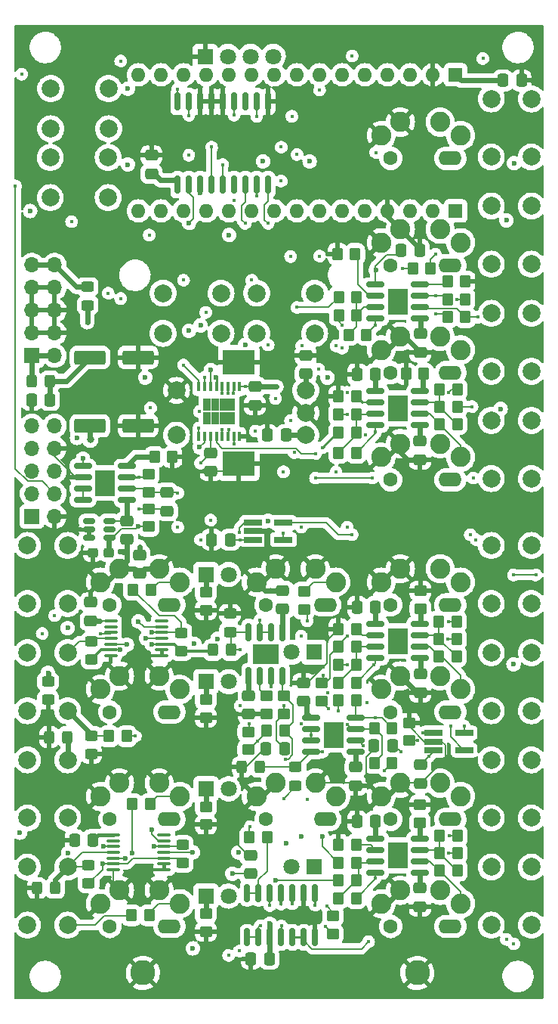
<source format=gbr>
%TF.GenerationSoftware,KiCad,Pcbnew,(6.0.1)*%
%TF.CreationDate,2022-02-15T11:42:12-08:00*%
%TF.ProjectId,main_board,6d61696e-5f62-46f6-9172-642e6b696361,rev?*%
%TF.SameCoordinates,Original*%
%TF.FileFunction,Copper,L4,Bot*%
%TF.FilePolarity,Positive*%
%FSLAX46Y46*%
G04 Gerber Fmt 4.6, Leading zero omitted, Abs format (unit mm)*
G04 Created by KiCad (PCBNEW (6.0.1)) date 2022-02-15 11:42:12*
%MOMM*%
%LPD*%
G01*
G04 APERTURE LIST*
G04 Aperture macros list*
%AMRoundRect*
0 Rectangle with rounded corners*
0 $1 Rounding radius*
0 $2 $3 $4 $5 $6 $7 $8 $9 X,Y pos of 4 corners*
0 Add a 4 corners polygon primitive as box body*
4,1,4,$2,$3,$4,$5,$6,$7,$8,$9,$2,$3,0*
0 Add four circle primitives for the rounded corners*
1,1,$1+$1,$2,$3*
1,1,$1+$1,$4,$5*
1,1,$1+$1,$6,$7*
1,1,$1+$1,$8,$9*
0 Add four rect primitives between the rounded corners*
20,1,$1+$1,$2,$3,$4,$5,0*
20,1,$1+$1,$4,$5,$6,$7,0*
20,1,$1+$1,$6,$7,$8,$9,0*
20,1,$1+$1,$8,$9,$2,$3,0*%
G04 Aperture macros list end*
%TA.AperFunction,ComponentPad*%
%ADD10C,2.000000*%
%TD*%
%TA.AperFunction,ComponentPad*%
%ADD11R,1.800000X1.800000*%
%TD*%
%TA.AperFunction,ComponentPad*%
%ADD12C,1.800000*%
%TD*%
%TA.AperFunction,ComponentPad*%
%ADD13C,2.250000*%
%TD*%
%TA.AperFunction,ComponentPad*%
%ADD14O,2.600000X1.600000*%
%TD*%
%TA.AperFunction,ComponentPad*%
%ADD15C,1.600000*%
%TD*%
%TA.AperFunction,ComponentPad*%
%ADD16R,3.600000X2.800000*%
%TD*%
%TA.AperFunction,SMDPad,CuDef*%
%ADD17RoundRect,0.250000X-0.350000X-0.450000X0.350000X-0.450000X0.350000X0.450000X-0.350000X0.450000X0*%
%TD*%
%TA.AperFunction,SMDPad,CuDef*%
%ADD18RoundRect,0.250000X0.350000X0.450000X-0.350000X0.450000X-0.350000X-0.450000X0.350000X-0.450000X0*%
%TD*%
%TA.AperFunction,SMDPad,CuDef*%
%ADD19RoundRect,0.250000X0.475000X-0.337500X0.475000X0.337500X-0.475000X0.337500X-0.475000X-0.337500X0*%
%TD*%
%TA.AperFunction,SMDPad,CuDef*%
%ADD20RoundRect,0.250000X0.450000X-0.325000X0.450000X0.325000X-0.450000X0.325000X-0.450000X-0.325000X0*%
%TD*%
%TA.AperFunction,SMDPad,CuDef*%
%ADD21RoundRect,0.150000X-0.825000X-0.150000X0.825000X-0.150000X0.825000X0.150000X-0.825000X0.150000X0*%
%TD*%
%TA.AperFunction,SMDPad,CuDef*%
%ADD22R,2.290000X3.000000*%
%TD*%
%TA.AperFunction,SMDPad,CuDef*%
%ADD23RoundRect,0.250000X0.450000X-0.350000X0.450000X0.350000X-0.450000X0.350000X-0.450000X-0.350000X0*%
%TD*%
%TA.AperFunction,SMDPad,CuDef*%
%ADD24RoundRect,0.250000X-0.475000X0.337500X-0.475000X-0.337500X0.475000X-0.337500X0.475000X0.337500X0*%
%TD*%
%TA.AperFunction,SMDPad,CuDef*%
%ADD25R,2.000000X0.650000*%
%TD*%
%TA.AperFunction,SMDPad,CuDef*%
%ADD26RoundRect,0.250000X0.325000X0.450000X-0.325000X0.450000X-0.325000X-0.450000X0.325000X-0.450000X0*%
%TD*%
%TA.AperFunction,SMDPad,CuDef*%
%ADD27RoundRect,0.150000X-0.150000X0.875000X-0.150000X-0.875000X0.150000X-0.875000X0.150000X0.875000X0*%
%TD*%
%TA.AperFunction,SMDPad,CuDef*%
%ADD28RoundRect,0.150000X0.825000X0.150000X-0.825000X0.150000X-0.825000X-0.150000X0.825000X-0.150000X0*%
%TD*%
%TA.AperFunction,SMDPad,CuDef*%
%ADD29RoundRect,0.250000X-0.337500X-0.475000X0.337500X-0.475000X0.337500X0.475000X-0.337500X0.475000X0*%
%TD*%
%TA.AperFunction,SMDPad,CuDef*%
%ADD30RoundRect,0.250000X0.337500X0.475000X-0.337500X0.475000X-0.337500X-0.475000X0.337500X-0.475000X0*%
%TD*%
%TA.AperFunction,SMDPad,CuDef*%
%ADD31RoundRect,0.150000X-0.150000X0.825000X-0.150000X-0.825000X0.150000X-0.825000X0.150000X0.825000X0*%
%TD*%
%TA.AperFunction,SMDPad,CuDef*%
%ADD32RoundRect,0.100000X0.637500X0.100000X-0.637500X0.100000X-0.637500X-0.100000X0.637500X-0.100000X0*%
%TD*%
%TA.AperFunction,SMDPad,CuDef*%
%ADD33RoundRect,0.250000X-0.450000X0.350000X-0.450000X-0.350000X0.450000X-0.350000X0.450000X0.350000X0*%
%TD*%
%TA.AperFunction,SMDPad,CuDef*%
%ADD34RoundRect,0.250000X1.500000X0.550000X-1.500000X0.550000X-1.500000X-0.550000X1.500000X-0.550000X0*%
%TD*%
%TA.AperFunction,SMDPad,CuDef*%
%ADD35R,0.450000X1.050000*%
%TD*%
%TA.AperFunction,SMDPad,CuDef*%
%ADD36R,0.895000X1.470000*%
%TD*%
%TA.AperFunction,ComponentPad*%
%ADD37R,1.600000X1.600000*%
%TD*%
%TA.AperFunction,ComponentPad*%
%ADD38O,1.600000X1.600000*%
%TD*%
%TA.AperFunction,SMDPad,CuDef*%
%ADD39RoundRect,0.150000X0.150000X-0.825000X0.150000X0.825000X-0.150000X0.825000X-0.150000X-0.825000X0*%
%TD*%
%TA.AperFunction,SMDPad,CuDef*%
%ADD40R,3.000000X2.290000*%
%TD*%
%TA.AperFunction,ComponentPad*%
%ADD41R,1.700000X1.700000*%
%TD*%
%TA.AperFunction,ComponentPad*%
%ADD42O,1.700000X1.700000*%
%TD*%
%TA.AperFunction,SMDPad,CuDef*%
%ADD43RoundRect,0.250000X-0.450000X0.325000X-0.450000X-0.325000X0.450000X-0.325000X0.450000X0.325000X0*%
%TD*%
%TA.AperFunction,SMDPad,CuDef*%
%ADD44RoundRect,0.250000X-0.325000X-0.450000X0.325000X-0.450000X0.325000X0.450000X-0.325000X0.450000X0*%
%TD*%
%TA.AperFunction,ComponentPad*%
%ADD45C,2.800000*%
%TD*%
%TA.AperFunction,SMDPad,CuDef*%
%ADD46RoundRect,0.150000X-0.512500X-0.150000X0.512500X-0.150000X0.512500X0.150000X-0.512500X0.150000X0*%
%TD*%
%TA.AperFunction,SMDPad,CuDef*%
%ADD47RoundRect,0.250000X-1.500000X-0.550000X1.500000X-0.550000X1.500000X0.550000X-1.500000X0.550000X0*%
%TD*%
%TA.AperFunction,SMDPad,CuDef*%
%ADD48RoundRect,0.250000X0.312500X0.275000X-0.312500X0.275000X-0.312500X-0.275000X0.312500X-0.275000X0*%
%TD*%
%TA.AperFunction,ViaPad*%
%ADD49C,0.600000*%
%TD*%
%TA.AperFunction,ViaPad*%
%ADD50C,0.400000*%
%TD*%
%TA.AperFunction,ViaPad*%
%ADD51C,0.800000*%
%TD*%
%TA.AperFunction,Conductor*%
%ADD52C,0.200000*%
%TD*%
%TA.AperFunction,Conductor*%
%ADD53C,0.600000*%
%TD*%
%TA.AperFunction,Conductor*%
%ADD54C,0.300000*%
%TD*%
%TA.AperFunction,Conductor*%
%ADD55C,0.250000*%
%TD*%
%TA.AperFunction,Conductor*%
%ADD56C,0.400000*%
%TD*%
G04 APERTURE END LIST*
D10*
X104000000Y-139250000D03*
X104000000Y-132750000D03*
X108500000Y-139250000D03*
X108500000Y-132750000D03*
D11*
X84140000Y-120700000D03*
D12*
X81600000Y-120700000D03*
D10*
X104000000Y-151250000D03*
X104000000Y-144750000D03*
X108500000Y-144750000D03*
X108500000Y-151250000D03*
D13*
X91670000Y-148850000D03*
X100570000Y-148850000D03*
X93820000Y-147350000D03*
X98270000Y-147350000D03*
D14*
X99410000Y-151400000D03*
D15*
X92730000Y-151400000D03*
D10*
X104000000Y-58750000D03*
X104000000Y-65250000D03*
X108500000Y-65250000D03*
X108500000Y-58750000D03*
X104000000Y-127250000D03*
X104000000Y-120750000D03*
X108500000Y-127250000D03*
X108500000Y-120750000D03*
X61100000Y-62100000D03*
X54600000Y-62100000D03*
X54600000Y-57600000D03*
X61100000Y-57600000D03*
D13*
X91670000Y-62850000D03*
X100570000Y-62850000D03*
X93820000Y-61350000D03*
X98270000Y-61350000D03*
D14*
X99410000Y-65400000D03*
D15*
X92730000Y-65400000D03*
D10*
X104000000Y-82750000D03*
X104000000Y-89250000D03*
X108500000Y-82750000D03*
X108500000Y-89250000D03*
D13*
X77670000Y-112850000D03*
X86570000Y-112850000D03*
X79820000Y-111350000D03*
X84270000Y-111350000D03*
D14*
X85410000Y-115400000D03*
D15*
X78730000Y-115400000D03*
D10*
X61050000Y-69800000D03*
X54550000Y-69800000D03*
X54550000Y-65300000D03*
X61050000Y-65300000D03*
X52000000Y-144750000D03*
X52000000Y-151250000D03*
X56500000Y-144750000D03*
X56500000Y-151250000D03*
X68700000Y-96400000D03*
X68700000Y-91400000D03*
D16*
X75700000Y-99600000D03*
X75700000Y-88200000D03*
D10*
X83200000Y-96400000D03*
X83200000Y-91400000D03*
X83200000Y-93900000D03*
D11*
X72000000Y-112000000D03*
D12*
X74540000Y-112000000D03*
D10*
X104000000Y-108750000D03*
X104000000Y-115250000D03*
X108500000Y-108750000D03*
X108500000Y-115250000D03*
X52000000Y-108750000D03*
X52000000Y-115250000D03*
X56500000Y-115250000D03*
X56500000Y-108750000D03*
D13*
X77670000Y-136850000D03*
X86570000Y-136850000D03*
X79820000Y-135350000D03*
X84270000Y-135350000D03*
D14*
X85410000Y-139400000D03*
D15*
X78730000Y-139400000D03*
D10*
X52000000Y-132750000D03*
X52000000Y-139250000D03*
X56500000Y-139250000D03*
X56500000Y-132750000D03*
D13*
X91670000Y-112850000D03*
X100570000Y-112850000D03*
X93820000Y-111350000D03*
X98270000Y-111350000D03*
D14*
X99410000Y-115400000D03*
D15*
X92730000Y-115400000D03*
D11*
X72000000Y-136000000D03*
D12*
X74540000Y-136000000D03*
D11*
X84140000Y-144700000D03*
D12*
X81600000Y-144700000D03*
D11*
X72000000Y-124000000D03*
D12*
X74540000Y-124000000D03*
D13*
X60170000Y-112850000D03*
X69070000Y-112850000D03*
X62320000Y-111350000D03*
X66770000Y-111350000D03*
D14*
X67910000Y-115400000D03*
D15*
X61230000Y-115400000D03*
D13*
X60170000Y-124850000D03*
X69070000Y-124850000D03*
X62320000Y-123350000D03*
X66770000Y-123350000D03*
D14*
X67910000Y-127400000D03*
D15*
X61230000Y-127400000D03*
D13*
X60170000Y-136850000D03*
X69070000Y-136850000D03*
X62320000Y-135350000D03*
X66770000Y-135350000D03*
D14*
X67910000Y-139400000D03*
D15*
X61230000Y-139400000D03*
D13*
X91670000Y-136850000D03*
X100570000Y-136850000D03*
X93820000Y-135350000D03*
X98270000Y-135350000D03*
D14*
X99410000Y-139400000D03*
D15*
X92730000Y-139400000D03*
D10*
X104000000Y-94750000D03*
X104000000Y-101250000D03*
X108500000Y-94750000D03*
X108500000Y-101250000D03*
D13*
X91670000Y-86850000D03*
X100570000Y-86850000D03*
X93820000Y-85350000D03*
X98270000Y-85350000D03*
D14*
X99410000Y-89400000D03*
D15*
X92730000Y-89400000D03*
D10*
X104000000Y-70750000D03*
X104000000Y-77250000D03*
X108500000Y-70750000D03*
X108500000Y-77250000D03*
D13*
X91670000Y-124850000D03*
X100570000Y-124850000D03*
X93820000Y-123350000D03*
X98270000Y-123350000D03*
D14*
X99410000Y-127400000D03*
D15*
X92730000Y-127400000D03*
D13*
X91670000Y-98850000D03*
X100570000Y-98850000D03*
X93820000Y-97350000D03*
X98270000Y-97350000D03*
D14*
X99410000Y-101400000D03*
D15*
X92730000Y-101400000D03*
D13*
X60170000Y-148850000D03*
X69070000Y-148850000D03*
X62320000Y-147350000D03*
X66770000Y-147350000D03*
D14*
X67910000Y-151400000D03*
D15*
X61230000Y-151400000D03*
D11*
X71940000Y-54000000D03*
D12*
X74480000Y-54000000D03*
X77020000Y-54000000D03*
X79560000Y-54000000D03*
D10*
X52000000Y-120750000D03*
X52000000Y-127250000D03*
X56500000Y-120750000D03*
X56500000Y-127250000D03*
D13*
X91670000Y-74850000D03*
X100570000Y-74850000D03*
X93820000Y-73350000D03*
X98270000Y-73350000D03*
D14*
X99410000Y-77400000D03*
D15*
X92730000Y-77400000D03*
D11*
X72000000Y-148000000D03*
D12*
X74540000Y-148000000D03*
D10*
X77700000Y-80500000D03*
X84200000Y-80500000D03*
X77700000Y-85000000D03*
X84200000Y-85000000D03*
X73700000Y-80500000D03*
X67200000Y-80500000D03*
X67200000Y-85000000D03*
X73700000Y-85000000D03*
D17*
X98200000Y-91250000D03*
X100200000Y-91250000D03*
D18*
X88850000Y-122100000D03*
X86850000Y-122100000D03*
D19*
X83200000Y-89537500D03*
X83200000Y-87462500D03*
X80600000Y-115875000D03*
X80600000Y-113800000D03*
D18*
X88900000Y-82950000D03*
X86900000Y-82950000D03*
D17*
X66250000Y-98850000D03*
X68250000Y-98850000D03*
D20*
X69400000Y-144300000D03*
X69400000Y-142250000D03*
D17*
X98150000Y-119200000D03*
X100150000Y-119200000D03*
D21*
X91025000Y-95305000D03*
X91025000Y-94035000D03*
X91025000Y-92765000D03*
X91025000Y-91495000D03*
X95975000Y-91495000D03*
X95975000Y-92765000D03*
X95975000Y-94035000D03*
X95975000Y-95305000D03*
D22*
X93500000Y-93400000D03*
D18*
X88850000Y-144250000D03*
X86850000Y-144250000D03*
X88850000Y-96150000D03*
X86850000Y-96150000D03*
D19*
X59100000Y-117187500D03*
X59100000Y-115112500D03*
D18*
X78850000Y-141450000D03*
X76850000Y-141450000D03*
D23*
X96050000Y-115800000D03*
X96050000Y-113800000D03*
D17*
X98200000Y-145150000D03*
X100200000Y-145150000D03*
X98200000Y-93200000D03*
X100200000Y-93200000D03*
D24*
X96000000Y-147112500D03*
X96000000Y-149187500D03*
D25*
X77290000Y-108100000D03*
X77290000Y-107150000D03*
X77290000Y-106200000D03*
X80710000Y-106200000D03*
X80710000Y-108100000D03*
D21*
X91025000Y-145355000D03*
X91025000Y-144085000D03*
X91025000Y-142815000D03*
X91025000Y-141545000D03*
X95975000Y-141545000D03*
X95975000Y-142815000D03*
X95975000Y-144085000D03*
X95975000Y-145355000D03*
D22*
X93500000Y-143450000D03*
D19*
X65893750Y-67143750D03*
X65893750Y-65068750D03*
D17*
X98150000Y-117250000D03*
X100150000Y-117250000D03*
D26*
X78075000Y-133550000D03*
X76025000Y-133550000D03*
D24*
X64550000Y-109812500D03*
X64550000Y-111887500D03*
D18*
X88850000Y-98400000D03*
X86850000Y-98400000D03*
D23*
X96000000Y-139800000D03*
X96000000Y-137800000D03*
D17*
X63750000Y-137700000D03*
X65750000Y-137700000D03*
X99100000Y-81200000D03*
X101100000Y-81200000D03*
D24*
X67650000Y-102812500D03*
X67650000Y-104887500D03*
D18*
X88850000Y-92050000D03*
X86850000Y-92050000D03*
D21*
X91025000Y-121355000D03*
X91025000Y-120085000D03*
X91025000Y-118815000D03*
X91025000Y-117545000D03*
X95975000Y-117545000D03*
X95975000Y-118815000D03*
X95975000Y-120085000D03*
X95975000Y-121355000D03*
D22*
X93500000Y-119450000D03*
D20*
X58850000Y-146575000D03*
X58850000Y-144525000D03*
D27*
X68820000Y-59050000D03*
X70090000Y-59050000D03*
X71360000Y-59050000D03*
X72630000Y-59050000D03*
X73900000Y-59050000D03*
X75170000Y-59050000D03*
X76440000Y-59050000D03*
X77710000Y-59050000D03*
X78980000Y-59050000D03*
X78980000Y-68350000D03*
X77710000Y-68350000D03*
X76440000Y-68350000D03*
X75170000Y-68350000D03*
X73900000Y-68350000D03*
X72630000Y-68350000D03*
X71360000Y-68350000D03*
X70090000Y-68350000D03*
X68820000Y-68350000D03*
D19*
X88800000Y-135637500D03*
X88800000Y-133562500D03*
D24*
X63150000Y-106012500D03*
X63150000Y-108087500D03*
D17*
X98200000Y-143200000D03*
X100200000Y-143200000D03*
D28*
X88775000Y-128045000D03*
X88775000Y-129315000D03*
X88775000Y-130585000D03*
X88775000Y-131855000D03*
X83825000Y-131855000D03*
X83825000Y-130585000D03*
X83825000Y-129315000D03*
X83825000Y-128045000D03*
D22*
X86300000Y-129950000D03*
D29*
X88962500Y-115650000D03*
X91037500Y-115650000D03*
D18*
X88850000Y-94050000D03*
X86850000Y-94050000D03*
D29*
X88962500Y-139650000D03*
X91037500Y-139650000D03*
D30*
X80987500Y-96400000D03*
X78912500Y-96400000D03*
D18*
X88900000Y-80950000D03*
X86900000Y-80950000D03*
D17*
X63850000Y-113700000D03*
X65850000Y-113700000D03*
D23*
X80750000Y-127600000D03*
X80750000Y-125600000D03*
D30*
X59337500Y-141750000D03*
X57262500Y-141750000D03*
D20*
X58750000Y-81850000D03*
X58750000Y-79800000D03*
D31*
X76640000Y-147675000D03*
X77910000Y-147675000D03*
X79180000Y-147675000D03*
X80450000Y-147675000D03*
X81720000Y-147675000D03*
X82990000Y-147675000D03*
X84260000Y-147675000D03*
X84260000Y-152625000D03*
X82990000Y-152625000D03*
X81720000Y-152625000D03*
X80450000Y-152625000D03*
X79180000Y-152625000D03*
X77910000Y-152625000D03*
X76640000Y-152625000D03*
D17*
X86850000Y-126100000D03*
X88850000Y-126100000D03*
D32*
X67312500Y-141150000D03*
X67312500Y-141800000D03*
X67312500Y-142450000D03*
X67312500Y-143100000D03*
X67312500Y-143750000D03*
X67312500Y-144400000D03*
X67312500Y-145050000D03*
X61587500Y-145050000D03*
X61587500Y-144400000D03*
X61587500Y-143750000D03*
X61587500Y-143100000D03*
X61587500Y-142450000D03*
X61587500Y-141800000D03*
X61587500Y-141150000D03*
D20*
X82050000Y-135625000D03*
X82050000Y-133575000D03*
D17*
X98200000Y-95150000D03*
X100200000Y-95150000D03*
D33*
X65600000Y-104650000D03*
X65600000Y-106650000D03*
D29*
X78762500Y-131500000D03*
X80837500Y-131500000D03*
D20*
X59200000Y-121525000D03*
X59200000Y-119475000D03*
D29*
X77062500Y-155000000D03*
X79137500Y-155000000D03*
D18*
X88850000Y-142250000D03*
X86850000Y-142250000D03*
D34*
X64400000Y-87700000D03*
X59000000Y-87700000D03*
D26*
X55125000Y-147100000D03*
X53075000Y-147100000D03*
D18*
X92900000Y-129200000D03*
X90900000Y-129200000D03*
D24*
X96050000Y-85062500D03*
X96050000Y-87137500D03*
D18*
X88850000Y-146250000D03*
X86850000Y-146250000D03*
D17*
X98150000Y-121150000D03*
X100150000Y-121150000D03*
D21*
X91025000Y-83355000D03*
X91025000Y-82085000D03*
X91025000Y-80815000D03*
X91025000Y-79545000D03*
X95975000Y-79545000D03*
X95975000Y-80815000D03*
X95975000Y-82085000D03*
X95975000Y-83355000D03*
D22*
X93500000Y-81450000D03*
D35*
X75775000Y-96525000D03*
X75125000Y-96525000D03*
X74475000Y-96525000D03*
X73825000Y-96525000D03*
X73175000Y-96525000D03*
X72525000Y-96525000D03*
X71875000Y-96525000D03*
X71225000Y-96525000D03*
X71225000Y-90975000D03*
X71875000Y-90975000D03*
X72525000Y-90975000D03*
X73175000Y-90975000D03*
X73825000Y-90975000D03*
X74475000Y-90975000D03*
X75125000Y-90975000D03*
X75775000Y-90975000D03*
D36*
X73947500Y-94485000D03*
X72157500Y-94485000D03*
X74842500Y-94485000D03*
X72157500Y-93015000D03*
X73052500Y-93015000D03*
X73052500Y-94485000D03*
X74842500Y-93015000D03*
X73947500Y-93015000D03*
D23*
X84950000Y-126150000D03*
X84950000Y-124150000D03*
D33*
X78800000Y-125600000D03*
X78800000Y-127600000D03*
D17*
X99100000Y-79200000D03*
X101100000Y-79200000D03*
D37*
X100000000Y-56060000D03*
D38*
X97460000Y-56060000D03*
X94920000Y-56060000D03*
X92380000Y-56060000D03*
X89840000Y-56060000D03*
X87300000Y-56060000D03*
X84760000Y-56060000D03*
X82220000Y-56060000D03*
X79680000Y-56060000D03*
X77140000Y-56060000D03*
X74600000Y-56060000D03*
X72060000Y-56060000D03*
X69520000Y-56060000D03*
X66980000Y-56060000D03*
X64440000Y-56060000D03*
D30*
X95987500Y-75700000D03*
X93912500Y-75700000D03*
D18*
X90000000Y-85150000D03*
X88000000Y-85150000D03*
D39*
X80605000Y-123375000D03*
X79335000Y-123375000D03*
X78065000Y-123375000D03*
X76795000Y-123375000D03*
X76795000Y-118425000D03*
X78065000Y-118425000D03*
X79335000Y-118425000D03*
X80605000Y-118425000D03*
D40*
X78700000Y-120900000D03*
D41*
X52500000Y-87500000D03*
D42*
X55040000Y-87500000D03*
X52500000Y-84960000D03*
X55040000Y-84960000D03*
X52500000Y-82420000D03*
X55040000Y-82420000D03*
X52500000Y-79880000D03*
X55040000Y-79880000D03*
X52500000Y-77340000D03*
X55040000Y-77340000D03*
D23*
X72000000Y-128000000D03*
X72000000Y-126000000D03*
D29*
X88962500Y-89600000D03*
X91037500Y-89600000D03*
D24*
X96050000Y-123162500D03*
X96050000Y-125237500D03*
D18*
X80800000Y-129500000D03*
X78800000Y-129500000D03*
D37*
X100000000Y-71300000D03*
D38*
X97460000Y-71300000D03*
X94920000Y-71300000D03*
X92380000Y-71300000D03*
X89840000Y-71300000D03*
X87300000Y-71300000D03*
X84760000Y-71300000D03*
X82220000Y-71300000D03*
X79680000Y-71300000D03*
X77140000Y-71300000D03*
X74600000Y-71300000D03*
X72060000Y-71300000D03*
X69520000Y-71300000D03*
X66980000Y-71300000D03*
X64440000Y-71300000D03*
D43*
X54300000Y-123975000D03*
X54300000Y-126025000D03*
D24*
X96050000Y-133312500D03*
X96050000Y-135387500D03*
D19*
X76800000Y-127637500D03*
X76800000Y-125562500D03*
D18*
X88850000Y-148250000D03*
X86850000Y-148250000D03*
D19*
X82950000Y-126187500D03*
X82950000Y-124112500D03*
D32*
X67062500Y-117200000D03*
X67062500Y-117850000D03*
X67062500Y-118500000D03*
X67062500Y-119150000D03*
X67062500Y-119800000D03*
X67062500Y-120450000D03*
X67062500Y-121100000D03*
X61337500Y-121100000D03*
X61337500Y-120450000D03*
X61337500Y-119800000D03*
X61337500Y-119150000D03*
X61337500Y-118500000D03*
X61337500Y-117850000D03*
X61337500Y-117200000D03*
D23*
X65600000Y-102800000D03*
X65600000Y-100800000D03*
D43*
X59150000Y-130025000D03*
X59150000Y-132075000D03*
D19*
X77000000Y-145487500D03*
X77000000Y-143412500D03*
D41*
X52500000Y-105500000D03*
D42*
X55040000Y-105500000D03*
X52500000Y-102960000D03*
X55040000Y-102960000D03*
X52500000Y-100420000D03*
X55040000Y-100420000D03*
X52500000Y-97880000D03*
X55040000Y-97880000D03*
X52500000Y-95340000D03*
X55040000Y-95340000D03*
D18*
X96450000Y-89550000D03*
X94450000Y-89550000D03*
D29*
X105312500Y-56700000D03*
X107387500Y-56700000D03*
D30*
X74737500Y-108100000D03*
X72662500Y-108100000D03*
D24*
X96000000Y-97062500D03*
X96000000Y-99137500D03*
D18*
X88750000Y-76100000D03*
X86750000Y-76100000D03*
D20*
X74700000Y-118425000D03*
X74700000Y-116375000D03*
D17*
X90900000Y-133100000D03*
X92900000Y-133100000D03*
D44*
X72775000Y-120450000D03*
X74825000Y-120450000D03*
D23*
X72000000Y-140000000D03*
X72000000Y-138000000D03*
D18*
X101100000Y-83200000D03*
X99100000Y-83200000D03*
D23*
X94800000Y-130600000D03*
X94800000Y-128600000D03*
D44*
X52475000Y-90350000D03*
X54525000Y-90350000D03*
D18*
X88850000Y-120100000D03*
X86850000Y-120100000D03*
D23*
X86250000Y-152250000D03*
X86250000Y-150250000D03*
D18*
X97200000Y-77700000D03*
X95200000Y-77700000D03*
D20*
X69250000Y-120575000D03*
X69250000Y-118525000D03*
D24*
X77500000Y-90962500D03*
X77500000Y-93037500D03*
D21*
X58225000Y-103655000D03*
X58225000Y-102385000D03*
X58225000Y-101115000D03*
X58225000Y-99845000D03*
X63175000Y-99845000D03*
X63175000Y-101115000D03*
X63175000Y-102385000D03*
X63175000Y-103655000D03*
D22*
X60700000Y-101750000D03*
D17*
X61150000Y-130100000D03*
X63150000Y-130100000D03*
D18*
X88850000Y-118100000D03*
X86850000Y-118100000D03*
D17*
X63650000Y-150150000D03*
X65650000Y-150150000D03*
D18*
X88850000Y-124100000D03*
X86850000Y-124100000D03*
D23*
X72000000Y-116000000D03*
X72000000Y-114000000D03*
D45*
X64950000Y-156600000D03*
D46*
X58912500Y-107900000D03*
X58912500Y-106950000D03*
X58912500Y-106000000D03*
X61187500Y-106000000D03*
X61187500Y-106950000D03*
X61187500Y-107900000D03*
D23*
X83000000Y-115900000D03*
X83000000Y-113900000D03*
D29*
X52462500Y-92450000D03*
X54537500Y-92450000D03*
D23*
X72000000Y-152000000D03*
X72000000Y-150000000D03*
D17*
X98200000Y-141250000D03*
X100200000Y-141250000D03*
D29*
X90862500Y-131150000D03*
X92937500Y-131150000D03*
D24*
X72550000Y-98362500D03*
X72550000Y-100437500D03*
D26*
X56475000Y-130200000D03*
X54425000Y-130200000D03*
D25*
X97540000Y-131650000D03*
X97540000Y-130700000D03*
X97540000Y-129750000D03*
X100960000Y-129750000D03*
X100960000Y-131650000D03*
D23*
X76750000Y-131600000D03*
X76750000Y-129600000D03*
D47*
X59000000Y-95350000D03*
X64400000Y-95350000D03*
D48*
X61087500Y-109550000D03*
X59312500Y-109550000D03*
D45*
X95700000Y-156600000D03*
D49*
X72550000Y-89100000D03*
D50*
X75150000Y-70100000D03*
X75170000Y-60580000D03*
X72550000Y-105900000D03*
X89890000Y-96340000D03*
X84750000Y-76350000D03*
X81500000Y-76400000D03*
X81500000Y-94750000D03*
X77700000Y-60700000D03*
X81650000Y-60700000D03*
D49*
X106500000Y-122050000D03*
X105700000Y-72350000D03*
X106550000Y-65950000D03*
D50*
X103065489Y-54234511D03*
X105700000Y-152850000D03*
X75750000Y-154150000D03*
D49*
X60500000Y-142450000D03*
D50*
X51350000Y-56000000D03*
D49*
X57550000Y-96700000D03*
X52300000Y-71300000D03*
X51150000Y-140900000D03*
X65950000Y-140550000D03*
X79912500Y-90962500D03*
D50*
X81720000Y-148870000D03*
D49*
X60400000Y-144400000D03*
D50*
X66900000Y-67850000D03*
X60350000Y-141150000D03*
X65800000Y-93350000D03*
X80725000Y-137075000D03*
D49*
X62400000Y-120450000D03*
D50*
X60100000Y-117170000D03*
X80500000Y-151350000D03*
X76425000Y-90975000D03*
D49*
X65950000Y-119800000D03*
D50*
X71400000Y-108100000D03*
X71400000Y-99512500D03*
X62449511Y-81100489D03*
X102300000Y-108100000D03*
X62449511Y-54500000D03*
X75800000Y-108100000D03*
X97006250Y-132356250D03*
D49*
X64400000Y-106650000D03*
X65300000Y-119150000D03*
X70700000Y-119750000D03*
X63150000Y-119850000D03*
X70550000Y-153850000D03*
X70550000Y-143100000D03*
X63000000Y-143750000D03*
X81000000Y-142050000D03*
D50*
X88400000Y-53950000D03*
X88400000Y-107550000D03*
X82220000Y-64980000D03*
X100960000Y-128960000D03*
X101650000Y-107550000D03*
X70090000Y-60600000D03*
X70090000Y-65060000D03*
X99450000Y-128950000D03*
X80710000Y-107410000D03*
X68850000Y-57650000D03*
X90098682Y-126348682D03*
D49*
X78400000Y-65750000D03*
D50*
X84750000Y-57750000D03*
D49*
X83635489Y-65750000D03*
D50*
X86590000Y-100490000D03*
X86600000Y-86400000D03*
X80710000Y-100490000D03*
X82750000Y-86400000D03*
X74550000Y-154650000D03*
X106525000Y-153350000D03*
D49*
X96050000Y-122150000D03*
D51*
X59050000Y-96900000D03*
D50*
X79180000Y-149070000D03*
D49*
X96000000Y-96050000D03*
X96000000Y-146100000D03*
D50*
X83315000Y-127535000D03*
D49*
X58700000Y-83750000D03*
D50*
X64550000Y-108900000D03*
D49*
X96050000Y-84000000D03*
X74962500Y-145487500D03*
X80600000Y-116950000D03*
X63175000Y-104475000D03*
X91000000Y-116850000D03*
X56300000Y-90350000D03*
X91050000Y-77900000D03*
X79180000Y-151100000D03*
X88800000Y-132550000D03*
D50*
X76800000Y-124650000D03*
D49*
X58225000Y-99025000D03*
D50*
X91037500Y-140550000D03*
D49*
X91037500Y-90812500D03*
D50*
X87850000Y-94050000D03*
X87300000Y-86650000D03*
X87850000Y-91600000D03*
X99200000Y-91600000D03*
X100150000Y-81200000D03*
X82700000Y-106700000D03*
X68850000Y-106700000D03*
X99300000Y-141250000D03*
X99200000Y-117250000D03*
X87850000Y-118900000D03*
D49*
X85050000Y-141362011D03*
D50*
X87850000Y-106700000D03*
D49*
X82700000Y-141350000D03*
D50*
X82700000Y-118900000D03*
X85150000Y-123250000D03*
X87300000Y-84050000D03*
X82700000Y-128700000D03*
X76850000Y-128700000D03*
X68850000Y-102850000D03*
X64500000Y-104650000D03*
X64500000Y-101100000D03*
D49*
X65900000Y-118500000D03*
X54300000Y-123000000D03*
X56502162Y-117997838D03*
X56550000Y-143150000D03*
X66200000Y-142450000D03*
X63750000Y-143150000D03*
D50*
X56950000Y-72500000D03*
X53650000Y-118600000D03*
X60202651Y-118597349D03*
X55050000Y-116600000D03*
X50650000Y-68500000D03*
D49*
X64450000Y-117250000D03*
D50*
X109000000Y-112050000D03*
X106500000Y-112050000D03*
X97735000Y-80815000D03*
X97740480Y-76159520D03*
X97750000Y-82800000D03*
X80750000Y-126700000D03*
X75850000Y-126700000D03*
X75850000Y-120450000D03*
X91050000Y-64750000D03*
X91025000Y-84125000D03*
D49*
X85650000Y-89950000D03*
D50*
X87850000Y-122100000D03*
D49*
X73150000Y-89950000D03*
D50*
X73800000Y-91700000D03*
D49*
X73300000Y-119200000D03*
D50*
X99150000Y-119200000D03*
X74450000Y-91700000D03*
D49*
X79800000Y-146250000D03*
D50*
X79800000Y-92300000D03*
X99200000Y-143200000D03*
X75050000Y-91700000D03*
D49*
X75650000Y-143100000D03*
D50*
X102500000Y-83200000D03*
X91025000Y-96025000D03*
X78980000Y-72700000D03*
X61050000Y-80500000D03*
D49*
X63250000Y-66100000D03*
D50*
X73900000Y-66100000D03*
D49*
X63250000Y-57600000D03*
D50*
X72650000Y-64150000D03*
X80450000Y-64150000D03*
X80450000Y-67950000D03*
D49*
X71350000Y-69300000D03*
X71400000Y-84100000D03*
D50*
X84650000Y-89000000D03*
D49*
X105050489Y-93450489D03*
X70100489Y-84700489D03*
X70100000Y-72650000D03*
D50*
X77700000Y-69600000D03*
X79000000Y-86300000D03*
D49*
X79000000Y-106000000D03*
D50*
X76400489Y-72700000D03*
D49*
X76400000Y-86300000D03*
D50*
X64100000Y-130100000D03*
X75150000Y-97350000D03*
X81900000Y-98350000D03*
X82200000Y-82100244D03*
X71999855Y-82650145D03*
X74550000Y-95750000D03*
X71275489Y-93774511D03*
X94050000Y-77700000D03*
X73825000Y-95775000D03*
X85050000Y-97800000D03*
X84300000Y-101200000D03*
X90650000Y-101200000D03*
X84300000Y-98450000D03*
X101994511Y-101194511D03*
X101850000Y-93200000D03*
X77550000Y-95950000D03*
D49*
X71300000Y-97750000D03*
D50*
X69500000Y-79050000D03*
X77150000Y-79050000D03*
X69500152Y-88550152D03*
D49*
X65200000Y-89950000D03*
X74600000Y-74000000D03*
D50*
X71850000Y-89950000D03*
X65650000Y-74000000D03*
X71200000Y-95600000D03*
X90850000Y-122100000D03*
X91000000Y-146000000D03*
X75750000Y-107300000D03*
X78065000Y-117085000D03*
X85095000Y-131855000D03*
X86850000Y-127300000D03*
X93845000Y-131855000D03*
X92050000Y-133950000D03*
X95700000Y-130600000D03*
X89675000Y-131125000D03*
X96350000Y-129750000D03*
X83825000Y-129950000D03*
X83350000Y-117200000D03*
X79335000Y-124565000D03*
X85700000Y-125200000D03*
X77800000Y-130650000D03*
X80900000Y-132700000D03*
X84250000Y-149000000D03*
X83350000Y-137200000D03*
X80450000Y-148900000D03*
X85775000Y-126975000D03*
X87875000Y-128825000D03*
X76950000Y-140250000D03*
X85550000Y-149150000D03*
X78116076Y-151316076D03*
X85425000Y-151425000D03*
X90245489Y-153095489D03*
X90955000Y-128045000D03*
D52*
X72525000Y-90975000D02*
X72550000Y-89100000D01*
X75170000Y-58550000D02*
X75170000Y-60580000D01*
D53*
X92380000Y-71910000D02*
X93820000Y-73350000D01*
D52*
X88512500Y-135350000D02*
X88800000Y-135637500D01*
X84270000Y-135350000D02*
X88512500Y-135350000D01*
D53*
X60820000Y-112850000D02*
X62320000Y-111350000D01*
D52*
X61587500Y-145050000D02*
X61587500Y-146617500D01*
X76810338Y-143412500D02*
X77000000Y-143412500D01*
D53*
X62320000Y-111350000D02*
X64012500Y-111350000D01*
D52*
X90862500Y-131560362D02*
X90000000Y-132422862D01*
D53*
X64012500Y-111350000D02*
X64550000Y-111887500D01*
X66770000Y-111350000D02*
X65087500Y-111350000D01*
D52*
X98450000Y-130700000D02*
X97540000Y-130700000D01*
X58225000Y-101115000D02*
X57415000Y-101115000D01*
X96012500Y-135350000D02*
X93820000Y-135350000D01*
X82950000Y-124112500D02*
X83410362Y-124112500D01*
X96050000Y-135387500D02*
X96012500Y-135350000D01*
D53*
X92320000Y-136850000D02*
X93820000Y-135350000D01*
X91670000Y-98850000D02*
X92320000Y-98850000D01*
D52*
X85550960Y-119399040D02*
X86850000Y-118100000D01*
X90000000Y-135180000D02*
X91670000Y-136850000D01*
X90000000Y-132422862D02*
X90000000Y-135180000D01*
D53*
X93170000Y-111350000D02*
X91670000Y-112850000D01*
X95987500Y-75517500D02*
X93820000Y-73350000D01*
D52*
X98839511Y-132597989D02*
X98839511Y-131089511D01*
D53*
X92320000Y-86850000D02*
X93820000Y-85350000D01*
X92320000Y-148850000D02*
X93820000Y-147350000D01*
X74862500Y-100437500D02*
X75700000Y-99600000D01*
X94637500Y-99137500D02*
X96000000Y-99137500D01*
X93820000Y-111350000D02*
X93170000Y-111350000D01*
D52*
X96050000Y-135387500D02*
X98839511Y-132597989D01*
D53*
X60170000Y-112850000D02*
X60820000Y-112850000D01*
X93820000Y-97350000D02*
X93820000Y-98320000D01*
X80600000Y-113800000D02*
X78620000Y-113800000D01*
X77670000Y-136850000D02*
X78320000Y-136850000D01*
X91670000Y-148850000D02*
X92320000Y-148850000D01*
X92320000Y-98850000D02*
X93820000Y-97350000D01*
X63150000Y-110520000D02*
X62320000Y-111350000D01*
D52*
X94800000Y-128600000D02*
X94800000Y-129022862D01*
X78572862Y-131500000D02*
X78762500Y-131500000D01*
D53*
X96050000Y-124987500D02*
X95457500Y-124987500D01*
X93820000Y-98320000D02*
X94637500Y-99137500D01*
D52*
X55040000Y-98740000D02*
X55040000Y-97880000D01*
D53*
X92380000Y-71300000D02*
X92380000Y-71910000D01*
X78320000Y-136850000D02*
X79820000Y-135350000D01*
D52*
X76522862Y-133550000D02*
X78572862Y-131500000D01*
X96506416Y-130700000D02*
X94800000Y-128993584D01*
X73397838Y-140000000D02*
X76810338Y-143412500D01*
D53*
X94262500Y-85350000D02*
X96050000Y-87137500D01*
D52*
X85550960Y-121971902D02*
X85550960Y-119399040D01*
X83410362Y-124112500D02*
X85550960Y-121971902D01*
D53*
X63150000Y-108087500D02*
X63150000Y-110520000D01*
D52*
X72550000Y-100437500D02*
X74862500Y-100437500D01*
D53*
X77670000Y-112850000D02*
X78320000Y-112850000D01*
X78320000Y-112850000D02*
X79820000Y-111350000D01*
D52*
X90862500Y-131150000D02*
X90862500Y-131560362D01*
D53*
X65087500Y-111350000D02*
X64550000Y-111887500D01*
D52*
X57415000Y-101115000D02*
X55040000Y-98740000D01*
D53*
X78789511Y-107275489D02*
X78789511Y-110319511D01*
X91670000Y-136850000D02*
X92320000Y-136850000D01*
D52*
X61587500Y-146617500D02*
X62320000Y-147350000D01*
X98839511Y-131089511D02*
X98450000Y-130700000D01*
D53*
X78664022Y-107150000D02*
X78789511Y-107275489D01*
X91670000Y-86850000D02*
X92320000Y-86850000D01*
D52*
X72000000Y-140000000D02*
X73397838Y-140000000D01*
D53*
X95987500Y-75700000D02*
X95987500Y-75517500D01*
X78789511Y-110319511D02*
X79820000Y-111350000D01*
X78620000Y-113800000D02*
X77670000Y-112850000D01*
D52*
X76025000Y-133550000D02*
X76522862Y-133550000D01*
D53*
X93820000Y-85350000D02*
X94262500Y-85350000D01*
X77290000Y-107150000D02*
X78664022Y-107150000D01*
X95457500Y-124987500D02*
X93820000Y-123350000D01*
D52*
X97540000Y-130700000D02*
X96506416Y-130700000D01*
D53*
X81487500Y-96400000D02*
X83700000Y-96400000D01*
X83200000Y-91400000D02*
X83200000Y-89387500D01*
D52*
X77710000Y-58550000D02*
X77700000Y-60700000D01*
X61587500Y-142450000D02*
X60500000Y-142450000D01*
X66659994Y-141800000D02*
X65950000Y-141090006D01*
X65950000Y-141090006D02*
X65950000Y-140650000D01*
X67312500Y-141800000D02*
X66659994Y-141800000D01*
D53*
X77500000Y-90962500D02*
X79912500Y-90962500D01*
D52*
X82050000Y-135750000D02*
X80725000Y-137075000D01*
D54*
X59200000Y-121525000D02*
X60275000Y-120450000D01*
X67062500Y-119800000D02*
X68475000Y-119800000D01*
D52*
X82050000Y-135625000D02*
X82050000Y-135750000D01*
X58850000Y-146575000D02*
X60400000Y-145025000D01*
X63197838Y-144400000D02*
X61587500Y-144400000D01*
X67062500Y-119800000D02*
X65950000Y-119800000D01*
D55*
X81720000Y-147675000D02*
X81720000Y-148870000D01*
D52*
X61337500Y-117200000D02*
X60300000Y-117200000D01*
D54*
X60275000Y-120450000D02*
X61337500Y-120450000D01*
D55*
X60287500Y-117187500D02*
X60300000Y-117200000D01*
D52*
X76425000Y-90975000D02*
X77487500Y-90975000D01*
D56*
X60350000Y-141150000D02*
X61587500Y-141150000D01*
D54*
X69250000Y-120575000D02*
X72650000Y-120575000D01*
D52*
X80450000Y-152625000D02*
X80500000Y-151350000D01*
X75775000Y-90975000D02*
X76425000Y-90975000D01*
D56*
X59337500Y-141750000D02*
X59937500Y-141150000D01*
D52*
X67312500Y-143750000D02*
X68850000Y-143750000D01*
X77487500Y-90975000D02*
X77500000Y-90962500D01*
D53*
X59100000Y-117187500D02*
X60082500Y-117187500D01*
D52*
X67312500Y-143750000D02*
X63847838Y-143750000D01*
D53*
X66900000Y-67850000D02*
X65893750Y-66843750D01*
D56*
X59937500Y-141150000D02*
X60350000Y-141150000D01*
D52*
X61337500Y-120450000D02*
X62400000Y-120450000D01*
D54*
X72650000Y-120575000D02*
X72775000Y-120450000D01*
D52*
X63847838Y-143750000D02*
X63197838Y-144400000D01*
X68850000Y-143750000D02*
X69400000Y-144300000D01*
X61587500Y-144400000D02*
X60400000Y-144400000D01*
X60400000Y-145025000D02*
X60400000Y-144400000D01*
D53*
X60082500Y-117187500D02*
X60100000Y-117170000D01*
X66900000Y-67850000D02*
X68820000Y-67850000D01*
D54*
X68475000Y-119800000D02*
X69250000Y-120575000D01*
D52*
X61535717Y-107900000D02*
X61187500Y-107900000D01*
X77290000Y-108100000D02*
X75800000Y-108100000D01*
X97006250Y-132356250D02*
X96050000Y-133312500D01*
X72550000Y-98362500D02*
X71400000Y-99512500D01*
X75800000Y-108100000D02*
X74737500Y-108100000D01*
X97540000Y-131650000D02*
X97540000Y-131822500D01*
X64400000Y-106650000D02*
X64150480Y-106899520D01*
D53*
X61087500Y-109550000D02*
X61087500Y-108000000D01*
D52*
X61087500Y-108000000D02*
X61187500Y-107900000D01*
X97540000Y-131822500D02*
X97006250Y-132356250D01*
X72525000Y-96525000D02*
X72525000Y-98337500D01*
X62536197Y-106899520D02*
X61535717Y-107900000D01*
X64150480Y-106899520D02*
X62536197Y-106899520D01*
X65600000Y-106650000D02*
X64400000Y-106650000D01*
X67062500Y-119150000D02*
X65300000Y-119150000D01*
X61337500Y-119800000D02*
X63100000Y-119800000D01*
X63100000Y-119800000D02*
X63150000Y-119850000D01*
X67337020Y-143124520D02*
X70525480Y-143124520D01*
X67312500Y-143100000D02*
X67337020Y-143124520D01*
X70525480Y-143124520D02*
X70550000Y-143100000D01*
X61587500Y-143750000D02*
X63000000Y-143750000D01*
X86850000Y-107550000D02*
X88400000Y-107550000D01*
X100960000Y-129750000D02*
X100960000Y-128960000D01*
X70090000Y-58550000D02*
X70090000Y-60600000D01*
X85500000Y-106200000D02*
X86800000Y-107500000D01*
X86800000Y-107500000D02*
X86850000Y-107550000D01*
X80710000Y-106200000D02*
X85500000Y-106200000D01*
X100960000Y-131650000D02*
X100935978Y-131650000D01*
X99450000Y-130164022D02*
X99450000Y-128950000D01*
X100935978Y-131650000D02*
X99450000Y-130164022D01*
X80710000Y-108100000D02*
X80710000Y-107410000D01*
X68850000Y-59135000D02*
X68850000Y-57665000D01*
D53*
X83315000Y-126552500D02*
X82950000Y-126187500D01*
X96050000Y-123162500D02*
X96050000Y-122150000D01*
X96000000Y-96050000D02*
X96000000Y-95330000D01*
D52*
X77000000Y-145487500D02*
X74962500Y-145487500D01*
X79180000Y-147675000D02*
X79180000Y-149070000D01*
D53*
X80600000Y-118420000D02*
X80605000Y-118425000D01*
X96050000Y-122150000D02*
X96050000Y-121430000D01*
X83315000Y-127535000D02*
X83825000Y-128045000D01*
X100640000Y-56700000D02*
X100000000Y-56060000D01*
X83315000Y-127535000D02*
X83315000Y-126552500D01*
X80600000Y-117000000D02*
X80600000Y-118420000D01*
X59000000Y-95350000D02*
X59000000Y-96800000D01*
X64550000Y-109812500D02*
X64550000Y-108900000D01*
X96050000Y-83430000D02*
X95975000Y-83355000D01*
X63175000Y-103655000D02*
X63175000Y-104475000D01*
X96000000Y-147112500D02*
X96000000Y-145380000D01*
X58700000Y-82175000D02*
X58700000Y-83750000D01*
D52*
X63137500Y-106000000D02*
X63150000Y-106012500D01*
D53*
X96050000Y-121430000D02*
X95975000Y-121355000D01*
X96050000Y-85062500D02*
X96050000Y-84000000D01*
D52*
X61187500Y-106000000D02*
X63137500Y-106000000D01*
D53*
X96000000Y-95330000D02*
X95975000Y-95305000D01*
X80600000Y-115875000D02*
X80600000Y-117000000D01*
X63175000Y-104475000D02*
X63175000Y-105987500D01*
X105312500Y-56700000D02*
X100640000Y-56700000D01*
X96050000Y-84000000D02*
X96050000Y-83430000D01*
X96000000Y-97062500D02*
X96000000Y-96050000D01*
D52*
X91025000Y-77925000D02*
X91025000Y-79545000D01*
D53*
X91037500Y-139650000D02*
X91037500Y-141532500D01*
D52*
X91025000Y-77451046D02*
X91025000Y-77925000D01*
D53*
X79137500Y-152667500D02*
X79180000Y-152625000D01*
X91037500Y-90812500D02*
X91037500Y-91187500D01*
X79137500Y-155000000D02*
X79137500Y-152667500D01*
X54525000Y-90350000D02*
X56350000Y-90350000D01*
X76800000Y-123380000D02*
X76795000Y-123375000D01*
X88800000Y-131880000D02*
X88775000Y-131855000D01*
X91000000Y-115650000D02*
X91000000Y-116850000D01*
X88800000Y-133562500D02*
X88800000Y-132550000D01*
X54537500Y-92450000D02*
X54537500Y-90362500D01*
X88800000Y-132550000D02*
X88800000Y-131880000D01*
X91000000Y-116850000D02*
X91000000Y-117250000D01*
X76800000Y-125562500D02*
X76800000Y-124750000D01*
X91037500Y-89600000D02*
X91037500Y-90812500D01*
X76800000Y-124750000D02*
X76800000Y-123380000D01*
D52*
X93382021Y-76230479D02*
X92245567Y-76230479D01*
X93912500Y-75700000D02*
X93382021Y-76230479D01*
D53*
X54537500Y-90362500D02*
X54525000Y-90350000D01*
D52*
X92245567Y-76230479D02*
X91025000Y-77451046D01*
D53*
X79180000Y-152625000D02*
X79180000Y-151100000D01*
X56350000Y-90350000D02*
X59000000Y-87700000D01*
X91037500Y-141532500D02*
X91025000Y-141545000D01*
D52*
X58225000Y-99845000D02*
X58225000Y-99025000D01*
X85050000Y-141362011D02*
X85050000Y-142450000D01*
X86900000Y-83650000D02*
X87300000Y-84050000D01*
X85050000Y-142450000D02*
X86850000Y-144250000D01*
X63175000Y-102385000D02*
X65185000Y-102385000D01*
X86850000Y-94050000D02*
X87850000Y-94050000D01*
X85400480Y-124150000D02*
X84950000Y-124150000D01*
X86850000Y-120100000D02*
X86850000Y-119900000D01*
X86850000Y-119900000D02*
X87850000Y-118900000D01*
X85950480Y-123600000D02*
X85400480Y-124150000D01*
X100200000Y-141250000D02*
X99300000Y-141250000D01*
X76850000Y-129550000D02*
X76850000Y-128700000D01*
X85950480Y-120999520D02*
X85950480Y-123600000D01*
X86900000Y-82950000D02*
X86900000Y-83650000D01*
X84950000Y-124150000D02*
X85150000Y-123950000D01*
X99550000Y-91250000D02*
X99200000Y-91600000D01*
X67650000Y-102812500D02*
X68837500Y-102812500D01*
X86850000Y-120100000D02*
X85950480Y-120999520D01*
X65600000Y-102800000D02*
X67637500Y-102800000D01*
X101100000Y-81200000D02*
X100150000Y-81200000D01*
X65185000Y-102385000D02*
X65600000Y-102800000D01*
X100200000Y-91250000D02*
X99550000Y-91250000D01*
X85150000Y-123950000D02*
X85150000Y-123250000D01*
X100150000Y-117250000D02*
X99200000Y-117250000D01*
X65600000Y-104650000D02*
X67412500Y-104650000D01*
D55*
X64485000Y-101115000D02*
X64500000Y-101100000D01*
D52*
X65300000Y-101100000D02*
X65600000Y-100800000D01*
X64500000Y-101100000D02*
X65300000Y-101100000D01*
X67412500Y-104650000D02*
X67650000Y-104887500D01*
X65600000Y-104650000D02*
X64500000Y-104650000D01*
D55*
X63175000Y-101115000D02*
X64485000Y-101115000D01*
D52*
X63850000Y-113700000D02*
X66750489Y-116600489D01*
X67062500Y-118500000D02*
X69225000Y-118500000D01*
D53*
X54300000Y-123975000D02*
X54300000Y-123000000D01*
D52*
X69250000Y-117352162D02*
X69250000Y-118525000D01*
X68498327Y-116600489D02*
X69250000Y-117352162D01*
X66750489Y-116600489D02*
X68498327Y-116600489D01*
X69225000Y-118500000D02*
X69250000Y-118525000D01*
X67062500Y-118500000D02*
X65900000Y-118500000D01*
X67312500Y-142450000D02*
X66200000Y-142450000D01*
D53*
X56500000Y-130225000D02*
X56500000Y-132750000D01*
D52*
X63750000Y-137650000D02*
X63750000Y-143150000D01*
X56475000Y-130200000D02*
X56500000Y-130225000D01*
X67312500Y-142450000D02*
X69200000Y-142450000D01*
X69200000Y-142450000D02*
X69400000Y-142250000D01*
X61337500Y-119150000D02*
X59525000Y-119150000D01*
X61075000Y-130025000D02*
X61150000Y-130100000D01*
X59150000Y-130025000D02*
X61075000Y-130025000D01*
X59075000Y-129825000D02*
X59075000Y-130150000D01*
D53*
X56500000Y-127250000D02*
X59075000Y-129825000D01*
D52*
X57775000Y-119475000D02*
X56500000Y-120750000D01*
X59200000Y-119475000D02*
X57775000Y-119475000D01*
X59525000Y-119150000D02*
X59200000Y-119475000D01*
D53*
X55125000Y-146125000D02*
X56500000Y-144750000D01*
D52*
X61587500Y-143100000D02*
X58150000Y-143100000D01*
X63319521Y-150230479D02*
X60569521Y-150230479D01*
X59550000Y-151250000D02*
X56500000Y-151250000D01*
X60569521Y-150230479D02*
X59550000Y-151250000D01*
D53*
X55125000Y-147100000D02*
X55125000Y-146125000D01*
D52*
X58625000Y-144750000D02*
X58850000Y-144525000D01*
X58150000Y-143100000D02*
X56500000Y-144750000D01*
X56500000Y-144750000D02*
X58625000Y-144750000D01*
D53*
X72000000Y-124000000D02*
X72000000Y-126000000D01*
D52*
X61240151Y-118597349D02*
X60202651Y-118597349D01*
X61337500Y-118500000D02*
X61240151Y-118597349D01*
D53*
X72000000Y-136000000D02*
X72000000Y-138000000D01*
D52*
X53649511Y-101569511D02*
X55040000Y-102960000D01*
X65050000Y-117850000D02*
X64450000Y-117250000D01*
X67062500Y-117850000D02*
X65050000Y-117850000D01*
X50650000Y-100195655D02*
X52023856Y-101569511D01*
X52023856Y-101569511D02*
X53649511Y-101569511D01*
X50650000Y-68500000D02*
X50650000Y-100195655D01*
D53*
X72000000Y-148000000D02*
X72000000Y-150000000D01*
D52*
X109000000Y-112050000D02*
X106500000Y-112050000D01*
D53*
X72000000Y-112000000D02*
X72000000Y-114000000D01*
X57500000Y-79800000D02*
X58750000Y-79800000D01*
X55040000Y-77340000D02*
X57500000Y-79800000D01*
X52500000Y-77340000D02*
X55040000Y-77340000D01*
X66250000Y-98850000D02*
X64170000Y-98850000D01*
X64170000Y-98850000D02*
X63175000Y-99845000D01*
D52*
X88000000Y-85150000D02*
X88900000Y-84250000D01*
X89765000Y-82085000D02*
X91025000Y-82085000D01*
X88900000Y-84250000D02*
X88900000Y-82950000D01*
X88900000Y-82950000D02*
X88900000Y-80950000D01*
X88900000Y-82950000D02*
X89765000Y-82085000D01*
X99100000Y-83200000D02*
X98700000Y-82800000D01*
X97200000Y-77700000D02*
X97200000Y-76700000D01*
X98700000Y-82800000D02*
X97750000Y-82800000D01*
X98715000Y-80815000D02*
X99100000Y-81200000D01*
X95975000Y-80815000D02*
X97735000Y-80815000D01*
X97735000Y-80815000D02*
X98715000Y-80815000D01*
X97200000Y-76700000D02*
X97740480Y-76159520D01*
X88850000Y-94050000D02*
X91010000Y-94050000D01*
X91010000Y-94050000D02*
X91025000Y-94035000D01*
X86850000Y-98400000D02*
X88850000Y-96400000D01*
X88850000Y-96150000D02*
X88850000Y-94050000D01*
X100200000Y-95150000D02*
X100150000Y-95150000D01*
X95975000Y-92765000D02*
X97765000Y-92765000D01*
X97765000Y-92765000D02*
X98200000Y-93200000D01*
X100150000Y-95150000D02*
X98200000Y-93200000D01*
X98200000Y-91250000D02*
X98200000Y-93200000D01*
X90342138Y-80815000D02*
X89049521Y-79522383D01*
X89049521Y-79522383D02*
X89049521Y-76399521D01*
X89049521Y-76399521D02*
X88750000Y-76100000D01*
X91025000Y-80815000D02*
X90342138Y-80815000D01*
X90315000Y-80815000D02*
X91025000Y-80815000D01*
X95975000Y-79545000D02*
X98755000Y-79545000D01*
X98755000Y-79545000D02*
X99100000Y-79200000D01*
D55*
X88850000Y-92050000D02*
X89565000Y-92765000D01*
D52*
X89565000Y-92765000D02*
X91025000Y-92765000D01*
D53*
X96350000Y-89550000D02*
X96350000Y-91120000D01*
X96350000Y-91120000D02*
X95975000Y-91495000D01*
D52*
X74700000Y-118425000D02*
X76795000Y-118425000D01*
X80837500Y-131500000D02*
X79900480Y-130562980D01*
X74825000Y-118550000D02*
X74700000Y-118425000D01*
X74825000Y-120450000D02*
X74825000Y-118550000D01*
X80750000Y-127600000D02*
X80750000Y-126700000D01*
X79900480Y-130562980D02*
X79900480Y-128449520D01*
X79900480Y-128449520D02*
X80750000Y-127600000D01*
X74825000Y-120450000D02*
X75850000Y-120450000D01*
X91025000Y-84125000D02*
X91025000Y-83355000D01*
X90000000Y-85150000D02*
X91025000Y-84125000D01*
D55*
X73175000Y-90975000D02*
X73175000Y-89925000D01*
D52*
X87850000Y-122100000D02*
X86850000Y-122100000D01*
X73800000Y-91000000D02*
X73800000Y-91700000D01*
X100150000Y-119200000D02*
X99150000Y-119200000D01*
X89100000Y-146250000D02*
X89100000Y-144250000D01*
X86850000Y-148250000D02*
X88850000Y-146250000D01*
X88850000Y-144250000D02*
X90860000Y-144250000D01*
X90860000Y-144250000D02*
X91025000Y-144085000D01*
X74450000Y-91000000D02*
X74450000Y-91700000D01*
X79800000Y-146250000D02*
X86850000Y-146250000D01*
X74475000Y-90975000D02*
X74450000Y-91000000D01*
X95975000Y-142815000D02*
X97815000Y-142815000D01*
X97815000Y-142815000D02*
X98200000Y-143200000D01*
X98200000Y-141250000D02*
X98200000Y-143200000D01*
X98200000Y-143200000D02*
X100150000Y-145150000D01*
X100150000Y-145150000D02*
X100200000Y-145150000D01*
X75050000Y-91050000D02*
X75050000Y-91750000D01*
X75125000Y-90975000D02*
X75050000Y-91050000D01*
X100200000Y-143200000D02*
X99200000Y-143200000D01*
X89565000Y-118815000D02*
X91025000Y-118815000D01*
X88850000Y-118100000D02*
X89565000Y-118815000D01*
D53*
X96050000Y-115800000D02*
X96050000Y-117200000D01*
D52*
X90460000Y-142250000D02*
X91025000Y-142815000D01*
X88850000Y-142250000D02*
X90460000Y-142250000D01*
D53*
X96000000Y-139800000D02*
X96000000Y-141520000D01*
X96000000Y-141520000D02*
X95975000Y-141545000D01*
D52*
X101100000Y-83200000D02*
X102500000Y-83200000D01*
X100099520Y-82199520D02*
X101100000Y-83200000D01*
X96089520Y-82199520D02*
X100099520Y-82199520D01*
X95975000Y-82085000D02*
X96089520Y-82199520D01*
X88850000Y-122100000D02*
X88850000Y-120100000D01*
X91010000Y-120100000D02*
X91025000Y-120085000D01*
X88850000Y-120100000D02*
X91010000Y-120100000D01*
X86850000Y-124100000D02*
X88850000Y-122100000D01*
X98150000Y-117250000D02*
X98150000Y-119200000D01*
X98150000Y-119200000D02*
X100100000Y-121150000D01*
X100100000Y-121150000D02*
X100150000Y-121150000D01*
X95975000Y-118815000D02*
X97765000Y-118815000D01*
X97765000Y-118815000D02*
X98150000Y-119200000D01*
X98460990Y-121150000D02*
X98150000Y-121150000D01*
X97085000Y-120085000D02*
X98150000Y-121150000D01*
X95975000Y-120085000D02*
X97085000Y-120085000D01*
X100570000Y-124850000D02*
X100570000Y-123259010D01*
X100570000Y-123259010D02*
X98460990Y-121150000D01*
X100570000Y-147520000D02*
X100570000Y-148850000D01*
X97135000Y-144085000D02*
X98200000Y-145150000D01*
X95975000Y-144085000D02*
X97135000Y-144085000D01*
X98200000Y-145150000D02*
X100570000Y-147520000D01*
X88850000Y-98400000D02*
X91025000Y-96225000D01*
X91025000Y-96225000D02*
X91025000Y-96025000D01*
X91025000Y-96025000D02*
X91025000Y-95305000D01*
X78980000Y-70220000D02*
X78980000Y-67850000D01*
X78580489Y-72300489D02*
X78580489Y-70619511D01*
X78580489Y-70619511D02*
X78980000Y-70220000D01*
X78980000Y-72700000D02*
X78580489Y-72300489D01*
X73900000Y-67850000D02*
X73900000Y-66100000D01*
X72630000Y-67850000D02*
X72630000Y-64170000D01*
X72630000Y-64170000D02*
X72650000Y-64150000D01*
X71360000Y-67850000D02*
X71360000Y-69240000D01*
X70619511Y-69769511D02*
X70090000Y-69240000D01*
X70619511Y-72130489D02*
X70619511Y-69769511D01*
X70100000Y-72650000D02*
X70619511Y-72130489D01*
X70090000Y-67850000D02*
X70090000Y-69240000D01*
X77700000Y-68380000D02*
X77700000Y-69620000D01*
X76400489Y-72700000D02*
X76040489Y-72340000D01*
X76040489Y-72340000D02*
X76040489Y-70709511D01*
X76040489Y-70709511D02*
X76450000Y-70300000D01*
X76450000Y-70300000D02*
X76450000Y-67860000D01*
X58225000Y-103655000D02*
X58225000Y-102385000D01*
X69070000Y-112850000D02*
X66700000Y-112850000D01*
X66700000Y-112850000D02*
X65850000Y-113700000D01*
X63150000Y-130100000D02*
X64100000Y-130100000D01*
X66550000Y-136850000D02*
X69070000Y-136850000D01*
X65750000Y-137650000D02*
X66550000Y-136850000D01*
X65850000Y-149700000D02*
X66700000Y-148850000D01*
X66700000Y-148850000D02*
X69070000Y-148850000D01*
X85749756Y-82100244D02*
X82200000Y-82100244D01*
X75125000Y-96525000D02*
X75125000Y-97375000D01*
X86900000Y-80950000D02*
X85749756Y-82100244D01*
X74475000Y-96525000D02*
X74550000Y-96450000D01*
X95200000Y-77700000D02*
X94050000Y-77700000D01*
X74550000Y-96450000D02*
X74550000Y-95750000D01*
D55*
X86850000Y-96150000D02*
X86700000Y-96150000D01*
X86700000Y-96150000D02*
X85050000Y-97800000D01*
D52*
X73825000Y-96525000D02*
X73825000Y-95775000D01*
X90650000Y-101200000D02*
X84300000Y-101200000D01*
X100200000Y-93200000D02*
X101850000Y-93200000D01*
X73774511Y-97849511D02*
X73175000Y-97250000D01*
X73175000Y-97250000D02*
X73175000Y-96525000D01*
X73774511Y-97849511D02*
X82105927Y-97849511D01*
X82105927Y-97849511D02*
X82706416Y-98450000D01*
X82706416Y-98450000D02*
X84300000Y-98450000D01*
X71875000Y-97175000D02*
X71300000Y-97750000D01*
X71875000Y-96525000D02*
X71875000Y-97175000D01*
X71225000Y-90275000D02*
X69500152Y-88550152D01*
X71225000Y-90975000D02*
X71225000Y-90275000D01*
X71875000Y-90975000D02*
X71875000Y-89975000D01*
X71875000Y-89975000D02*
X71850000Y-89950000D01*
X71225000Y-96525000D02*
X71200000Y-95600000D01*
D53*
X52500000Y-87500000D02*
X55040000Y-87500000D01*
X52500000Y-87500000D02*
X52500000Y-90325000D01*
X52500000Y-90325000D02*
X52475000Y-90350000D01*
D52*
X95975000Y-94035000D02*
X97085000Y-94035000D01*
X97085000Y-94035000D02*
X98200000Y-95150000D01*
X98200000Y-95150000D02*
X100570000Y-97520000D01*
X100570000Y-97520000D02*
X100570000Y-98850000D01*
X90850000Y-122100000D02*
X91025000Y-121925000D01*
X91025000Y-121925000D02*
X91025000Y-121355000D01*
X88850000Y-124100000D02*
X90850000Y-122100000D01*
X88850000Y-148250000D02*
X91025000Y-146075000D01*
X91025000Y-146075000D02*
X91025000Y-145355000D01*
X84050000Y-112850000D02*
X86570000Y-112850000D01*
X83000000Y-113900000D02*
X84050000Y-112850000D01*
X78800000Y-125600000D02*
X78065000Y-124865000D01*
X78065000Y-124865000D02*
X78065000Y-123375000D01*
X75750000Y-107300000D02*
X75750000Y-106765978D01*
X75750000Y-106765978D02*
X76315978Y-106200000D01*
X76315978Y-106200000D02*
X77290000Y-106200000D01*
X78065000Y-118425000D02*
X79335000Y-118425000D01*
X78065000Y-118425000D02*
X78065000Y-117085000D01*
X82050000Y-133575000D02*
X82105000Y-133575000D01*
X86850000Y-126100000D02*
X86850000Y-127300000D01*
X78075000Y-133550000D02*
X82025000Y-133550000D01*
X82025000Y-133550000D02*
X82050000Y-133575000D01*
X82105000Y-133575000D02*
X83825000Y-131855000D01*
X92937500Y-131150000D02*
X93140000Y-131150000D01*
X83825000Y-131855000D02*
X85095000Y-131855000D01*
X93140000Y-131150000D02*
X93845000Y-131855000D01*
X92900000Y-133100000D02*
X92050000Y-133950000D01*
X95800000Y-130600000D02*
X94800000Y-130600000D01*
X88775000Y-130585000D02*
X89135000Y-130585000D01*
X89135000Y-130585000D02*
X89675000Y-131125000D01*
X83825000Y-130025000D02*
X83825000Y-129315000D01*
X83825000Y-130585000D02*
X83825000Y-130025000D01*
X97540000Y-129750000D02*
X96250000Y-129750000D01*
X83350000Y-116250000D02*
X83350000Y-117200000D01*
X79335000Y-123375000D02*
X79335000Y-124565000D01*
X83000000Y-115900000D02*
X83350000Y-116250000D01*
X78800000Y-129600000D02*
X78800000Y-129500000D01*
X76850000Y-131550000D02*
X78800000Y-129600000D01*
X78762500Y-129537500D02*
X78800000Y-129500000D01*
X81724520Y-132202618D02*
X81227138Y-132700000D01*
D55*
X84260000Y-148990000D02*
X84250000Y-149000000D01*
X84260000Y-147675000D02*
X84260000Y-148990000D01*
D52*
X81227138Y-132700000D02*
X80900000Y-132700000D01*
X80750000Y-125600000D02*
X81749520Y-126599520D01*
X80800000Y-129500000D02*
X81749520Y-128550480D01*
X81724520Y-130424520D02*
X81724520Y-132202618D01*
D55*
X80450000Y-148900000D02*
X80450000Y-148950000D01*
D52*
X80605000Y-123375000D02*
X80605000Y-125455000D01*
D55*
X80450000Y-147675000D02*
X80450000Y-148900000D01*
D52*
X80800000Y-129500000D02*
X81724520Y-130424520D01*
X80605000Y-125455000D02*
X80750000Y-125600000D01*
X81749520Y-128550480D02*
X81749520Y-126599520D01*
X88775000Y-129315000D02*
X88365000Y-129315000D01*
X90785000Y-129315000D02*
X90900000Y-129200000D01*
X88775000Y-129315000D02*
X90785000Y-129315000D01*
X90900000Y-129200000D02*
X91799520Y-130099520D01*
X91799520Y-132200480D02*
X90900000Y-133100000D01*
X91799520Y-130099520D02*
X91799520Y-132200480D01*
X88365000Y-129315000D02*
X87875000Y-128825000D01*
X84950000Y-126150000D02*
X85775000Y-126975000D01*
X76850000Y-140350000D02*
X76950000Y-140250000D01*
X76850000Y-141450000D02*
X76850000Y-140350000D01*
X86250000Y-149850000D02*
X85550000Y-149150000D01*
X86250000Y-150250000D02*
X86250000Y-149850000D01*
X78850000Y-141450000D02*
X78850000Y-145227138D01*
X78850000Y-145227138D02*
X77910000Y-146167138D01*
X77910000Y-146167138D02*
X77910000Y-147675000D01*
X76640000Y-147675000D02*
X77910000Y-147675000D01*
X85425000Y-151425000D02*
X86250000Y-152250000D01*
X77910000Y-152625000D02*
X77910000Y-151522151D01*
X76640000Y-152625000D02*
X77910000Y-152625000D01*
X77910000Y-151522151D02*
X78116076Y-151316076D01*
D55*
X81720000Y-152625000D02*
X82990000Y-152625000D01*
D52*
X90955000Y-128045000D02*
X91721046Y-128045000D01*
X88775000Y-128045000D02*
X88775000Y-126175000D01*
X88775000Y-126175000D02*
X88850000Y-126100000D01*
X90245489Y-153095489D02*
X89441458Y-153899520D01*
X89441458Y-153899520D02*
X83923803Y-153899520D01*
X82990000Y-152965717D02*
X82990000Y-152625000D01*
X83923803Y-153899520D02*
X82990000Y-152965717D01*
X91721046Y-128045000D02*
X92876046Y-129200000D01*
X92876046Y-129200000D02*
X92900000Y-129200000D01*
X88775000Y-128045000D02*
X90955000Y-128045000D01*
%TA.AperFunction,Conductor*%
G36*
X109834121Y-50528002D02*
G01*
X109880614Y-50581658D01*
X109892000Y-50634000D01*
X109892000Y-57715542D01*
X109871998Y-57783663D01*
X109818342Y-57830156D01*
X109748068Y-57840260D01*
X109683488Y-57810766D01*
X109670189Y-57797373D01*
X109573177Y-57683787D01*
X109569969Y-57680031D01*
X109389416Y-57525824D01*
X109385208Y-57523245D01*
X109385202Y-57523241D01*
X109191183Y-57404346D01*
X109186963Y-57401760D01*
X109182393Y-57399867D01*
X109182389Y-57399865D01*
X108972167Y-57312789D01*
X108972165Y-57312788D01*
X108967594Y-57310895D01*
X108886766Y-57291490D01*
X108741524Y-57256620D01*
X108741518Y-57256619D01*
X108736711Y-57255465D01*
X108599113Y-57244636D01*
X108532773Y-57219351D01*
X108490633Y-57162213D01*
X108483000Y-57119024D01*
X108483000Y-56972115D01*
X108478525Y-56956876D01*
X108477135Y-56955671D01*
X108469452Y-56954000D01*
X107259500Y-56954000D01*
X107191379Y-56933998D01*
X107144886Y-56880342D01*
X107133500Y-56828000D01*
X107133500Y-56427885D01*
X107641500Y-56427885D01*
X107645975Y-56443124D01*
X107647365Y-56444329D01*
X107655048Y-56446000D01*
X108464884Y-56446000D01*
X108480123Y-56441525D01*
X108481328Y-56440135D01*
X108482999Y-56432452D01*
X108482999Y-56177905D01*
X108482662Y-56171386D01*
X108472743Y-56075794D01*
X108469851Y-56062400D01*
X108418412Y-55908216D01*
X108412239Y-55895038D01*
X108326937Y-55757193D01*
X108317901Y-55745792D01*
X108203171Y-55631261D01*
X108191760Y-55622249D01*
X108053757Y-55537184D01*
X108040576Y-55531037D01*
X107886290Y-55479862D01*
X107872914Y-55476995D01*
X107778562Y-55467328D01*
X107772145Y-55467000D01*
X107659615Y-55467000D01*
X107644376Y-55471475D01*
X107643171Y-55472865D01*
X107641500Y-55480548D01*
X107641500Y-56427885D01*
X107133500Y-56427885D01*
X107133500Y-55485116D01*
X107129025Y-55469877D01*
X107127635Y-55468672D01*
X107119952Y-55467001D01*
X107002905Y-55467001D01*
X106996386Y-55467338D01*
X106900794Y-55477257D01*
X106887400Y-55480149D01*
X106733216Y-55531588D01*
X106720038Y-55537761D01*
X106582193Y-55623063D01*
X106570792Y-55632099D01*
X106456262Y-55746828D01*
X106449206Y-55755762D01*
X106391288Y-55796823D01*
X106320365Y-55800053D01*
X106258954Y-55764426D01*
X106252154Y-55756593D01*
X106248478Y-55750652D01*
X106241865Y-55744050D01*
X106128483Y-55630866D01*
X106123303Y-55625695D01*
X106090987Y-55605775D01*
X105978968Y-55536725D01*
X105978966Y-55536724D01*
X105972738Y-55532885D01*
X105860755Y-55495742D01*
X105811389Y-55479368D01*
X105811387Y-55479368D01*
X105804861Y-55477203D01*
X105798025Y-55476503D01*
X105798022Y-55476502D01*
X105754969Y-55472091D01*
X105700400Y-55466500D01*
X104924600Y-55466500D01*
X104921354Y-55466837D01*
X104921350Y-55466837D01*
X104825692Y-55476762D01*
X104825688Y-55476763D01*
X104818834Y-55477474D01*
X104812298Y-55479655D01*
X104812296Y-55479655D01*
X104705747Y-55515203D01*
X104651054Y-55533450D01*
X104500652Y-55626522D01*
X104375695Y-55751697D01*
X104371855Y-55757927D01*
X104371854Y-55757928D01*
X104326432Y-55831616D01*
X104273660Y-55879109D01*
X104219172Y-55891500D01*
X101434500Y-55891500D01*
X101366379Y-55871498D01*
X101319886Y-55817842D01*
X101308500Y-55765500D01*
X101308500Y-55211866D01*
X101301745Y-55149684D01*
X101250615Y-55013295D01*
X101163261Y-54896739D01*
X101046705Y-54809385D01*
X100910316Y-54758255D01*
X100848134Y-54751500D01*
X99151866Y-54751500D01*
X99089684Y-54758255D01*
X98953295Y-54809385D01*
X98836739Y-54896739D01*
X98749385Y-55013295D01*
X98698255Y-55149684D01*
X98697001Y-55161229D01*
X98695887Y-55163910D01*
X98695575Y-55165222D01*
X98695363Y-55165172D01*
X98669762Y-55226790D01*
X98611401Y-55267218D01*
X98540447Y-55269677D01*
X98479428Y-55233384D01*
X98470853Y-55222775D01*
X98461916Y-55212125D01*
X98307875Y-55058084D01*
X98299467Y-55051028D01*
X98121007Y-54926069D01*
X98111511Y-54920586D01*
X97914053Y-54828510D01*
X97903761Y-54824764D01*
X97731497Y-54778606D01*
X97717401Y-54778942D01*
X97714000Y-54786884D01*
X97714000Y-57327967D01*
X97717973Y-57341498D01*
X97726522Y-57342727D01*
X97903761Y-57295236D01*
X97914053Y-57291490D01*
X98111511Y-57199414D01*
X98121007Y-57193931D01*
X98299467Y-57068972D01*
X98307875Y-57061916D01*
X98461916Y-56907875D01*
X98472507Y-56895254D01*
X98473525Y-56896108D01*
X98523984Y-56855776D01*
X98594603Y-56848468D01*
X98657963Y-56880500D01*
X98693947Y-56941702D01*
X98697000Y-56958762D01*
X98698255Y-56970316D01*
X98749385Y-57106705D01*
X98836739Y-57223261D01*
X98953295Y-57310615D01*
X99089684Y-57361745D01*
X99151866Y-57368500D01*
X100139827Y-57368500D01*
X100204976Y-57387305D01*
X100206443Y-57388476D01*
X100230003Y-57399865D01*
X100236637Y-57403072D01*
X100250054Y-57410601D01*
X100278238Y-57428765D01*
X100284855Y-57431173D01*
X100284860Y-57431176D01*
X100318973Y-57443592D01*
X100330716Y-57448553D01*
X100363400Y-57464353D01*
X100363409Y-57464356D01*
X100369749Y-57467421D01*
X100376614Y-57469006D01*
X100402428Y-57474966D01*
X100417168Y-57479332D01*
X100448685Y-57490803D01*
X100455670Y-57491685D01*
X100455677Y-57491687D01*
X100491692Y-57496237D01*
X100504243Y-57498472D01*
X100546485Y-57508225D01*
X100553529Y-57508250D01*
X100553533Y-57508250D01*
X100587074Y-57508367D01*
X100587943Y-57508396D01*
X100588769Y-57508500D01*
X100625133Y-57508500D01*
X100625573Y-57508501D01*
X100724336Y-57508846D01*
X100724342Y-57508846D01*
X100727870Y-57508858D01*
X100729073Y-57508589D01*
X100730717Y-57508500D01*
X102803217Y-57508500D01*
X102871338Y-57528502D01*
X102917831Y-57582158D01*
X102927935Y-57652432D01*
X102899028Y-57716331D01*
X102775824Y-57860584D01*
X102773245Y-57864792D01*
X102773241Y-57864798D01*
X102719190Y-57953002D01*
X102651760Y-58063037D01*
X102649867Y-58067607D01*
X102649865Y-58067611D01*
X102579279Y-58238023D01*
X102560895Y-58282406D01*
X102559740Y-58287218D01*
X102510294Y-58493175D01*
X102505465Y-58513289D01*
X102486835Y-58750000D01*
X102505465Y-58986711D01*
X102506619Y-58991518D01*
X102506620Y-58991524D01*
X102518321Y-59040260D01*
X102560895Y-59217594D01*
X102562788Y-59222165D01*
X102562789Y-59222167D01*
X102604189Y-59322115D01*
X102651760Y-59436963D01*
X102654346Y-59441183D01*
X102773241Y-59635202D01*
X102773245Y-59635208D01*
X102775824Y-59639416D01*
X102930031Y-59819969D01*
X103110584Y-59974176D01*
X103114792Y-59976755D01*
X103114798Y-59976759D01*
X103209733Y-60034935D01*
X103313037Y-60098240D01*
X103317607Y-60100133D01*
X103317611Y-60100135D01*
X103527833Y-60187211D01*
X103532406Y-60189105D01*
X103612609Y-60208360D01*
X103758476Y-60243380D01*
X103758482Y-60243381D01*
X103763289Y-60244535D01*
X104000000Y-60263165D01*
X104236711Y-60244535D01*
X104241518Y-60243381D01*
X104241524Y-60243380D01*
X104387391Y-60208360D01*
X104467594Y-60189105D01*
X104472167Y-60187211D01*
X104682389Y-60100135D01*
X104682393Y-60100133D01*
X104686963Y-60098240D01*
X104790267Y-60034935D01*
X104885202Y-59976759D01*
X104885208Y-59976755D01*
X104889416Y-59974176D01*
X105069969Y-59819969D01*
X105224176Y-59639416D01*
X105226755Y-59635208D01*
X105226759Y-59635202D01*
X105345654Y-59441183D01*
X105348240Y-59436963D01*
X105395812Y-59322115D01*
X105437211Y-59222167D01*
X105437212Y-59222165D01*
X105439105Y-59217594D01*
X105481679Y-59040260D01*
X105493380Y-58991524D01*
X105493381Y-58991518D01*
X105494535Y-58986711D01*
X105513165Y-58750000D01*
X105494535Y-58513289D01*
X105489707Y-58493175D01*
X105440260Y-58287218D01*
X105439105Y-58282406D01*
X105366747Y-58107717D01*
X105359158Y-58037128D01*
X105390937Y-57973641D01*
X105451995Y-57937414D01*
X105483156Y-57933500D01*
X105700400Y-57933500D01*
X105703646Y-57933163D01*
X105703650Y-57933163D01*
X105799308Y-57923238D01*
X105799312Y-57923237D01*
X105806166Y-57922526D01*
X105812702Y-57920345D01*
X105812704Y-57920345D01*
X105966998Y-57868868D01*
X105973946Y-57866550D01*
X106124348Y-57773478D01*
X106133815Y-57763995D01*
X106244131Y-57653486D01*
X106249305Y-57648303D01*
X106252102Y-57643765D01*
X106309353Y-57603176D01*
X106380276Y-57599946D01*
X106441687Y-57635572D01*
X106449062Y-57644068D01*
X106457098Y-57654207D01*
X106571829Y-57768739D01*
X106583240Y-57777751D01*
X106721243Y-57862816D01*
X106734424Y-57868963D01*
X106888710Y-57920138D01*
X106902086Y-57923005D01*
X106996438Y-57932672D01*
X107002854Y-57933000D01*
X107017051Y-57933000D01*
X107085172Y-57953002D01*
X107131665Y-58006658D01*
X107141769Y-58076932D01*
X107133460Y-58107216D01*
X107110763Y-58162014D01*
X107088257Y-58216349D01*
X107060895Y-58282406D01*
X107059740Y-58287218D01*
X107010294Y-58493175D01*
X107005465Y-58513289D01*
X106986835Y-58750000D01*
X107005465Y-58986711D01*
X107006619Y-58991518D01*
X107006620Y-58991524D01*
X107018321Y-59040260D01*
X107060895Y-59217594D01*
X107062788Y-59222165D01*
X107062789Y-59222167D01*
X107104189Y-59322115D01*
X107151760Y-59436963D01*
X107154346Y-59441183D01*
X107273241Y-59635202D01*
X107273245Y-59635208D01*
X107275824Y-59639416D01*
X107430031Y-59819969D01*
X107610584Y-59974176D01*
X107614792Y-59976755D01*
X107614798Y-59976759D01*
X107709733Y-60034935D01*
X107813037Y-60098240D01*
X107817607Y-60100133D01*
X107817611Y-60100135D01*
X108027833Y-60187211D01*
X108032406Y-60189105D01*
X108112609Y-60208360D01*
X108258476Y-60243380D01*
X108258482Y-60243381D01*
X108263289Y-60244535D01*
X108500000Y-60263165D01*
X108736711Y-60244535D01*
X108741518Y-60243381D01*
X108741524Y-60243380D01*
X108887391Y-60208360D01*
X108967594Y-60189105D01*
X108972167Y-60187211D01*
X109182389Y-60100135D01*
X109182393Y-60100133D01*
X109186963Y-60098240D01*
X109290267Y-60034935D01*
X109385202Y-59976759D01*
X109385208Y-59976755D01*
X109389416Y-59974176D01*
X109569969Y-59819969D01*
X109592135Y-59794016D01*
X109670189Y-59702627D01*
X109729640Y-59663818D01*
X109800634Y-59663312D01*
X109860633Y-59701268D01*
X109890586Y-59765637D01*
X109892000Y-59784458D01*
X109892000Y-64215542D01*
X109871998Y-64283663D01*
X109818342Y-64330156D01*
X109748068Y-64340260D01*
X109683488Y-64310766D01*
X109670189Y-64297373D01*
X109573177Y-64183787D01*
X109569969Y-64180031D01*
X109389416Y-64025824D01*
X109385208Y-64023245D01*
X109385202Y-64023241D01*
X109191183Y-63904346D01*
X109186963Y-63901760D01*
X109182393Y-63899867D01*
X109182389Y-63899865D01*
X108972167Y-63812789D01*
X108972165Y-63812788D01*
X108967594Y-63810895D01*
X108867377Y-63786835D01*
X108741524Y-63756620D01*
X108741518Y-63756619D01*
X108736711Y-63755465D01*
X108500000Y-63736835D01*
X108263289Y-63755465D01*
X108258482Y-63756619D01*
X108258476Y-63756620D01*
X108132623Y-63786835D01*
X108032406Y-63810895D01*
X108027835Y-63812788D01*
X108027833Y-63812789D01*
X107817611Y-63899865D01*
X107817607Y-63899867D01*
X107813037Y-63901760D01*
X107808817Y-63904346D01*
X107614798Y-64023241D01*
X107614792Y-64023245D01*
X107610584Y-64025824D01*
X107430031Y-64180031D01*
X107275824Y-64360584D01*
X107273245Y-64364792D01*
X107273241Y-64364798D01*
X107188572Y-64502966D01*
X107151760Y-64563037D01*
X107149867Y-64567607D01*
X107149865Y-64567611D01*
X107077414Y-64742526D01*
X107060895Y-64782406D01*
X107053531Y-64813079D01*
X107009869Y-64994947D01*
X107005465Y-65013289D01*
X107000291Y-65079031D01*
X106999951Y-65083352D01*
X106974666Y-65149693D01*
X106917528Y-65191833D01*
X106846678Y-65196392D01*
X106832073Y-65192165D01*
X106742428Y-65160244D01*
X106742422Y-65160243D01*
X106735790Y-65157881D01*
X106728802Y-65157048D01*
X106728799Y-65157047D01*
X106605698Y-65142368D01*
X106555680Y-65136404D01*
X106548677Y-65137140D01*
X106548676Y-65137140D01*
X106382288Y-65154628D01*
X106382286Y-65154629D01*
X106375288Y-65155364D01*
X106203579Y-65213818D01*
X106167895Y-65235771D01*
X106055095Y-65305166D01*
X106055092Y-65305168D01*
X106049088Y-65308862D01*
X106044053Y-65313793D01*
X106044050Y-65313795D01*
X105934056Y-65421510D01*
X105919493Y-65435771D01*
X105821235Y-65588238D01*
X105818826Y-65594858D01*
X105818824Y-65594861D01*
X105766639Y-65738238D01*
X105759197Y-65758685D01*
X105736463Y-65938640D01*
X105754163Y-66119160D01*
X105811418Y-66291273D01*
X105815065Y-66297295D01*
X105815066Y-66297297D01*
X105891809Y-66424015D01*
X105905380Y-66446424D01*
X105910269Y-66451487D01*
X105910270Y-66451488D01*
X105940029Y-66482304D01*
X106031382Y-66576902D01*
X106069242Y-66601677D01*
X106121246Y-66635707D01*
X106183159Y-66676222D01*
X106189763Y-66678678D01*
X106189765Y-66678679D01*
X106346558Y-66736990D01*
X106346560Y-66736990D01*
X106353168Y-66739448D01*
X106436995Y-66750633D01*
X106525980Y-66762507D01*
X106525984Y-66762507D01*
X106532961Y-66763438D01*
X106539972Y-66762800D01*
X106539976Y-66762800D01*
X106682459Y-66749832D01*
X106713600Y-66746998D01*
X106720302Y-66744820D01*
X106720304Y-66744820D01*
X106879409Y-66693124D01*
X106879412Y-66693123D01*
X106886108Y-66690947D01*
X107041912Y-66598069D01*
X107173266Y-66472982D01*
X107252405Y-66353869D01*
X107306761Y-66308199D01*
X107377181Y-66299166D01*
X107439182Y-66327784D01*
X107610584Y-66474176D01*
X107614792Y-66476755D01*
X107614798Y-66476759D01*
X107778217Y-66576902D01*
X107813037Y-66598240D01*
X107817607Y-66600133D01*
X107817611Y-66600135D01*
X107991989Y-66672364D01*
X108032406Y-66689105D01*
X108112201Y-66708262D01*
X108258476Y-66743380D01*
X108258482Y-66743381D01*
X108263289Y-66744535D01*
X108489204Y-66762315D01*
X108491640Y-66762507D01*
X108500000Y-66763165D01*
X108508361Y-66762507D01*
X108510796Y-66762315D01*
X108736711Y-66744535D01*
X108741518Y-66743381D01*
X108741524Y-66743380D01*
X108887799Y-66708262D01*
X108967594Y-66689105D01*
X109008011Y-66672364D01*
X109182389Y-66600135D01*
X109182393Y-66600133D01*
X109186963Y-66598240D01*
X109221783Y-66576902D01*
X109385202Y-66476759D01*
X109385208Y-66476755D01*
X109389416Y-66474176D01*
X109569969Y-66319969D01*
X109585027Y-66302338D01*
X109670189Y-66202627D01*
X109729640Y-66163818D01*
X109800634Y-66163312D01*
X109860633Y-66201268D01*
X109890586Y-66265637D01*
X109892000Y-66284458D01*
X109892000Y-69715542D01*
X109871998Y-69783663D01*
X109818342Y-69830156D01*
X109748068Y-69840260D01*
X109683488Y-69810766D01*
X109670189Y-69797373D01*
X109573177Y-69683787D01*
X109569969Y-69680031D01*
X109559700Y-69671260D01*
X109513506Y-69631807D01*
X109389416Y-69525824D01*
X109385208Y-69523245D01*
X109385202Y-69523241D01*
X109191183Y-69404346D01*
X109186963Y-69401760D01*
X109182393Y-69399867D01*
X109182389Y-69399865D01*
X108972167Y-69312789D01*
X108972165Y-69312788D01*
X108967594Y-69310895D01*
X108876532Y-69289033D01*
X108741524Y-69256620D01*
X108741518Y-69256619D01*
X108736711Y-69255465D01*
X108500000Y-69236835D01*
X108263289Y-69255465D01*
X108258482Y-69256619D01*
X108258476Y-69256620D01*
X108123468Y-69289033D01*
X108032406Y-69310895D01*
X108027835Y-69312788D01*
X108027833Y-69312789D01*
X107817611Y-69399865D01*
X107817607Y-69399867D01*
X107813037Y-69401760D01*
X107808817Y-69404346D01*
X107614798Y-69523241D01*
X107614792Y-69523245D01*
X107610584Y-69525824D01*
X107486494Y-69631807D01*
X107440301Y-69671260D01*
X107430031Y-69680031D01*
X107275824Y-69860584D01*
X107273245Y-69864792D01*
X107273241Y-69864798D01*
X107160126Y-70049385D01*
X107151760Y-70063037D01*
X107149867Y-70067607D01*
X107149865Y-70067611D01*
X107072953Y-70253295D01*
X107060895Y-70282406D01*
X107057131Y-70298084D01*
X107006823Y-70507633D01*
X107005465Y-70513289D01*
X106986835Y-70750000D01*
X107005465Y-70986711D01*
X107006619Y-70991518D01*
X107006620Y-70991524D01*
X107024644Y-71066598D01*
X107060895Y-71217594D01*
X107062788Y-71222165D01*
X107062789Y-71222167D01*
X107106063Y-71326639D01*
X107151760Y-71436963D01*
X107154346Y-71441183D01*
X107273241Y-71635202D01*
X107273245Y-71635208D01*
X107275824Y-71639416D01*
X107430031Y-71819969D01*
X107433787Y-71823177D01*
X107443942Y-71831850D01*
X107610584Y-71974176D01*
X107614792Y-71976755D01*
X107614798Y-71976759D01*
X107723096Y-72043124D01*
X107813037Y-72098240D01*
X107817607Y-72100133D01*
X107817611Y-72100135D01*
X108027833Y-72187211D01*
X108032406Y-72189105D01*
X108112609Y-72208360D01*
X108258476Y-72243380D01*
X108258482Y-72243381D01*
X108263289Y-72244535D01*
X108500000Y-72263165D01*
X108736711Y-72244535D01*
X108741518Y-72243381D01*
X108741524Y-72243380D01*
X108887391Y-72208360D01*
X108967594Y-72189105D01*
X108972167Y-72187211D01*
X109182389Y-72100135D01*
X109182393Y-72100133D01*
X109186963Y-72098240D01*
X109276904Y-72043124D01*
X109385202Y-71976759D01*
X109385208Y-71976755D01*
X109389416Y-71974176D01*
X109556058Y-71831850D01*
X109566213Y-71823177D01*
X109569969Y-71819969D01*
X109594689Y-71791026D01*
X109670189Y-71702627D01*
X109729640Y-71663818D01*
X109800634Y-71663312D01*
X109860633Y-71701268D01*
X109890586Y-71765637D01*
X109892000Y-71784458D01*
X109892000Y-76215542D01*
X109871998Y-76283663D01*
X109818342Y-76330156D01*
X109748068Y-76340260D01*
X109683488Y-76310766D01*
X109670189Y-76297373D01*
X109573177Y-76183787D01*
X109569969Y-76180031D01*
X109389416Y-76025824D01*
X109385208Y-76023245D01*
X109385202Y-76023241D01*
X109191183Y-75904346D01*
X109186963Y-75901760D01*
X109182393Y-75899867D01*
X109182389Y-75899865D01*
X108972167Y-75812789D01*
X108972165Y-75812788D01*
X108967594Y-75810895D01*
X108887391Y-75791640D01*
X108741524Y-75756620D01*
X108741518Y-75756619D01*
X108736711Y-75755465D01*
X108500000Y-75736835D01*
X108263289Y-75755465D01*
X108258482Y-75756619D01*
X108258476Y-75756620D01*
X108112609Y-75791640D01*
X108032406Y-75810895D01*
X108027835Y-75812788D01*
X108027833Y-75812789D01*
X107817611Y-75899865D01*
X107817607Y-75899867D01*
X107813037Y-75901760D01*
X107808817Y-75904346D01*
X107614798Y-76023241D01*
X107614792Y-76023245D01*
X107610584Y-76025824D01*
X107430031Y-76180031D01*
X107275824Y-76360584D01*
X107273245Y-76364792D01*
X107273241Y-76364798D01*
X107172465Y-76529249D01*
X107151760Y-76563037D01*
X107149867Y-76567607D01*
X107149865Y-76567611D01*
X107063260Y-76776697D01*
X107060895Y-76782406D01*
X107050022Y-76827697D01*
X107009167Y-76997871D01*
X107005465Y-77013289D01*
X106986835Y-77250000D01*
X107005465Y-77486711D01*
X107006619Y-77491518D01*
X107006620Y-77491524D01*
X107032939Y-77601149D01*
X107060895Y-77717594D01*
X107062788Y-77722165D01*
X107062789Y-77722167D01*
X107144048Y-77918344D01*
X107151760Y-77936963D01*
X107154346Y-77941183D01*
X107273241Y-78135202D01*
X107273245Y-78135208D01*
X107275824Y-78139416D01*
X107430031Y-78319969D01*
X107610584Y-78474176D01*
X107614792Y-78476755D01*
X107614798Y-78476759D01*
X107765873Y-78569338D01*
X107813037Y-78598240D01*
X107817607Y-78600133D01*
X107817611Y-78600135D01*
X108027244Y-78686967D01*
X108032406Y-78689105D01*
X108104957Y-78706523D01*
X108258476Y-78743380D01*
X108258482Y-78743381D01*
X108263289Y-78744535D01*
X108500000Y-78763165D01*
X108736711Y-78744535D01*
X108741518Y-78743381D01*
X108741524Y-78743380D01*
X108895043Y-78706523D01*
X108967594Y-78689105D01*
X108972756Y-78686967D01*
X109182389Y-78600135D01*
X109182393Y-78600133D01*
X109186963Y-78598240D01*
X109234127Y-78569338D01*
X109385202Y-78476759D01*
X109385208Y-78476755D01*
X109389416Y-78474176D01*
X109569969Y-78319969D01*
X109655958Y-78219289D01*
X109670189Y-78202627D01*
X109729640Y-78163818D01*
X109800634Y-78163312D01*
X109860633Y-78201268D01*
X109890586Y-78265637D01*
X109892000Y-78284458D01*
X109892000Y-81715542D01*
X109871998Y-81783663D01*
X109818342Y-81830156D01*
X109748068Y-81840260D01*
X109683488Y-81810766D01*
X109670189Y-81797373D01*
X109573177Y-81683787D01*
X109569969Y-81680031D01*
X109389416Y-81525824D01*
X109385208Y-81523245D01*
X109385202Y-81523241D01*
X109191183Y-81404346D01*
X109186963Y-81401760D01*
X109182393Y-81399867D01*
X109182389Y-81399865D01*
X108972167Y-81312789D01*
X108972165Y-81312788D01*
X108967594Y-81310895D01*
X108849391Y-81282517D01*
X108741524Y-81256620D01*
X108741518Y-81256619D01*
X108736711Y-81255465D01*
X108500000Y-81236835D01*
X108263289Y-81255465D01*
X108258482Y-81256619D01*
X108258476Y-81256620D01*
X108150609Y-81282517D01*
X108032406Y-81310895D01*
X108027835Y-81312788D01*
X108027833Y-81312789D01*
X107817611Y-81399865D01*
X107817607Y-81399867D01*
X107813037Y-81401760D01*
X107808817Y-81404346D01*
X107614798Y-81523241D01*
X107614792Y-81523245D01*
X107610584Y-81525824D01*
X107430031Y-81680031D01*
X107275824Y-81860584D01*
X107273245Y-81864792D01*
X107273241Y-81864798D01*
X107182322Y-82013165D01*
X107151760Y-82063037D01*
X107149867Y-82067607D01*
X107149865Y-82067611D01*
X107062789Y-82277833D01*
X107060895Y-82282406D01*
X107059740Y-82287218D01*
X107007413Y-82505176D01*
X107005465Y-82513289D01*
X106986835Y-82750000D01*
X107005465Y-82986711D01*
X107006619Y-82991518D01*
X107006620Y-82991524D01*
X107038095Y-83122627D01*
X107060895Y-83217594D01*
X107062788Y-83222165D01*
X107062789Y-83222167D01*
X107122993Y-83367512D01*
X107151760Y-83436963D01*
X107154346Y-83441183D01*
X107273241Y-83635202D01*
X107273245Y-83635208D01*
X107275824Y-83639416D01*
X107430031Y-83819969D01*
X107610584Y-83974176D01*
X107614792Y-83976755D01*
X107614798Y-83976759D01*
X107801668Y-84091273D01*
X107813037Y-84098240D01*
X107817607Y-84100133D01*
X107817611Y-84100135D01*
X108027833Y-84187211D01*
X108032406Y-84189105D01*
X108102500Y-84205933D01*
X108258476Y-84243380D01*
X108258482Y-84243381D01*
X108263289Y-84244535D01*
X108500000Y-84263165D01*
X108736711Y-84244535D01*
X108741518Y-84243381D01*
X108741524Y-84243380D01*
X108897500Y-84205933D01*
X108967594Y-84189105D01*
X108972167Y-84187211D01*
X109182389Y-84100135D01*
X109182393Y-84100133D01*
X109186963Y-84098240D01*
X109198332Y-84091273D01*
X109385202Y-83976759D01*
X109385208Y-83976755D01*
X109389416Y-83974176D01*
X109569969Y-83819969D01*
X109586979Y-83800053D01*
X109670189Y-83702627D01*
X109729640Y-83663818D01*
X109800634Y-83663312D01*
X109860633Y-83701268D01*
X109890586Y-83765637D01*
X109892000Y-83784458D01*
X109892000Y-88215542D01*
X109871998Y-88283663D01*
X109818342Y-88330156D01*
X109748068Y-88340260D01*
X109683488Y-88310766D01*
X109670189Y-88297373D01*
X109573177Y-88183787D01*
X109569969Y-88180031D01*
X109389416Y-88025824D01*
X109385208Y-88023245D01*
X109385202Y-88023241D01*
X109191183Y-87904346D01*
X109186963Y-87901760D01*
X109182393Y-87899867D01*
X109182389Y-87899865D01*
X108972167Y-87812789D01*
X108972165Y-87812788D01*
X108967594Y-87810895D01*
X108851149Y-87782939D01*
X108741524Y-87756620D01*
X108741518Y-87756619D01*
X108736711Y-87755465D01*
X108500000Y-87736835D01*
X108263289Y-87755465D01*
X108258482Y-87756619D01*
X108258476Y-87756620D01*
X108148851Y-87782939D01*
X108032406Y-87810895D01*
X108027835Y-87812788D01*
X108027833Y-87812789D01*
X107817611Y-87899865D01*
X107817607Y-87899867D01*
X107813037Y-87901760D01*
X107808817Y-87904346D01*
X107614798Y-88023241D01*
X107614792Y-88023245D01*
X107610584Y-88025824D01*
X107430031Y-88180031D01*
X107275824Y-88360584D01*
X107273245Y-88364792D01*
X107273241Y-88364798D01*
X107173219Y-88528019D01*
X107151760Y-88563037D01*
X107149867Y-88567607D01*
X107149865Y-88567611D01*
X107065760Y-88770661D01*
X107060895Y-88782406D01*
X107046277Y-88843296D01*
X107006696Y-89008163D01*
X107005465Y-89013289D01*
X106986835Y-89250000D01*
X107005465Y-89486711D01*
X107006619Y-89491518D01*
X107006620Y-89491524D01*
X107032953Y-89601209D01*
X107060895Y-89717594D01*
X107062788Y-89722165D01*
X107062789Y-89722167D01*
X107149558Y-89931646D01*
X107151760Y-89936963D01*
X107154346Y-89941183D01*
X107273241Y-90135202D01*
X107273245Y-90135208D01*
X107275824Y-90139416D01*
X107430031Y-90319969D01*
X107610584Y-90474176D01*
X107614792Y-90476755D01*
X107614798Y-90476759D01*
X107778217Y-90576902D01*
X107813037Y-90598240D01*
X107817607Y-90600133D01*
X107817611Y-90600135D01*
X108027833Y-90687211D01*
X108032406Y-90689105D01*
X108112609Y-90708360D01*
X108258476Y-90743380D01*
X108258482Y-90743381D01*
X108263289Y-90744535D01*
X108470014Y-90760805D01*
X108491640Y-90762507D01*
X108500000Y-90763165D01*
X108508361Y-90762507D01*
X108529986Y-90760805D01*
X108736711Y-90744535D01*
X108741518Y-90743381D01*
X108741524Y-90743380D01*
X108887391Y-90708360D01*
X108967594Y-90689105D01*
X108972167Y-90687211D01*
X109182389Y-90600135D01*
X109182393Y-90600133D01*
X109186963Y-90598240D01*
X109221783Y-90576902D01*
X109385202Y-90476759D01*
X109385208Y-90476755D01*
X109389416Y-90474176D01*
X109569969Y-90319969D01*
X109600298Y-90284458D01*
X109670189Y-90202627D01*
X109729640Y-90163818D01*
X109800634Y-90163312D01*
X109860633Y-90201268D01*
X109890586Y-90265637D01*
X109892000Y-90284458D01*
X109892000Y-93715542D01*
X109871998Y-93783663D01*
X109818342Y-93830156D01*
X109748068Y-93840260D01*
X109683488Y-93810766D01*
X109670189Y-93797373D01*
X109573177Y-93683787D01*
X109569969Y-93680031D01*
X109389416Y-93525824D01*
X109385208Y-93523245D01*
X109385202Y-93523241D01*
X109191183Y-93404346D01*
X109186963Y-93401760D01*
X109182393Y-93399867D01*
X109182389Y-93399865D01*
X108972167Y-93312789D01*
X108972165Y-93312788D01*
X108967594Y-93310895D01*
X108856439Y-93284209D01*
X108741524Y-93256620D01*
X108741518Y-93256619D01*
X108736711Y-93255465D01*
X108500000Y-93236835D01*
X108263289Y-93255465D01*
X108258482Y-93256619D01*
X108258476Y-93256620D01*
X108143561Y-93284209D01*
X108032406Y-93310895D01*
X108027835Y-93312788D01*
X108027833Y-93312789D01*
X107817611Y-93399865D01*
X107817607Y-93399867D01*
X107813037Y-93401760D01*
X107808817Y-93404346D01*
X107614798Y-93523241D01*
X107614792Y-93523245D01*
X107610584Y-93525824D01*
X107430031Y-93680031D01*
X107426823Y-93683787D01*
X107412978Y-93699998D01*
X107275824Y-93860584D01*
X107273245Y-93864792D01*
X107273241Y-93864798D01*
X107156594Y-94055149D01*
X107151760Y-94063037D01*
X107149867Y-94067607D01*
X107149865Y-94067611D01*
X107062789Y-94277833D01*
X107060895Y-94282406D01*
X107045419Y-94346870D01*
X107011920Y-94486403D01*
X107005465Y-94513289D01*
X106986835Y-94750000D01*
X107005465Y-94986711D01*
X107006619Y-94991518D01*
X107006620Y-94991524D01*
X107032830Y-95100695D01*
X107060895Y-95217594D01*
X107062788Y-95222165D01*
X107062789Y-95222167D01*
X107148894Y-95430043D01*
X107151760Y-95436963D01*
X107154346Y-95441183D01*
X107273241Y-95635202D01*
X107273245Y-95635208D01*
X107275824Y-95639416D01*
X107430031Y-95819969D01*
X107610584Y-95974176D01*
X107614792Y-95976755D01*
X107614798Y-95976759D01*
X107808817Y-96095654D01*
X107813037Y-96098240D01*
X107817607Y-96100133D01*
X107817611Y-96100135D01*
X108027833Y-96187211D01*
X108032406Y-96189105D01*
X108087501Y-96202332D01*
X108258476Y-96243380D01*
X108258482Y-96243381D01*
X108263289Y-96244535D01*
X108500000Y-96263165D01*
X108736711Y-96244535D01*
X108741518Y-96243381D01*
X108741524Y-96243380D01*
X108912499Y-96202332D01*
X108967594Y-96189105D01*
X108972167Y-96187211D01*
X109182389Y-96100135D01*
X109182393Y-96100133D01*
X109186963Y-96098240D01*
X109191183Y-96095654D01*
X109385202Y-95976759D01*
X109385208Y-95976755D01*
X109389416Y-95974176D01*
X109569969Y-95819969D01*
X109604069Y-95780043D01*
X109670189Y-95702627D01*
X109729640Y-95663818D01*
X109800634Y-95663312D01*
X109860633Y-95701268D01*
X109890586Y-95765637D01*
X109892000Y-95784458D01*
X109892000Y-100215542D01*
X109871998Y-100283663D01*
X109818342Y-100330156D01*
X109748068Y-100340260D01*
X109683488Y-100310766D01*
X109670189Y-100297373D01*
X109573177Y-100183787D01*
X109569969Y-100180031D01*
X109389416Y-100025824D01*
X109385208Y-100023245D01*
X109385202Y-100023241D01*
X109191183Y-99904346D01*
X109186963Y-99901760D01*
X109182393Y-99899867D01*
X109182389Y-99899865D01*
X108972167Y-99812789D01*
X108972165Y-99812788D01*
X108967594Y-99810895D01*
X108854631Y-99783775D01*
X108741524Y-99756620D01*
X108741518Y-99756619D01*
X108736711Y-99755465D01*
X108500000Y-99736835D01*
X108263289Y-99755465D01*
X108258482Y-99756619D01*
X108258476Y-99756620D01*
X108145369Y-99783775D01*
X108032406Y-99810895D01*
X108027835Y-99812788D01*
X108027833Y-99812789D01*
X107817611Y-99899865D01*
X107817607Y-99899867D01*
X107813037Y-99901760D01*
X107808817Y-99904346D01*
X107614798Y-100023241D01*
X107614792Y-100023245D01*
X107610584Y-100025824D01*
X107430031Y-100180031D01*
X107275824Y-100360584D01*
X107273245Y-100364792D01*
X107273241Y-100364798D01*
X107169738Y-100533700D01*
X107151760Y-100563037D01*
X107149867Y-100567607D01*
X107149865Y-100567611D01*
X107077113Y-100743251D01*
X107060895Y-100782406D01*
X107044419Y-100851034D01*
X107013932Y-100978023D01*
X107005465Y-101013289D01*
X106986835Y-101250000D01*
X107005465Y-101486711D01*
X107006619Y-101491518D01*
X107006620Y-101491524D01*
X107036388Y-101615516D01*
X107060895Y-101717594D01*
X107062788Y-101722165D01*
X107062789Y-101722167D01*
X107139804Y-101908098D01*
X107151760Y-101936963D01*
X107154346Y-101941183D01*
X107273241Y-102135202D01*
X107273245Y-102135208D01*
X107275824Y-102139416D01*
X107430031Y-102319969D01*
X107610584Y-102474176D01*
X107614792Y-102476755D01*
X107614798Y-102476759D01*
X107713956Y-102537523D01*
X107813037Y-102598240D01*
X107817607Y-102600133D01*
X107817611Y-102600135D01*
X108009840Y-102679758D01*
X108032406Y-102689105D01*
X108112201Y-102708262D01*
X108258476Y-102743380D01*
X108258482Y-102743381D01*
X108263289Y-102744535D01*
X108500000Y-102763165D01*
X108736711Y-102744535D01*
X108741518Y-102743381D01*
X108741524Y-102743380D01*
X108887799Y-102708262D01*
X108967594Y-102689105D01*
X108990160Y-102679758D01*
X109182389Y-102600135D01*
X109182393Y-102600133D01*
X109186963Y-102598240D01*
X109286044Y-102537523D01*
X109385202Y-102476759D01*
X109385208Y-102476755D01*
X109389416Y-102474176D01*
X109569969Y-102319969D01*
X109634597Y-102244300D01*
X109670189Y-102202627D01*
X109729640Y-102163818D01*
X109800634Y-102163312D01*
X109860633Y-102201268D01*
X109890586Y-102265637D01*
X109892000Y-102284458D01*
X109892000Y-107715542D01*
X109871998Y-107783663D01*
X109818342Y-107830156D01*
X109748068Y-107840260D01*
X109683488Y-107810766D01*
X109670189Y-107797373D01*
X109573177Y-107683787D01*
X109569969Y-107680031D01*
X109389416Y-107525824D01*
X109385208Y-107523245D01*
X109385202Y-107523241D01*
X109191183Y-107404346D01*
X109186963Y-107401760D01*
X109182393Y-107399867D01*
X109182389Y-107399865D01*
X108972167Y-107312789D01*
X108972165Y-107312788D01*
X108967594Y-107310895D01*
X108846238Y-107281760D01*
X108741524Y-107256620D01*
X108741518Y-107256619D01*
X108736711Y-107255465D01*
X108500000Y-107236835D01*
X108263289Y-107255465D01*
X108258482Y-107256619D01*
X108258476Y-107256620D01*
X108153762Y-107281760D01*
X108032406Y-107310895D01*
X108027835Y-107312788D01*
X108027833Y-107312789D01*
X107817611Y-107399865D01*
X107817607Y-107399867D01*
X107813037Y-107401760D01*
X107808817Y-107404346D01*
X107614798Y-107523241D01*
X107614792Y-107523245D01*
X107610584Y-107525824D01*
X107430031Y-107680031D01*
X107275824Y-107860584D01*
X107273245Y-107864792D01*
X107273241Y-107864798D01*
X107177239Y-108021459D01*
X107151760Y-108063037D01*
X107149867Y-108067607D01*
X107149865Y-108067611D01*
X107065989Y-108270108D01*
X107060895Y-108282406D01*
X107059740Y-108287218D01*
X107014290Y-108476531D01*
X107005465Y-108513289D01*
X106986835Y-108750000D01*
X107005465Y-108986711D01*
X107006619Y-108991518D01*
X107006620Y-108991524D01*
X107035296Y-109110966D01*
X107060895Y-109217594D01*
X107062788Y-109222165D01*
X107062789Y-109222167D01*
X107147972Y-109427817D01*
X107151760Y-109436963D01*
X107154346Y-109441183D01*
X107273241Y-109635202D01*
X107273245Y-109635208D01*
X107275824Y-109639416D01*
X107354667Y-109731729D01*
X107418849Y-109806876D01*
X107430031Y-109819969D01*
X107610584Y-109974176D01*
X107614792Y-109976755D01*
X107614798Y-109976759D01*
X107714093Y-110037607D01*
X107813037Y-110098240D01*
X107817607Y-110100133D01*
X107817611Y-110100135D01*
X108027833Y-110187211D01*
X108032406Y-110189105D01*
X108112609Y-110208360D01*
X108258476Y-110243380D01*
X108258482Y-110243381D01*
X108263289Y-110244535D01*
X108500000Y-110263165D01*
X108736711Y-110244535D01*
X108741518Y-110243381D01*
X108741524Y-110243380D01*
X108887391Y-110208360D01*
X108967594Y-110189105D01*
X108972167Y-110187211D01*
X109182389Y-110100135D01*
X109182393Y-110100133D01*
X109186963Y-110098240D01*
X109285907Y-110037607D01*
X109385202Y-109976759D01*
X109385208Y-109976755D01*
X109389416Y-109974176D01*
X109569969Y-109819969D01*
X109579786Y-109808475D01*
X109670189Y-109702627D01*
X109729640Y-109663818D01*
X109800634Y-109663312D01*
X109860633Y-109701268D01*
X109890586Y-109765637D01*
X109892000Y-109784458D01*
X109892000Y-111716215D01*
X109871998Y-111784336D01*
X109818342Y-111830829D01*
X109748068Y-111840933D01*
X109683488Y-111811439D01*
X109648134Y-111760752D01*
X109635172Y-111726449D01*
X109635171Y-111726447D01*
X109632487Y-111719344D01*
X109558120Y-111611139D01*
X109539659Y-111584278D01*
X109539658Y-111584276D01*
X109535357Y-111578019D01*
X109529686Y-111572966D01*
X109412993Y-111468996D01*
X109412990Y-111468994D01*
X109407321Y-111463943D01*
X109399325Y-111459709D01*
X109262481Y-111387254D01*
X109262482Y-111387254D01*
X109255769Y-111383700D01*
X109238196Y-111379286D01*
X109096822Y-111343775D01*
X109096818Y-111343775D01*
X109089451Y-111341924D01*
X109081852Y-111341884D01*
X109081850Y-111341884D01*
X109010394Y-111341510D01*
X108917969Y-111341026D01*
X108910589Y-111342798D01*
X108910587Y-111342798D01*
X108758602Y-111379286D01*
X108758598Y-111379287D01*
X108751223Y-111381058D01*
X108662493Y-111426855D01*
X108661309Y-111427466D01*
X108603519Y-111441500D01*
X106896232Y-111441500D01*
X106837276Y-111426856D01*
X106755769Y-111383700D01*
X106738196Y-111379286D01*
X106596822Y-111343775D01*
X106596818Y-111343775D01*
X106589451Y-111341924D01*
X106581852Y-111341884D01*
X106581850Y-111341884D01*
X106510394Y-111341510D01*
X106417969Y-111341026D01*
X106410589Y-111342798D01*
X106410587Y-111342798D01*
X106258602Y-111379286D01*
X106258598Y-111379287D01*
X106251223Y-111381058D01*
X106098839Y-111459709D01*
X105969615Y-111572439D01*
X105871010Y-111712739D01*
X105843095Y-111784336D01*
X105813300Y-111860758D01*
X105808718Y-111872509D01*
X105807726Y-111880042D01*
X105807726Y-111880043D01*
X105791491Y-112003365D01*
X105786335Y-112042526D01*
X105793355Y-112106113D01*
X105798817Y-112155581D01*
X105805153Y-112212975D01*
X105807762Y-112220106D01*
X105807763Y-112220108D01*
X105820416Y-112254684D01*
X105864085Y-112374015D01*
X105868322Y-112380321D01*
X105868324Y-112380324D01*
X105912621Y-112446244D01*
X105959730Y-112516349D01*
X106005998Y-112558450D01*
X106069629Y-112616349D01*
X106086565Y-112631760D01*
X106237268Y-112713585D01*
X106403139Y-112757101D01*
X106490586Y-112758474D01*
X106567003Y-112759675D01*
X106567006Y-112759675D01*
X106574602Y-112759794D01*
X106582006Y-112758098D01*
X106582008Y-112758098D01*
X106644846Y-112743706D01*
X106741759Y-112721510D01*
X106840329Y-112671935D01*
X106896942Y-112658500D01*
X108603814Y-112658500D01*
X108663936Y-112673769D01*
X108737268Y-112713585D01*
X108903139Y-112757101D01*
X108990586Y-112758474D01*
X109067003Y-112759675D01*
X109067006Y-112759675D01*
X109074602Y-112759794D01*
X109082006Y-112758098D01*
X109082008Y-112758098D01*
X109144846Y-112743706D01*
X109241759Y-112721510D01*
X109394958Y-112644459D01*
X109400729Y-112639530D01*
X109400732Y-112639528D01*
X109519578Y-112538023D01*
X109525355Y-112533089D01*
X109625424Y-112393830D01*
X109649092Y-112334953D01*
X109693059Y-112279209D01*
X109760184Y-112256083D01*
X109829155Y-112272920D01*
X109878075Y-112324372D01*
X109892000Y-112381949D01*
X109892000Y-114215542D01*
X109871998Y-114283663D01*
X109818342Y-114330156D01*
X109748068Y-114340260D01*
X109683488Y-114310766D01*
X109670189Y-114297373D01*
X109573177Y-114183787D01*
X109569969Y-114180031D01*
X109389416Y-114025824D01*
X109385208Y-114023245D01*
X109385202Y-114023241D01*
X109191183Y-113904346D01*
X109186963Y-113901760D01*
X109182393Y-113899867D01*
X109182389Y-113899865D01*
X108972167Y-113812789D01*
X108972165Y-113812788D01*
X108967594Y-113810895D01*
X108887391Y-113791640D01*
X108741524Y-113756620D01*
X108741518Y-113756619D01*
X108736711Y-113755465D01*
X108500000Y-113736835D01*
X108263289Y-113755465D01*
X108258482Y-113756619D01*
X108258476Y-113756620D01*
X108112609Y-113791640D01*
X108032406Y-113810895D01*
X108027835Y-113812788D01*
X108027833Y-113812789D01*
X107817611Y-113899865D01*
X107817607Y-113899867D01*
X107813037Y-113901760D01*
X107808817Y-113904346D01*
X107614798Y-114023241D01*
X107614792Y-114023245D01*
X107610584Y-114025824D01*
X107430031Y-114180031D01*
X107275824Y-114360584D01*
X107273245Y-114364792D01*
X107273241Y-114364798D01*
X107201672Y-114481588D01*
X107151760Y-114563037D01*
X107149867Y-114567607D01*
X107149865Y-114567611D01*
X107073015Y-114753146D01*
X107060895Y-114782406D01*
X107052321Y-114818120D01*
X107013006Y-114981880D01*
X107005465Y-115013289D01*
X106986835Y-115250000D01*
X107005465Y-115486711D01*
X107006619Y-115491518D01*
X107006620Y-115491524D01*
X107031808Y-115596438D01*
X107060895Y-115717594D01*
X107062788Y-115722165D01*
X107062789Y-115722167D01*
X107149329Y-115931093D01*
X107151760Y-115936963D01*
X107154346Y-115941183D01*
X107273241Y-116135202D01*
X107273245Y-116135208D01*
X107275824Y-116139416D01*
X107430031Y-116319969D01*
X107610584Y-116474176D01*
X107614792Y-116476755D01*
X107614798Y-116476759D01*
X107772673Y-116573505D01*
X107813037Y-116598240D01*
X107817607Y-116600133D01*
X107817611Y-116600135D01*
X108026957Y-116686848D01*
X108032406Y-116689105D01*
X108086026Y-116701978D01*
X108258476Y-116743380D01*
X108258482Y-116743381D01*
X108263289Y-116744535D01*
X108500000Y-116763165D01*
X108736711Y-116744535D01*
X108741518Y-116743381D01*
X108741524Y-116743380D01*
X108913974Y-116701978D01*
X108967594Y-116689105D01*
X108973043Y-116686848D01*
X109182389Y-116600135D01*
X109182393Y-116600133D01*
X109186963Y-116598240D01*
X109227327Y-116573505D01*
X109385202Y-116476759D01*
X109385208Y-116476755D01*
X109389416Y-116474176D01*
X109569969Y-116319969D01*
X109606998Y-116276614D01*
X109670189Y-116202627D01*
X109729640Y-116163818D01*
X109800634Y-116163312D01*
X109860633Y-116201268D01*
X109890586Y-116265637D01*
X109892000Y-116284458D01*
X109892000Y-119715542D01*
X109871998Y-119783663D01*
X109818342Y-119830156D01*
X109748068Y-119840260D01*
X109683488Y-119810766D01*
X109670189Y-119797373D01*
X109573177Y-119683787D01*
X109569969Y-119680031D01*
X109566121Y-119676744D01*
X109484579Y-119607101D01*
X109389416Y-119525824D01*
X109385208Y-119523245D01*
X109385202Y-119523241D01*
X109191183Y-119404346D01*
X109186963Y-119401760D01*
X109182393Y-119399867D01*
X109182389Y-119399865D01*
X108972167Y-119312789D01*
X108972165Y-119312788D01*
X108967594Y-119310895D01*
X108863820Y-119285981D01*
X108741524Y-119256620D01*
X108741518Y-119256619D01*
X108736711Y-119255465D01*
X108500000Y-119236835D01*
X108263289Y-119255465D01*
X108258482Y-119256619D01*
X108258476Y-119256620D01*
X108136180Y-119285981D01*
X108032406Y-119310895D01*
X108027835Y-119312788D01*
X108027833Y-119312789D01*
X107817611Y-119399865D01*
X107817607Y-119399867D01*
X107813037Y-119401760D01*
X107808817Y-119404346D01*
X107614798Y-119523241D01*
X107614792Y-119523245D01*
X107610584Y-119525824D01*
X107515421Y-119607101D01*
X107433880Y-119676744D01*
X107430031Y-119680031D01*
X107275824Y-119860584D01*
X107273245Y-119864792D01*
X107273241Y-119864798D01*
X107203278Y-119978968D01*
X107151760Y-120063037D01*
X107149867Y-120067607D01*
X107149865Y-120067611D01*
X107077871Y-120241421D01*
X107060895Y-120282406D01*
X107059740Y-120287218D01*
X107006623Y-120508467D01*
X107005465Y-120513289D01*
X106986835Y-120750000D01*
X107005465Y-120986711D01*
X107006619Y-120991518D01*
X107006620Y-120991524D01*
X107053628Y-121187325D01*
X107050081Y-121258233D01*
X107008761Y-121315967D01*
X106942787Y-121342197D01*
X106873106Y-121328594D01*
X106863598Y-121323126D01*
X106862621Y-121322506D01*
X106862620Y-121322506D01*
X106856666Y-121318727D01*
X106815431Y-121304044D01*
X106692425Y-121260243D01*
X106692420Y-121260242D01*
X106685790Y-121257881D01*
X106678802Y-121257048D01*
X106678799Y-121257047D01*
X106553624Y-121242121D01*
X106505680Y-121236404D01*
X106498677Y-121237140D01*
X106498676Y-121237140D01*
X106332288Y-121254628D01*
X106332286Y-121254629D01*
X106325288Y-121255364D01*
X106153579Y-121313818D01*
X106129579Y-121328583D01*
X106005095Y-121405166D01*
X106005092Y-121405168D01*
X105999088Y-121408862D01*
X105994053Y-121413793D01*
X105994050Y-121413795D01*
X105875282Y-121530102D01*
X105869493Y-121535771D01*
X105771235Y-121688238D01*
X105768826Y-121694858D01*
X105768824Y-121694861D01*
X105722121Y-121823177D01*
X105709197Y-121858685D01*
X105686463Y-122038640D01*
X105704163Y-122219160D01*
X105761418Y-122391273D01*
X105765065Y-122397295D01*
X105765066Y-122397297D01*
X105850445Y-122538275D01*
X105855380Y-122546424D01*
X105860269Y-122551487D01*
X105860270Y-122551488D01*
X105917659Y-122610915D01*
X105981382Y-122676902D01*
X106133159Y-122776222D01*
X106139763Y-122778678D01*
X106139765Y-122778679D01*
X106296558Y-122836990D01*
X106296560Y-122836990D01*
X106303168Y-122839448D01*
X106386995Y-122850633D01*
X106475980Y-122862507D01*
X106475984Y-122862507D01*
X106482961Y-122863438D01*
X106489972Y-122862800D01*
X106489976Y-122862800D01*
X106632459Y-122849832D01*
X106663600Y-122846998D01*
X106670302Y-122844820D01*
X106670304Y-122844820D01*
X106829409Y-122793124D01*
X106829412Y-122793123D01*
X106836108Y-122790947D01*
X106936069Y-122731358D01*
X106985860Y-122701677D01*
X106985862Y-122701676D01*
X106991912Y-122698069D01*
X107123266Y-122572982D01*
X107223643Y-122421902D01*
X107273160Y-122291550D01*
X107285555Y-122258920D01*
X107285556Y-122258918D01*
X107288055Y-122252338D01*
X107291688Y-122226488D01*
X107312748Y-122076639D01*
X107312748Y-122076636D01*
X107313299Y-122072717D01*
X107313452Y-122061738D01*
X107313561Y-122053962D01*
X107313561Y-122053957D01*
X107313616Y-122050000D01*
X107308310Y-122002699D01*
X107320594Y-121932775D01*
X107368732Y-121880591D01*
X107437442Y-121862716D01*
X107504908Y-121884826D01*
X107515355Y-121892844D01*
X107606818Y-121970960D01*
X107606822Y-121970963D01*
X107610584Y-121974176D01*
X107614792Y-121976755D01*
X107614798Y-121976759D01*
X107784832Y-122080956D01*
X107813037Y-122098240D01*
X107817607Y-122100133D01*
X107817611Y-122100135D01*
X108010849Y-122180176D01*
X108032406Y-122189105D01*
X108087501Y-122202332D01*
X108258476Y-122243380D01*
X108258482Y-122243381D01*
X108263289Y-122244535D01*
X108500000Y-122263165D01*
X108736711Y-122244535D01*
X108741518Y-122243381D01*
X108741524Y-122243380D01*
X108912499Y-122202332D01*
X108967594Y-122189105D01*
X108989151Y-122180176D01*
X109182389Y-122100135D01*
X109182393Y-122100133D01*
X109186963Y-122098240D01*
X109215168Y-122080956D01*
X109385202Y-121976759D01*
X109385208Y-121976755D01*
X109389416Y-121974176D01*
X109569969Y-121819969D01*
X109584014Y-121803525D01*
X109670189Y-121702627D01*
X109729640Y-121663818D01*
X109800634Y-121663312D01*
X109860633Y-121701268D01*
X109890586Y-121765637D01*
X109892000Y-121784458D01*
X109892000Y-126215542D01*
X109871998Y-126283663D01*
X109818342Y-126330156D01*
X109748068Y-126340260D01*
X109683488Y-126310766D01*
X109670189Y-126297373D01*
X109573177Y-126183787D01*
X109569969Y-126180031D01*
X109389416Y-126025824D01*
X109385203Y-126023242D01*
X109385202Y-126023241D01*
X109191183Y-125904346D01*
X109186963Y-125901760D01*
X109182393Y-125899867D01*
X109182389Y-125899865D01*
X108972167Y-125812789D01*
X108972165Y-125812788D01*
X108967594Y-125810895D01*
X108884734Y-125791002D01*
X108741524Y-125756620D01*
X108741518Y-125756619D01*
X108736711Y-125755465D01*
X108500000Y-125736835D01*
X108263289Y-125755465D01*
X108258482Y-125756619D01*
X108258476Y-125756620D01*
X108115266Y-125791002D01*
X108032406Y-125810895D01*
X108027835Y-125812788D01*
X108027833Y-125812789D01*
X107817611Y-125899865D01*
X107817607Y-125899867D01*
X107813037Y-125901760D01*
X107808817Y-125904346D01*
X107614798Y-126023241D01*
X107614797Y-126023242D01*
X107610584Y-126025824D01*
X107430031Y-126180031D01*
X107275824Y-126360584D01*
X107273245Y-126364792D01*
X107273241Y-126364798D01*
X107203687Y-126478300D01*
X107151760Y-126563037D01*
X107149867Y-126567607D01*
X107149865Y-126567611D01*
X107077113Y-126743251D01*
X107060895Y-126782406D01*
X107052321Y-126818120D01*
X107008625Y-127000127D01*
X107005465Y-127013289D01*
X106986835Y-127250000D01*
X107005465Y-127486711D01*
X107006619Y-127491518D01*
X107006620Y-127491524D01*
X107038091Y-127622607D01*
X107060895Y-127717594D01*
X107062788Y-127722165D01*
X107062789Y-127722167D01*
X107132929Y-127891500D01*
X107151760Y-127936963D01*
X107154346Y-127941183D01*
X107273241Y-128135202D01*
X107273245Y-128135208D01*
X107275824Y-128139416D01*
X107430031Y-128319969D01*
X107610584Y-128474176D01*
X107614792Y-128476755D01*
X107614798Y-128476759D01*
X107713956Y-128537523D01*
X107813037Y-128598240D01*
X107817607Y-128600133D01*
X107817611Y-128600135D01*
X108012223Y-128680745D01*
X108032406Y-128689105D01*
X108101717Y-128705745D01*
X108258476Y-128743380D01*
X108258482Y-128743381D01*
X108263289Y-128744535D01*
X108500000Y-128763165D01*
X108736711Y-128744535D01*
X108741518Y-128743381D01*
X108741524Y-128743380D01*
X108898283Y-128705745D01*
X108967594Y-128689105D01*
X108987777Y-128680745D01*
X109182389Y-128600135D01*
X109182393Y-128600133D01*
X109186963Y-128598240D01*
X109286044Y-128537523D01*
X109385202Y-128476759D01*
X109385208Y-128476755D01*
X109389416Y-128474176D01*
X109569969Y-128319969D01*
X109585143Y-128302203D01*
X109670189Y-128202627D01*
X109729640Y-128163818D01*
X109800634Y-128163312D01*
X109860633Y-128201268D01*
X109890586Y-128265637D01*
X109892000Y-128284458D01*
X109892000Y-131715542D01*
X109871998Y-131783663D01*
X109818342Y-131830156D01*
X109748068Y-131840260D01*
X109683488Y-131810766D01*
X109670189Y-131797373D01*
X109573177Y-131683787D01*
X109569969Y-131680031D01*
X109389416Y-131525824D01*
X109385208Y-131523245D01*
X109385202Y-131523241D01*
X109191183Y-131404346D01*
X109186963Y-131401760D01*
X109182393Y-131399867D01*
X109182389Y-131399865D01*
X108972167Y-131312789D01*
X108972165Y-131312788D01*
X108967594Y-131310895D01*
X108878261Y-131289448D01*
X108741524Y-131256620D01*
X108741518Y-131256619D01*
X108736711Y-131255465D01*
X108500000Y-131236835D01*
X108263289Y-131255465D01*
X108258482Y-131256619D01*
X108258476Y-131256620D01*
X108121739Y-131289448D01*
X108032406Y-131310895D01*
X108027835Y-131312788D01*
X108027833Y-131312789D01*
X107817611Y-131399865D01*
X107817607Y-131399867D01*
X107813037Y-131401760D01*
X107808817Y-131404346D01*
X107614798Y-131523241D01*
X107614792Y-131523245D01*
X107610584Y-131525824D01*
X107430031Y-131680031D01*
X107275824Y-131860584D01*
X107273245Y-131864792D01*
X107273241Y-131864798D01*
X107182853Y-132012298D01*
X107151760Y-132063037D01*
X107149867Y-132067607D01*
X107149865Y-132067611D01*
X107064399Y-132273946D01*
X107060895Y-132282406D01*
X107046708Y-132341500D01*
X107006623Y-132508467D01*
X107005465Y-132513289D01*
X106986835Y-132750000D01*
X107005465Y-132986711D01*
X107006619Y-132991518D01*
X107006620Y-132991524D01*
X107031214Y-133093963D01*
X107060895Y-133217594D01*
X107062788Y-133222165D01*
X107062789Y-133222167D01*
X107123882Y-133369658D01*
X107151760Y-133436963D01*
X107154346Y-133441183D01*
X107273241Y-133635202D01*
X107273245Y-133635208D01*
X107275824Y-133639416D01*
X107354667Y-133731729D01*
X107418849Y-133806876D01*
X107430031Y-133819969D01*
X107610584Y-133974176D01*
X107614792Y-133976755D01*
X107614798Y-133976759D01*
X107792068Y-134085390D01*
X107813037Y-134098240D01*
X107817607Y-134100133D01*
X107817611Y-134100135D01*
X108011250Y-134180342D01*
X108032406Y-134189105D01*
X108112609Y-134208360D01*
X108258476Y-134243380D01*
X108258482Y-134243381D01*
X108263289Y-134244535D01*
X108500000Y-134263165D01*
X108736711Y-134244535D01*
X108741518Y-134243381D01*
X108741524Y-134243380D01*
X108887391Y-134208360D01*
X108967594Y-134189105D01*
X108988750Y-134180342D01*
X109182389Y-134100135D01*
X109182393Y-134100133D01*
X109186963Y-134098240D01*
X109207932Y-134085390D01*
X109385202Y-133976759D01*
X109385208Y-133976755D01*
X109389416Y-133974176D01*
X109569969Y-133819969D01*
X109579786Y-133808475D01*
X109670189Y-133702627D01*
X109729640Y-133663818D01*
X109800634Y-133663312D01*
X109860633Y-133701268D01*
X109890586Y-133765637D01*
X109892000Y-133784458D01*
X109892000Y-138215542D01*
X109871998Y-138283663D01*
X109818342Y-138330156D01*
X109748068Y-138340260D01*
X109683488Y-138310766D01*
X109670189Y-138297373D01*
X109573177Y-138183787D01*
X109569969Y-138180031D01*
X109389416Y-138025824D01*
X109385208Y-138023245D01*
X109385202Y-138023241D01*
X109191183Y-137904346D01*
X109186963Y-137901760D01*
X109182393Y-137899867D01*
X109182389Y-137899865D01*
X108972167Y-137812789D01*
X108972165Y-137812788D01*
X108967594Y-137810895D01*
X108861333Y-137785384D01*
X108741524Y-137756620D01*
X108741518Y-137756619D01*
X108736711Y-137755465D01*
X108500000Y-137736835D01*
X108263289Y-137755465D01*
X108258482Y-137756619D01*
X108258476Y-137756620D01*
X108138667Y-137785384D01*
X108032406Y-137810895D01*
X108027835Y-137812788D01*
X108027833Y-137812789D01*
X107817611Y-137899865D01*
X107817607Y-137899867D01*
X107813037Y-137901760D01*
X107808817Y-137904346D01*
X107614798Y-138023241D01*
X107614792Y-138023245D01*
X107610584Y-138025824D01*
X107430031Y-138180031D01*
X107275824Y-138360584D01*
X107273245Y-138364792D01*
X107273241Y-138364798D01*
X107201672Y-138481588D01*
X107151760Y-138563037D01*
X107149867Y-138567607D01*
X107149865Y-138567611D01*
X107073352Y-138752332D01*
X107060895Y-138782406D01*
X107052321Y-138818120D01*
X107012939Y-138982158D01*
X107005465Y-139013289D01*
X106986835Y-139250000D01*
X107005465Y-139486711D01*
X107006619Y-139491518D01*
X107006620Y-139491524D01*
X107033349Y-139602855D01*
X107060895Y-139717594D01*
X107062788Y-139722165D01*
X107062789Y-139722167D01*
X107144659Y-139919819D01*
X107151760Y-139936963D01*
X107154346Y-139941183D01*
X107273241Y-140135202D01*
X107273245Y-140135208D01*
X107275824Y-140139416D01*
X107430031Y-140319969D01*
X107610584Y-140474176D01*
X107614792Y-140476755D01*
X107614798Y-140476759D01*
X107747177Y-140557881D01*
X107813037Y-140598240D01*
X107817607Y-140600133D01*
X107817611Y-140600135D01*
X108027833Y-140687211D01*
X108032406Y-140689105D01*
X108065000Y-140696930D01*
X108258476Y-140743380D01*
X108258482Y-140743381D01*
X108263289Y-140744535D01*
X108500000Y-140763165D01*
X108736711Y-140744535D01*
X108741518Y-140743381D01*
X108741524Y-140743380D01*
X108935000Y-140696930D01*
X108967594Y-140689105D01*
X108972167Y-140687211D01*
X109182389Y-140600135D01*
X109182393Y-140600133D01*
X109186963Y-140598240D01*
X109252823Y-140557881D01*
X109385202Y-140476759D01*
X109385208Y-140476755D01*
X109389416Y-140474176D01*
X109569969Y-140319969D01*
X109581758Y-140306166D01*
X109670189Y-140202627D01*
X109729640Y-140163818D01*
X109800634Y-140163312D01*
X109860633Y-140201268D01*
X109890586Y-140265637D01*
X109892000Y-140284458D01*
X109892000Y-143715542D01*
X109871998Y-143783663D01*
X109818342Y-143830156D01*
X109748068Y-143840260D01*
X109683488Y-143810766D01*
X109670189Y-143797373D01*
X109573177Y-143683787D01*
X109569969Y-143680031D01*
X109389416Y-143525824D01*
X109385203Y-143523242D01*
X109385202Y-143523241D01*
X109191183Y-143404346D01*
X109186963Y-143401760D01*
X109182393Y-143399867D01*
X109182389Y-143399865D01*
X108972167Y-143312789D01*
X108972165Y-143312788D01*
X108967594Y-143310895D01*
X108884305Y-143290899D01*
X108741524Y-143256620D01*
X108741518Y-143256619D01*
X108736711Y-143255465D01*
X108500000Y-143236835D01*
X108263289Y-143255465D01*
X108258482Y-143256619D01*
X108258476Y-143256620D01*
X108115695Y-143290899D01*
X108032406Y-143310895D01*
X108027835Y-143312788D01*
X108027833Y-143312789D01*
X107817611Y-143399865D01*
X107817607Y-143399867D01*
X107813037Y-143401760D01*
X107808817Y-143404346D01*
X107614798Y-143523241D01*
X107614797Y-143523242D01*
X107610584Y-143525824D01*
X107430031Y-143680031D01*
X107275824Y-143860584D01*
X107273245Y-143864792D01*
X107273241Y-143864798D01*
X107154346Y-144058817D01*
X107151760Y-144063037D01*
X107149867Y-144067607D01*
X107149865Y-144067611D01*
X107062789Y-144277833D01*
X107060895Y-144282406D01*
X107059740Y-144287218D01*
X107008072Y-144502432D01*
X107005465Y-144513289D01*
X106986835Y-144750000D01*
X107005465Y-144986711D01*
X107006619Y-144991518D01*
X107006620Y-144991524D01*
X107030760Y-145092072D01*
X107060895Y-145217594D01*
X107062788Y-145222165D01*
X107062789Y-145222167D01*
X107148080Y-145428078D01*
X107151760Y-145436963D01*
X107154346Y-145441183D01*
X107273241Y-145635202D01*
X107273245Y-145635208D01*
X107275824Y-145639416D01*
X107430031Y-145819969D01*
X107610584Y-145974176D01*
X107614792Y-145976755D01*
X107614798Y-145976759D01*
X107806640Y-146094320D01*
X107813037Y-146098240D01*
X107817607Y-146100133D01*
X107817611Y-146100135D01*
X108027833Y-146187211D01*
X108032406Y-146189105D01*
X108076121Y-146199600D01*
X108258476Y-146243380D01*
X108258482Y-146243381D01*
X108263289Y-146244535D01*
X108500000Y-146263165D01*
X108736711Y-146244535D01*
X108741518Y-146243381D01*
X108741524Y-146243380D01*
X108923879Y-146199600D01*
X108967594Y-146189105D01*
X108972167Y-146187211D01*
X109182389Y-146100135D01*
X109182393Y-146100133D01*
X109186963Y-146098240D01*
X109193360Y-146094320D01*
X109385202Y-145976759D01*
X109385208Y-145976755D01*
X109389416Y-145974176D01*
X109569969Y-145819969D01*
X109583631Y-145803973D01*
X109670189Y-145702627D01*
X109729640Y-145663818D01*
X109800634Y-145663312D01*
X109860633Y-145701268D01*
X109890586Y-145765637D01*
X109892000Y-145784458D01*
X109892000Y-150215542D01*
X109871998Y-150283663D01*
X109818342Y-150330156D01*
X109748068Y-150340260D01*
X109683488Y-150310766D01*
X109670189Y-150297373D01*
X109573177Y-150183787D01*
X109569969Y-150180031D01*
X109389416Y-150025824D01*
X109385208Y-150023245D01*
X109385202Y-150023241D01*
X109191183Y-149904346D01*
X109186963Y-149901760D01*
X109182393Y-149899867D01*
X109182389Y-149899865D01*
X108972167Y-149812789D01*
X108972165Y-149812788D01*
X108967594Y-149810895D01*
X108838049Y-149779794D01*
X108741524Y-149756620D01*
X108741518Y-149756619D01*
X108736711Y-149755465D01*
X108510796Y-149737685D01*
X108504930Y-149737223D01*
X108500000Y-149736835D01*
X108495070Y-149737223D01*
X108489204Y-149737685D01*
X108263289Y-149755465D01*
X108258482Y-149756619D01*
X108258476Y-149756620D01*
X108161951Y-149779794D01*
X108032406Y-149810895D01*
X108027835Y-149812788D01*
X108027833Y-149812789D01*
X107817611Y-149899865D01*
X107817607Y-149899867D01*
X107813037Y-149901760D01*
X107808817Y-149904346D01*
X107614798Y-150023241D01*
X107614792Y-150023245D01*
X107610584Y-150025824D01*
X107430031Y-150180031D01*
X107275824Y-150360584D01*
X107273245Y-150364792D01*
X107273241Y-150364798D01*
X107191601Y-150498022D01*
X107151760Y-150563037D01*
X107149867Y-150567607D01*
X107149865Y-150567611D01*
X107062789Y-150777833D01*
X107060895Y-150782406D01*
X107047313Y-150838979D01*
X107012042Y-150985895D01*
X107005465Y-151013289D01*
X106986835Y-151250000D01*
X107005465Y-151486711D01*
X107006619Y-151491518D01*
X107006620Y-151491524D01*
X107031808Y-151596438D01*
X107060895Y-151717594D01*
X107062788Y-151722165D01*
X107062789Y-151722167D01*
X107128583Y-151881008D01*
X107151760Y-151936963D01*
X107154346Y-151941183D01*
X107273241Y-152135202D01*
X107273245Y-152135208D01*
X107275824Y-152139416D01*
X107430031Y-152319969D01*
X107610584Y-152474176D01*
X107614792Y-152476755D01*
X107614798Y-152476759D01*
X107713956Y-152537523D01*
X107813037Y-152598240D01*
X107817607Y-152600133D01*
X107817611Y-152600135D01*
X108019357Y-152683700D01*
X108032406Y-152689105D01*
X108112201Y-152708262D01*
X108258476Y-152743380D01*
X108258482Y-152743381D01*
X108263289Y-152744535D01*
X108500000Y-152763165D01*
X108736711Y-152744535D01*
X108741518Y-152743381D01*
X108741524Y-152743380D01*
X108887799Y-152708262D01*
X108967594Y-152689105D01*
X108980643Y-152683700D01*
X109182389Y-152600135D01*
X109182393Y-152600133D01*
X109186963Y-152598240D01*
X109286044Y-152537523D01*
X109385202Y-152476759D01*
X109385208Y-152476755D01*
X109389416Y-152474176D01*
X109569969Y-152319969D01*
X109634597Y-152244300D01*
X109670189Y-152202627D01*
X109729640Y-152163818D01*
X109800634Y-152163312D01*
X109860633Y-152201268D01*
X109890586Y-152265637D01*
X109892000Y-152284458D01*
X109892000Y-159366000D01*
X109871998Y-159434121D01*
X109818342Y-159480614D01*
X109766000Y-159492000D01*
X50634000Y-159492000D01*
X50565879Y-159471998D01*
X50519386Y-159418342D01*
X50508000Y-159366000D01*
X50508000Y-157107655D01*
X52239858Y-157107655D01*
X52275104Y-157366638D01*
X52276412Y-157371124D01*
X52276412Y-157371126D01*
X52296098Y-157438664D01*
X52348243Y-157617567D01*
X52457668Y-157854928D01*
X52460231Y-157858837D01*
X52598410Y-158069596D01*
X52598414Y-158069601D01*
X52600976Y-158073509D01*
X52775018Y-158268506D01*
X52975970Y-158435637D01*
X52979973Y-158438066D01*
X53195422Y-158568804D01*
X53195426Y-158568806D01*
X53199419Y-158571229D01*
X53440455Y-158672303D01*
X53693783Y-158736641D01*
X53698434Y-158737109D01*
X53698438Y-158737110D01*
X53891308Y-158756531D01*
X53910867Y-158758500D01*
X54066354Y-158758500D01*
X54068679Y-158758327D01*
X54068685Y-158758327D01*
X54256000Y-158744407D01*
X54256004Y-158744406D01*
X54260652Y-158744061D01*
X54265200Y-158743032D01*
X54265206Y-158743031D01*
X54451601Y-158700853D01*
X54515577Y-158686377D01*
X54551769Y-158672303D01*
X54754824Y-158593340D01*
X54754827Y-158593339D01*
X54759177Y-158591647D01*
X54986098Y-158461951D01*
X55191357Y-158300138D01*
X55362877Y-158117806D01*
X63797361Y-158117806D01*
X63804751Y-158128108D01*
X63846630Y-158162203D01*
X63853909Y-158167318D01*
X64077756Y-158302085D01*
X64085670Y-158306118D01*
X64326286Y-158408006D01*
X64334691Y-158410883D01*
X64587257Y-158477850D01*
X64595989Y-158479516D01*
X64855474Y-158510227D01*
X64864340Y-158510645D01*
X65125561Y-158504490D01*
X65134414Y-158503653D01*
X65392162Y-158460752D01*
X65400796Y-158458679D01*
X65649930Y-158379888D01*
X65658192Y-158376617D01*
X65893731Y-158263513D01*
X65901455Y-158259107D01*
X66095268Y-158129606D01*
X66103556Y-158119688D01*
X66102593Y-158117806D01*
X94547361Y-158117806D01*
X94554751Y-158128108D01*
X94596630Y-158162203D01*
X94603909Y-158167318D01*
X94827756Y-158302085D01*
X94835670Y-158306118D01*
X95076286Y-158408006D01*
X95084691Y-158410883D01*
X95337257Y-158477850D01*
X95345989Y-158479516D01*
X95605474Y-158510227D01*
X95614340Y-158510645D01*
X95875561Y-158504490D01*
X95884414Y-158503653D01*
X96142162Y-158460752D01*
X96150796Y-158458679D01*
X96399930Y-158379888D01*
X96408192Y-158376617D01*
X96643731Y-158263513D01*
X96651455Y-158259107D01*
X96845268Y-158129606D01*
X96853556Y-158119688D01*
X96846299Y-158105509D01*
X95712812Y-156972022D01*
X95698868Y-156964408D01*
X95697035Y-156964539D01*
X95690420Y-156968790D01*
X94554527Y-158104683D01*
X94547361Y-158117806D01*
X66102593Y-158117806D01*
X66096299Y-158105509D01*
X64962812Y-156972022D01*
X64948868Y-156964408D01*
X64947035Y-156964539D01*
X64940420Y-156968790D01*
X63804527Y-158104683D01*
X63797361Y-158117806D01*
X55362877Y-158117806D01*
X55370443Y-158109763D01*
X55519424Y-157895009D01*
X55541284Y-157850682D01*
X55632960Y-157664781D01*
X55632961Y-157664778D01*
X55635025Y-157660593D01*
X55714707Y-157411665D01*
X55756721Y-157153693D01*
X55760142Y-156892345D01*
X55724896Y-156633362D01*
X55710473Y-156583877D01*
X55698957Y-156544367D01*
X63038245Y-156544367D01*
X63048503Y-156805459D01*
X63049478Y-156814288D01*
X63096422Y-157071332D01*
X63098631Y-157079934D01*
X63181324Y-157327796D01*
X63184728Y-157336014D01*
X63301519Y-157569750D01*
X63306043Y-157577398D01*
X63421352Y-157744235D01*
X63431673Y-157752589D01*
X63445323Y-157745467D01*
X64577978Y-156612812D01*
X64584356Y-156601132D01*
X65314408Y-156601132D01*
X65314539Y-156602965D01*
X65318790Y-156609580D01*
X66455517Y-157746307D01*
X66468917Y-157753624D01*
X66478821Y-157746637D01*
X66494686Y-157727763D01*
X66499905Y-157720580D01*
X66638171Y-157498876D01*
X66642333Y-157491017D01*
X66747988Y-157252030D01*
X66750994Y-157243680D01*
X66821921Y-156992192D01*
X66823722Y-156983499D01*
X66858672Y-156723292D01*
X66859200Y-156716899D01*
X66862773Y-156603222D01*
X66862646Y-156596779D01*
X66858935Y-156544367D01*
X93788245Y-156544367D01*
X93798503Y-156805459D01*
X93799478Y-156814288D01*
X93846422Y-157071332D01*
X93848631Y-157079934D01*
X93931324Y-157327796D01*
X93934728Y-157336014D01*
X94051519Y-157569750D01*
X94056043Y-157577398D01*
X94171352Y-157744235D01*
X94181673Y-157752589D01*
X94195323Y-157745467D01*
X95327978Y-156612812D01*
X95334356Y-156601132D01*
X96064408Y-156601132D01*
X96064539Y-156602965D01*
X96068790Y-156609580D01*
X97205517Y-157746307D01*
X97218917Y-157753624D01*
X97228821Y-157746637D01*
X97244686Y-157727763D01*
X97249905Y-157720580D01*
X97388171Y-157498876D01*
X97392333Y-157491017D01*
X97497988Y-157252030D01*
X97500994Y-157243680D01*
X97539357Y-157107655D01*
X105239858Y-157107655D01*
X105275104Y-157366638D01*
X105276412Y-157371124D01*
X105276412Y-157371126D01*
X105296098Y-157438664D01*
X105348243Y-157617567D01*
X105457668Y-157854928D01*
X105460231Y-157858837D01*
X105598410Y-158069596D01*
X105598414Y-158069601D01*
X105600976Y-158073509D01*
X105775018Y-158268506D01*
X105975970Y-158435637D01*
X105979973Y-158438066D01*
X106195422Y-158568804D01*
X106195426Y-158568806D01*
X106199419Y-158571229D01*
X106440455Y-158672303D01*
X106693783Y-158736641D01*
X106698434Y-158737109D01*
X106698438Y-158737110D01*
X106891308Y-158756531D01*
X106910867Y-158758500D01*
X107066354Y-158758500D01*
X107068679Y-158758327D01*
X107068685Y-158758327D01*
X107256000Y-158744407D01*
X107256004Y-158744406D01*
X107260652Y-158744061D01*
X107265200Y-158743032D01*
X107265206Y-158743031D01*
X107451601Y-158700853D01*
X107515577Y-158686377D01*
X107551769Y-158672303D01*
X107754824Y-158593340D01*
X107754827Y-158593339D01*
X107759177Y-158591647D01*
X107986098Y-158461951D01*
X108191357Y-158300138D01*
X108370443Y-158109763D01*
X108519424Y-157895009D01*
X108541284Y-157850682D01*
X108632960Y-157664781D01*
X108632961Y-157664778D01*
X108635025Y-157660593D01*
X108714707Y-157411665D01*
X108756721Y-157153693D01*
X108760142Y-156892345D01*
X108724896Y-156633362D01*
X108710473Y-156583877D01*
X108653068Y-156386932D01*
X108651757Y-156382433D01*
X108542332Y-156145072D01*
X108495393Y-156073478D01*
X108401590Y-155930404D01*
X108401586Y-155930399D01*
X108399024Y-155926491D01*
X108224982Y-155731494D01*
X108024030Y-155564363D01*
X107959821Y-155525400D01*
X107804578Y-155431196D01*
X107804574Y-155431194D01*
X107800581Y-155428771D01*
X107559545Y-155327697D01*
X107306217Y-155263359D01*
X107301566Y-155262891D01*
X107301562Y-155262890D01*
X107092271Y-155241816D01*
X107089133Y-155241500D01*
X106933646Y-155241500D01*
X106931321Y-155241673D01*
X106931315Y-155241673D01*
X106744000Y-155255593D01*
X106743996Y-155255594D01*
X106739348Y-155255939D01*
X106734800Y-155256968D01*
X106734794Y-155256969D01*
X106548399Y-155299147D01*
X106484423Y-155313623D01*
X106480071Y-155315315D01*
X106480069Y-155315316D01*
X106245176Y-155406660D01*
X106245173Y-155406661D01*
X106240823Y-155408353D01*
X106013902Y-155538049D01*
X105808643Y-155699862D01*
X105629557Y-155890237D01*
X105550107Y-156004763D01*
X105504381Y-156070677D01*
X105480576Y-156104991D01*
X105478510Y-156109181D01*
X105478508Y-156109184D01*
X105400781Y-156266800D01*
X105364975Y-156339407D01*
X105285293Y-156588335D01*
X105243279Y-156846307D01*
X105239858Y-157107655D01*
X97539357Y-157107655D01*
X97571921Y-156992192D01*
X97573722Y-156983499D01*
X97608672Y-156723292D01*
X97609200Y-156716899D01*
X97612773Y-156603222D01*
X97612646Y-156596779D01*
X97594106Y-156334923D01*
X97592853Y-156326119D01*
X97537858Y-156070677D01*
X97535379Y-156062144D01*
X97444941Y-155817002D01*
X97441286Y-155808907D01*
X97317206Y-155578947D01*
X97312447Y-155571449D01*
X97227759Y-155456790D01*
X97216631Y-155448348D01*
X97204038Y-155455172D01*
X96072022Y-156587188D01*
X96064408Y-156601132D01*
X95334356Y-156601132D01*
X95335592Y-156598868D01*
X95335461Y-156597035D01*
X95331210Y-156590420D01*
X94195819Y-155455029D01*
X94182978Y-155448017D01*
X94172289Y-155455813D01*
X94120663Y-155521299D01*
X94115658Y-155528663D01*
X93984420Y-155754605D01*
X93980516Y-155762575D01*
X93882420Y-156004763D01*
X93879676Y-156013207D01*
X93816683Y-156266800D01*
X93815156Y-156275551D01*
X93788524Y-156535483D01*
X93788245Y-156544367D01*
X66858935Y-156544367D01*
X66844106Y-156334923D01*
X66842853Y-156326119D01*
X66787858Y-156070677D01*
X66785379Y-156062144D01*
X66694941Y-155817002D01*
X66691286Y-155808907D01*
X66567206Y-155578947D01*
X66562447Y-155571449D01*
X66525994Y-155522095D01*
X75967001Y-155522095D01*
X75967338Y-155528614D01*
X75977257Y-155624206D01*
X75980149Y-155637600D01*
X76031588Y-155791784D01*
X76037761Y-155804962D01*
X76123063Y-155942807D01*
X76132099Y-155954208D01*
X76246829Y-156068739D01*
X76258240Y-156077751D01*
X76396243Y-156162816D01*
X76409424Y-156168963D01*
X76563710Y-156220138D01*
X76577086Y-156223005D01*
X76671438Y-156232672D01*
X76677854Y-156233000D01*
X76790385Y-156233000D01*
X76805624Y-156228525D01*
X76806829Y-156227135D01*
X76808500Y-156219452D01*
X76808500Y-155272115D01*
X76804025Y-155256876D01*
X76802635Y-155255671D01*
X76794952Y-155254000D01*
X75985116Y-155254000D01*
X75969877Y-155258475D01*
X75968672Y-155259865D01*
X75967001Y-155267548D01*
X75967001Y-155522095D01*
X66525994Y-155522095D01*
X66477759Y-155456790D01*
X66466631Y-155448348D01*
X66454038Y-155455172D01*
X65322022Y-156587188D01*
X65314408Y-156601132D01*
X64584356Y-156601132D01*
X64585592Y-156598868D01*
X64585461Y-156597035D01*
X64581210Y-156590420D01*
X63445819Y-155455029D01*
X63432978Y-155448017D01*
X63422289Y-155455813D01*
X63370663Y-155521299D01*
X63365658Y-155528663D01*
X63234420Y-155754605D01*
X63230516Y-155762575D01*
X63132420Y-156004763D01*
X63129676Y-156013207D01*
X63066683Y-156266800D01*
X63065156Y-156275551D01*
X63038524Y-156535483D01*
X63038245Y-156544367D01*
X55698957Y-156544367D01*
X55653068Y-156386932D01*
X55651757Y-156382433D01*
X55542332Y-156145072D01*
X55495393Y-156073478D01*
X55401590Y-155930404D01*
X55401586Y-155930399D01*
X55399024Y-155926491D01*
X55224982Y-155731494D01*
X55024030Y-155564363D01*
X54959821Y-155525400D01*
X54804578Y-155431196D01*
X54804574Y-155431194D01*
X54800581Y-155428771D01*
X54559545Y-155327697D01*
X54306217Y-155263359D01*
X54301566Y-155262891D01*
X54301562Y-155262890D01*
X54092271Y-155241816D01*
X54089133Y-155241500D01*
X53933646Y-155241500D01*
X53931321Y-155241673D01*
X53931315Y-155241673D01*
X53744000Y-155255593D01*
X53743996Y-155255594D01*
X53739348Y-155255939D01*
X53734800Y-155256968D01*
X53734794Y-155256969D01*
X53548399Y-155299147D01*
X53484423Y-155313623D01*
X53480071Y-155315315D01*
X53480069Y-155315316D01*
X53245176Y-155406660D01*
X53245173Y-155406661D01*
X53240823Y-155408353D01*
X53013902Y-155538049D01*
X52808643Y-155699862D01*
X52629557Y-155890237D01*
X52550107Y-156004763D01*
X52504381Y-156070677D01*
X52480576Y-156104991D01*
X52478510Y-156109181D01*
X52478508Y-156109184D01*
X52400781Y-156266800D01*
X52364975Y-156339407D01*
X52285293Y-156588335D01*
X52243279Y-156846307D01*
X52239858Y-157107655D01*
X50508000Y-157107655D01*
X50508000Y-155082688D01*
X63798045Y-155082688D01*
X63805025Y-155095815D01*
X64937188Y-156227978D01*
X64951132Y-156235592D01*
X64952965Y-156235461D01*
X64959580Y-156231210D01*
X66094804Y-155095986D01*
X66101658Y-155083434D01*
X66093450Y-155072363D01*
X66003762Y-155003916D01*
X65996313Y-154999023D01*
X65768353Y-154871359D01*
X65760303Y-154867571D01*
X65516617Y-154773295D01*
X65508127Y-154770683D01*
X65253578Y-154711683D01*
X65244800Y-154710293D01*
X64984478Y-154687746D01*
X64975607Y-154687606D01*
X64714696Y-154701965D01*
X64705886Y-154703079D01*
X64449607Y-154754055D01*
X64441050Y-154756396D01*
X64194496Y-154842980D01*
X64186362Y-154846500D01*
X63954477Y-154966955D01*
X63946905Y-154971594D01*
X63806447Y-155071967D01*
X63798045Y-155082688D01*
X50508000Y-155082688D01*
X50508000Y-153838640D01*
X69736463Y-153838640D01*
X69754163Y-154019160D01*
X69811418Y-154191273D01*
X69815065Y-154197295D01*
X69815066Y-154197297D01*
X69898292Y-154334720D01*
X69905380Y-154346424D01*
X69910269Y-154351487D01*
X69910270Y-154351488D01*
X69925357Y-154367111D01*
X70031382Y-154476902D01*
X70183159Y-154576222D01*
X70189763Y-154578678D01*
X70189765Y-154578679D01*
X70346558Y-154636990D01*
X70346560Y-154636990D01*
X70353168Y-154639448D01*
X70432820Y-154650076D01*
X70525980Y-154662507D01*
X70525984Y-154662507D01*
X70532961Y-154663438D01*
X70539972Y-154662800D01*
X70539976Y-154662800D01*
X70682459Y-154649832D01*
X70713600Y-154646998D01*
X70720302Y-154644820D01*
X70720304Y-154644820D01*
X70879409Y-154593124D01*
X70879412Y-154593123D01*
X70886108Y-154590947D01*
X71016412Y-154513270D01*
X71035860Y-154501677D01*
X71035862Y-154501676D01*
X71041912Y-154498069D01*
X71173266Y-154372982D01*
X71273643Y-154221902D01*
X71335268Y-154059675D01*
X71335555Y-154058920D01*
X71335556Y-154058918D01*
X71338055Y-154052338D01*
X71341669Y-154026624D01*
X71362748Y-153876639D01*
X71362748Y-153876636D01*
X71363299Y-153872717D01*
X71363616Y-153850000D01*
X71343397Y-153669745D01*
X71341080Y-153663091D01*
X71286064Y-153505106D01*
X71286062Y-153505103D01*
X71283745Y-153498448D01*
X71247864Y-153441026D01*
X71191359Y-153350598D01*
X71187626Y-153344624D01*
X71089636Y-153245948D01*
X71055829Y-153183518D01*
X71061141Y-153112720D01*
X71103885Y-153056033D01*
X71170492Y-153031454D01*
X71227346Y-153042047D01*
X71227475Y-153041658D01*
X71230315Y-153042600D01*
X71232290Y-153042968D01*
X71234423Y-153043963D01*
X71388710Y-153095138D01*
X71402086Y-153098005D01*
X71496438Y-153107672D01*
X71502854Y-153108000D01*
X71727885Y-153108000D01*
X71743124Y-153103525D01*
X71744329Y-153102135D01*
X71746000Y-153094452D01*
X71746000Y-153089884D01*
X72254000Y-153089884D01*
X72258475Y-153105123D01*
X72259865Y-153106328D01*
X72267548Y-153107999D01*
X72497095Y-153107999D01*
X72503614Y-153107662D01*
X72599206Y-153097743D01*
X72612600Y-153094851D01*
X72766784Y-153043412D01*
X72779962Y-153037239D01*
X72917807Y-152951937D01*
X72929208Y-152942901D01*
X73043739Y-152828171D01*
X73052751Y-152816760D01*
X73137816Y-152678757D01*
X73143963Y-152665576D01*
X73195138Y-152511290D01*
X73198005Y-152497914D01*
X73207672Y-152403562D01*
X73208000Y-152397146D01*
X73208000Y-152272115D01*
X73203525Y-152256876D01*
X73202135Y-152255671D01*
X73194452Y-152254000D01*
X72272115Y-152254000D01*
X72256876Y-152258475D01*
X72255671Y-152259865D01*
X72254000Y-152267548D01*
X72254000Y-153089884D01*
X71746000Y-153089884D01*
X71746000Y-152272115D01*
X71741525Y-152256876D01*
X71740135Y-152255671D01*
X71732452Y-152254000D01*
X70810116Y-152254000D01*
X70794877Y-152258475D01*
X70793672Y-152259865D01*
X70792001Y-152267548D01*
X70792001Y-152397095D01*
X70792338Y-152403614D01*
X70802257Y-152499206D01*
X70805149Y-152512600D01*
X70856588Y-152666784D01*
X70862761Y-152679962D01*
X70948063Y-152817807D01*
X70957099Y-152829208D01*
X71039783Y-152911749D01*
X71073862Y-152974032D01*
X71068859Y-153044852D01*
X71026361Y-153101725D01*
X70959863Y-153126593D01*
X70907470Y-153116470D01*
X70906666Y-153118727D01*
X70742425Y-153060243D01*
X70742420Y-153060242D01*
X70735790Y-153057881D01*
X70728802Y-153057048D01*
X70728799Y-153057047D01*
X70599741Y-153041658D01*
X70555680Y-153036404D01*
X70548677Y-153037140D01*
X70548676Y-153037140D01*
X70382288Y-153054628D01*
X70382286Y-153054629D01*
X70375288Y-153055364D01*
X70203579Y-153113818D01*
X70197575Y-153117512D01*
X70055095Y-153205166D01*
X70055092Y-153205168D01*
X70049088Y-153208862D01*
X70044053Y-153213793D01*
X70044050Y-153213795D01*
X69940478Y-153315221D01*
X69919493Y-153335771D01*
X69821235Y-153488238D01*
X69818826Y-153494858D01*
X69818824Y-153494861D01*
X69787599Y-153580651D01*
X69759197Y-153658685D01*
X69736463Y-153838640D01*
X50508000Y-153838640D01*
X50508000Y-152149130D01*
X50528002Y-152081009D01*
X50581658Y-152034516D01*
X50651932Y-152024412D01*
X50716512Y-152053906D01*
X50741432Y-152083294D01*
X50775824Y-152139416D01*
X50930031Y-152319969D01*
X51110584Y-152474176D01*
X51114792Y-152476755D01*
X51114798Y-152476759D01*
X51213956Y-152537523D01*
X51313037Y-152598240D01*
X51317607Y-152600133D01*
X51317611Y-152600135D01*
X51519357Y-152683700D01*
X51532406Y-152689105D01*
X51612201Y-152708262D01*
X51758476Y-152743380D01*
X51758482Y-152743381D01*
X51763289Y-152744535D01*
X52000000Y-152763165D01*
X52236711Y-152744535D01*
X52241518Y-152743381D01*
X52241524Y-152743380D01*
X52387799Y-152708262D01*
X52467594Y-152689105D01*
X52480643Y-152683700D01*
X52682389Y-152600135D01*
X52682393Y-152600133D01*
X52686963Y-152598240D01*
X52786044Y-152537523D01*
X52885202Y-152476759D01*
X52885208Y-152476755D01*
X52889416Y-152474176D01*
X53069969Y-152319969D01*
X53224176Y-152139416D01*
X53226755Y-152135208D01*
X53226759Y-152135202D01*
X53345654Y-151941183D01*
X53348240Y-151936963D01*
X53371418Y-151881008D01*
X53437211Y-151722167D01*
X53437212Y-151722165D01*
X53439105Y-151717594D01*
X53468192Y-151596438D01*
X53493380Y-151491524D01*
X53493381Y-151491518D01*
X53494535Y-151486711D01*
X53513165Y-151250000D01*
X53494535Y-151013289D01*
X53487959Y-150985895D01*
X53452687Y-150838979D01*
X53439105Y-150782406D01*
X53437211Y-150777833D01*
X53350135Y-150567611D01*
X53350133Y-150567607D01*
X53348240Y-150563037D01*
X53308399Y-150498022D01*
X53226759Y-150364798D01*
X53226755Y-150364792D01*
X53224176Y-150360584D01*
X53069969Y-150180031D01*
X52889416Y-150025824D01*
X52885208Y-150023245D01*
X52885202Y-150023241D01*
X52691183Y-149904346D01*
X52686963Y-149901760D01*
X52682393Y-149899867D01*
X52682389Y-149899865D01*
X52472167Y-149812789D01*
X52472165Y-149812788D01*
X52467594Y-149810895D01*
X52338049Y-149779794D01*
X52241524Y-149756620D01*
X52241518Y-149756619D01*
X52236711Y-149755465D01*
X52010796Y-149737685D01*
X52004930Y-149737223D01*
X52000000Y-149736835D01*
X51995070Y-149737223D01*
X51989204Y-149737685D01*
X51763289Y-149755465D01*
X51758482Y-149756619D01*
X51758476Y-149756620D01*
X51661951Y-149779794D01*
X51532406Y-149810895D01*
X51527835Y-149812788D01*
X51527833Y-149812789D01*
X51317611Y-149899865D01*
X51317607Y-149899867D01*
X51313037Y-149901760D01*
X51308817Y-149904346D01*
X51114798Y-150023241D01*
X51114792Y-150023245D01*
X51110584Y-150025824D01*
X50930031Y-150180031D01*
X50775824Y-150360584D01*
X50746550Y-150408355D01*
X50741433Y-150416705D01*
X50688785Y-150464336D01*
X50618744Y-150475943D01*
X50553546Y-150447840D01*
X50513892Y-150388950D01*
X50508000Y-150350870D01*
X50508000Y-147597095D01*
X51992001Y-147597095D01*
X51992338Y-147603614D01*
X52002257Y-147699206D01*
X52005149Y-147712600D01*
X52056588Y-147866784D01*
X52062761Y-147879962D01*
X52148063Y-148017807D01*
X52157099Y-148029208D01*
X52271829Y-148143739D01*
X52283240Y-148152751D01*
X52421243Y-148237816D01*
X52434424Y-148243963D01*
X52588710Y-148295138D01*
X52602086Y-148298005D01*
X52696438Y-148307672D01*
X52702854Y-148308000D01*
X52802885Y-148308000D01*
X52818124Y-148303525D01*
X52819329Y-148302135D01*
X52821000Y-148294452D01*
X52821000Y-147372115D01*
X52816525Y-147356876D01*
X52815135Y-147355671D01*
X52807452Y-147354000D01*
X52010116Y-147354000D01*
X51994877Y-147358475D01*
X51993672Y-147359865D01*
X51992001Y-147367548D01*
X51992001Y-147597095D01*
X50508000Y-147597095D01*
X50508000Y-145649130D01*
X50528002Y-145581009D01*
X50581658Y-145534516D01*
X50651932Y-145524412D01*
X50716512Y-145553906D01*
X50741432Y-145583294D01*
X50775824Y-145639416D01*
X50930031Y-145819969D01*
X51110584Y-145974176D01*
X51114792Y-145976755D01*
X51114798Y-145976759D01*
X51306640Y-146094320D01*
X51313037Y-146098240D01*
X51317607Y-146100133D01*
X51317611Y-146100135D01*
X51527833Y-146187211D01*
X51532406Y-146189105D01*
X51576121Y-146199600D01*
X51758476Y-146243380D01*
X51758482Y-146243381D01*
X51763289Y-146244535D01*
X51917304Y-146256657D01*
X51983644Y-146281941D01*
X52025784Y-146339079D01*
X52030343Y-146409929D01*
X52027010Y-146421935D01*
X52004863Y-146488707D01*
X52001995Y-146502086D01*
X51992328Y-146596438D01*
X51992000Y-146602855D01*
X51992000Y-146827885D01*
X51996475Y-146843124D01*
X51997865Y-146844329D01*
X52005548Y-146846000D01*
X53203000Y-146846000D01*
X53271121Y-146866002D01*
X53317614Y-146919658D01*
X53329000Y-146972000D01*
X53329000Y-148289884D01*
X53333475Y-148305123D01*
X53334865Y-148306328D01*
X53342548Y-148307999D01*
X53447095Y-148307999D01*
X53453614Y-148307662D01*
X53549206Y-148297743D01*
X53562600Y-148294851D01*
X53716784Y-148243412D01*
X53729962Y-148237239D01*
X53867807Y-148151937D01*
X53879208Y-148142901D01*
X53993738Y-148028172D01*
X54000794Y-148019238D01*
X54058712Y-147978177D01*
X54129635Y-147974947D01*
X54191046Y-148010574D01*
X54197846Y-148018407D01*
X54201522Y-148024348D01*
X54326697Y-148149305D01*
X54332927Y-148153145D01*
X54332928Y-148153146D01*
X54470288Y-148237816D01*
X54477262Y-148242115D01*
X54515157Y-148254684D01*
X54638611Y-148295632D01*
X54638613Y-148295632D01*
X54645139Y-148297797D01*
X54651975Y-148298497D01*
X54651978Y-148298498D01*
X54695031Y-148302909D01*
X54749600Y-148308500D01*
X55500400Y-148308500D01*
X55503646Y-148308163D01*
X55503650Y-148308163D01*
X55599308Y-148298238D01*
X55599312Y-148298237D01*
X55606166Y-148297526D01*
X55612702Y-148295345D01*
X55612704Y-148295345D01*
X55744806Y-148251272D01*
X55773946Y-148241550D01*
X55924348Y-148148478D01*
X56049305Y-148023303D01*
X56085155Y-147965144D01*
X56138275Y-147878968D01*
X56138276Y-147878966D01*
X56142115Y-147872738D01*
X56197797Y-147704861D01*
X56199180Y-147691369D01*
X56203644Y-147647797D01*
X56208500Y-147600400D01*
X56208500Y-146599600D01*
X56207920Y-146594012D01*
X56198238Y-146500692D01*
X56198237Y-146500688D01*
X56197526Y-146493834D01*
X56195346Y-146487300D01*
X56195345Y-146487295D01*
X56170527Y-146412907D01*
X56167943Y-146341957D01*
X56204127Y-146280873D01*
X56267591Y-146249049D01*
X56299934Y-146247419D01*
X56500000Y-146263165D01*
X56736711Y-146244535D01*
X56741518Y-146243381D01*
X56741524Y-146243380D01*
X56923879Y-146199600D01*
X56967594Y-146189105D01*
X56972167Y-146187211D01*
X57182389Y-146100135D01*
X57182393Y-146100133D01*
X57186963Y-146098240D01*
X57193360Y-146094320D01*
X57385202Y-145976759D01*
X57385208Y-145976755D01*
X57389416Y-145974176D01*
X57393176Y-145970965D01*
X57393182Y-145970961D01*
X57468317Y-145906789D01*
X57533106Y-145877758D01*
X57603306Y-145888363D01*
X57656629Y-145935238D01*
X57676144Y-146003500D01*
X57669741Y-146042265D01*
X57652203Y-146095139D01*
X57651503Y-146101975D01*
X57651502Y-146101978D01*
X57650229Y-146114402D01*
X57641500Y-146199600D01*
X57641500Y-146950400D01*
X57641837Y-146953646D01*
X57641837Y-146953650D01*
X57644697Y-146981210D01*
X57652474Y-147056166D01*
X57654655Y-147062702D01*
X57654655Y-147062704D01*
X57686830Y-147159144D01*
X57708450Y-147223946D01*
X57801522Y-147374348D01*
X57926697Y-147499305D01*
X58077262Y-147592115D01*
X58111931Y-147603614D01*
X58238611Y-147645632D01*
X58238613Y-147645632D01*
X58245139Y-147647797D01*
X58251975Y-147648497D01*
X58251978Y-147648498D01*
X58285945Y-147651978D01*
X58349600Y-147658500D01*
X58766784Y-147658500D01*
X58834905Y-147678502D01*
X58881398Y-147732158D01*
X58891502Y-147802432D01*
X58862595Y-147866330D01*
X58848006Y-147883412D01*
X58842208Y-147891392D01*
X58713073Y-148102121D01*
X58708592Y-148110915D01*
X58614016Y-148339242D01*
X58610967Y-148348627D01*
X58553272Y-148588940D01*
X58551729Y-148598687D01*
X58532338Y-148845070D01*
X58532338Y-148854930D01*
X58551729Y-149101313D01*
X58553272Y-149111060D01*
X58610967Y-149351373D01*
X58614016Y-149360758D01*
X58708592Y-149589085D01*
X58713073Y-149597879D01*
X58839340Y-149803928D01*
X58847401Y-149809190D01*
X58857607Y-149803183D01*
X60080905Y-148579885D01*
X60143217Y-148545859D01*
X60214032Y-148550924D01*
X60259095Y-148579885D01*
X60440115Y-148760905D01*
X60474141Y-148823217D01*
X60469076Y-148894032D01*
X60440115Y-148939095D01*
X59218276Y-150160934D01*
X59210884Y-150174471D01*
X59214570Y-150179740D01*
X59416302Y-150303361D01*
X59463933Y-150356009D01*
X59475540Y-150426050D01*
X59447437Y-150491248D01*
X59439562Y-150499889D01*
X59334856Y-150604595D01*
X59272544Y-150638621D01*
X59245761Y-150641500D01*
X57964931Y-150641500D01*
X57896810Y-150621498D01*
X57854543Y-150570918D01*
X57852381Y-150572020D01*
X57850135Y-150567611D01*
X57848240Y-150563037D01*
X57808399Y-150498022D01*
X57726759Y-150364798D01*
X57726755Y-150364792D01*
X57724176Y-150360584D01*
X57569969Y-150180031D01*
X57389416Y-150025824D01*
X57385208Y-150023245D01*
X57385202Y-150023241D01*
X57191183Y-149904346D01*
X57186963Y-149901760D01*
X57182393Y-149899867D01*
X57182389Y-149899865D01*
X56972167Y-149812789D01*
X56972165Y-149812788D01*
X56967594Y-149810895D01*
X56838049Y-149779794D01*
X56741524Y-149756620D01*
X56741518Y-149756619D01*
X56736711Y-149755465D01*
X56510796Y-149737685D01*
X56504930Y-149737223D01*
X56500000Y-149736835D01*
X56495070Y-149737223D01*
X56489204Y-149737685D01*
X56263289Y-149755465D01*
X56258482Y-149756619D01*
X56258476Y-149756620D01*
X56161951Y-149779794D01*
X56032406Y-149810895D01*
X56027835Y-149812788D01*
X56027833Y-149812789D01*
X55817611Y-149899865D01*
X55817607Y-149899867D01*
X55813037Y-149901760D01*
X55808817Y-149904346D01*
X55614798Y-150023241D01*
X55614792Y-150023245D01*
X55610584Y-150025824D01*
X55430031Y-150180031D01*
X55275824Y-150360584D01*
X55273245Y-150364792D01*
X55273241Y-150364798D01*
X55191601Y-150498022D01*
X55151760Y-150563037D01*
X55149867Y-150567607D01*
X55149865Y-150567611D01*
X55062789Y-150777833D01*
X55060895Y-150782406D01*
X55047313Y-150838979D01*
X55012042Y-150985895D01*
X55005465Y-151013289D01*
X54986835Y-151250000D01*
X55005465Y-151486711D01*
X55006619Y-151491518D01*
X55006620Y-151491524D01*
X55031808Y-151596438D01*
X55060895Y-151717594D01*
X55062788Y-151722165D01*
X55062789Y-151722167D01*
X55128583Y-151881008D01*
X55151760Y-151936963D01*
X55154346Y-151941183D01*
X55273241Y-152135202D01*
X55273245Y-152135208D01*
X55275824Y-152139416D01*
X55430031Y-152319969D01*
X55610584Y-152474176D01*
X55614792Y-152476755D01*
X55614798Y-152476759D01*
X55713956Y-152537523D01*
X55813037Y-152598240D01*
X55817607Y-152600133D01*
X55817611Y-152600135D01*
X56019357Y-152683700D01*
X56032406Y-152689105D01*
X56112201Y-152708262D01*
X56258476Y-152743380D01*
X56258482Y-152743381D01*
X56263289Y-152744535D01*
X56500000Y-152763165D01*
X56736711Y-152744535D01*
X56741518Y-152743381D01*
X56741524Y-152743380D01*
X56887799Y-152708262D01*
X56967594Y-152689105D01*
X56980643Y-152683700D01*
X57182389Y-152600135D01*
X57182393Y-152600133D01*
X57186963Y-152598240D01*
X57286044Y-152537523D01*
X57385202Y-152476759D01*
X57385208Y-152476755D01*
X57389416Y-152474176D01*
X57569969Y-152319969D01*
X57724176Y-152139416D01*
X57726755Y-152135208D01*
X57726759Y-152135202D01*
X57845654Y-151941183D01*
X57848240Y-151936963D01*
X57850135Y-151932389D01*
X57852381Y-151927980D01*
X57854390Y-151929004D01*
X57893060Y-151881008D01*
X57964931Y-151858500D01*
X59501864Y-151858500D01*
X59518307Y-151859578D01*
X59550000Y-151863750D01*
X59558189Y-151862672D01*
X59589874Y-151858501D01*
X59589884Y-151858500D01*
X59589885Y-151858500D01*
X59689457Y-151845391D01*
X59700664Y-151843916D01*
X59700666Y-151843915D01*
X59708851Y-151842838D01*
X59788103Y-151810011D01*
X59835337Y-151790446D01*
X59905927Y-151782857D01*
X59969414Y-151814636D01*
X59997750Y-151853605D01*
X60090151Y-152051762D01*
X60090154Y-152051767D01*
X60092477Y-152056749D01*
X60156200Y-152147755D01*
X60193671Y-152201268D01*
X60223802Y-152244300D01*
X60385700Y-152406198D01*
X60390208Y-152409355D01*
X60390211Y-152409357D01*
X60423610Y-152432743D01*
X60573251Y-152537523D01*
X60578233Y-152539846D01*
X60578238Y-152539849D01*
X60759007Y-152624142D01*
X60780757Y-152634284D01*
X60786065Y-152635706D01*
X60786067Y-152635707D01*
X60996598Y-152692119D01*
X60996600Y-152692119D01*
X61001913Y-152693543D01*
X61230000Y-152713498D01*
X61458087Y-152693543D01*
X61463400Y-152692119D01*
X61463402Y-152692119D01*
X61673933Y-152635707D01*
X61673935Y-152635706D01*
X61679243Y-152634284D01*
X61700993Y-152624142D01*
X61881762Y-152539849D01*
X61881767Y-152539846D01*
X61886749Y-152537523D01*
X62036390Y-152432743D01*
X62069789Y-152409357D01*
X62069792Y-152409355D01*
X62074300Y-152406198D01*
X62236198Y-152244300D01*
X62266330Y-152201268D01*
X62303800Y-152147755D01*
X62367523Y-152056749D01*
X62369846Y-152051767D01*
X62369849Y-152051762D01*
X62461961Y-151854225D01*
X62461961Y-151854224D01*
X62464284Y-151849243D01*
X62465712Y-151843916D01*
X62522119Y-151633402D01*
X62522119Y-151633400D01*
X62523543Y-151628087D01*
X62543498Y-151400000D01*
X62536502Y-151320038D01*
X62527290Y-151214740D01*
X62541279Y-151145135D01*
X62590679Y-151094142D01*
X62659805Y-151077952D01*
X62726710Y-151101705D01*
X62741829Y-151114585D01*
X62826697Y-151199305D01*
X62832927Y-151203145D01*
X62832928Y-151203146D01*
X62970090Y-151287694D01*
X62977262Y-151292115D01*
X63011593Y-151303502D01*
X63138611Y-151345632D01*
X63138613Y-151345632D01*
X63145139Y-151347797D01*
X63151975Y-151348497D01*
X63151978Y-151348498D01*
X63195031Y-151352909D01*
X63249600Y-151358500D01*
X64050400Y-151358500D01*
X64053646Y-151358163D01*
X64053650Y-151358163D01*
X64149308Y-151348238D01*
X64149312Y-151348237D01*
X64156166Y-151347526D01*
X64162702Y-151345345D01*
X64162704Y-151345345D01*
X64296535Y-151300695D01*
X64323946Y-151291550D01*
X64474348Y-151198478D01*
X64560784Y-151111891D01*
X64623066Y-151077812D01*
X64693886Y-151082815D01*
X64738976Y-151111736D01*
X64826697Y-151199305D01*
X64832927Y-151203145D01*
X64832928Y-151203146D01*
X64970090Y-151287694D01*
X64977262Y-151292115D01*
X65011593Y-151303502D01*
X65138611Y-151345632D01*
X65138613Y-151345632D01*
X65145139Y-151347797D01*
X65151975Y-151348497D01*
X65151978Y-151348498D01*
X65195031Y-151352909D01*
X65249600Y-151358500D01*
X65977413Y-151358500D01*
X66045534Y-151378502D01*
X66092027Y-151432158D01*
X66102934Y-151473518D01*
X66116457Y-151628087D01*
X66117881Y-151633400D01*
X66117881Y-151633402D01*
X66174289Y-151843916D01*
X66175716Y-151849243D01*
X66178039Y-151854224D01*
X66178039Y-151854225D01*
X66270151Y-152051762D01*
X66270154Y-152051767D01*
X66272477Y-152056749D01*
X66336200Y-152147755D01*
X66373671Y-152201268D01*
X66403802Y-152244300D01*
X66565700Y-152406198D01*
X66570208Y-152409355D01*
X66570211Y-152409357D01*
X66603610Y-152432743D01*
X66753251Y-152537523D01*
X66758233Y-152539846D01*
X66758238Y-152539849D01*
X66939007Y-152624142D01*
X66960757Y-152634284D01*
X66966065Y-152635706D01*
X66966067Y-152635707D01*
X67176598Y-152692119D01*
X67176600Y-152692119D01*
X67181913Y-152693543D01*
X67281480Y-152702254D01*
X67350149Y-152708262D01*
X67350156Y-152708262D01*
X67352873Y-152708500D01*
X68467127Y-152708500D01*
X68469844Y-152708262D01*
X68469851Y-152708262D01*
X68538520Y-152702254D01*
X68638087Y-152693543D01*
X68643400Y-152692119D01*
X68643402Y-152692119D01*
X68853933Y-152635707D01*
X68853935Y-152635706D01*
X68859243Y-152634284D01*
X68880993Y-152624142D01*
X69061762Y-152539849D01*
X69061767Y-152539846D01*
X69066749Y-152537523D01*
X69216390Y-152432743D01*
X69249789Y-152409357D01*
X69249792Y-152409355D01*
X69254300Y-152406198D01*
X69416198Y-152244300D01*
X69446330Y-152201268D01*
X69483800Y-152147755D01*
X69547523Y-152056749D01*
X69549846Y-152051767D01*
X69549849Y-152051762D01*
X69641961Y-151854225D01*
X69641961Y-151854224D01*
X69644284Y-151849243D01*
X69645712Y-151843916D01*
X69702119Y-151633402D01*
X69702119Y-151633400D01*
X69703543Y-151628087D01*
X69723498Y-151400000D01*
X69703543Y-151171913D01*
X69702119Y-151166598D01*
X69645707Y-150956067D01*
X69645706Y-150956065D01*
X69644284Y-150950757D01*
X69627979Y-150915791D01*
X69549849Y-150748238D01*
X69549846Y-150748233D01*
X69547523Y-150743251D01*
X69457064Y-150614062D01*
X69434376Y-150546789D01*
X69451661Y-150477929D01*
X69503430Y-150429344D01*
X69530863Y-150419273D01*
X69541559Y-150416705D01*
X69576340Y-150408355D01*
X69580913Y-150406461D01*
X69809313Y-150311855D01*
X69809317Y-150311853D01*
X69813887Y-150309960D01*
X70033116Y-150175616D01*
X70228631Y-150008631D01*
X70395616Y-149813116D01*
X70529960Y-149593887D01*
X70531855Y-149589313D01*
X70531857Y-149589309D01*
X70549305Y-149547184D01*
X70593853Y-149491903D01*
X70661216Y-149469481D01*
X70730007Y-149487039D01*
X70778386Y-149539000D01*
X70791087Y-149599600D01*
X70791500Y-149599600D01*
X70791500Y-150400400D01*
X70791837Y-150403646D01*
X70791837Y-150403650D01*
X70799583Y-150478300D01*
X70802474Y-150506166D01*
X70858450Y-150673946D01*
X70951522Y-150824348D01*
X70956704Y-150829521D01*
X71038463Y-150911138D01*
X71072542Y-150973421D01*
X71067539Y-151044241D01*
X71038618Y-151089329D01*
X70956261Y-151171829D01*
X70947249Y-151183240D01*
X70862184Y-151321243D01*
X70856037Y-151334424D01*
X70804862Y-151488710D01*
X70801995Y-151502086D01*
X70792328Y-151596438D01*
X70792000Y-151602855D01*
X70792000Y-151727885D01*
X70796475Y-151743124D01*
X70797865Y-151744329D01*
X70805548Y-151746000D01*
X73189884Y-151746000D01*
X73205123Y-151741525D01*
X73206328Y-151740135D01*
X73207999Y-151732452D01*
X73207999Y-151602905D01*
X73207662Y-151596386D01*
X73197743Y-151500794D01*
X73194851Y-151487400D01*
X73143412Y-151333216D01*
X73137239Y-151320038D01*
X73051937Y-151182193D01*
X73042901Y-151170792D01*
X72961538Y-151089570D01*
X72927459Y-151027287D01*
X72932462Y-150956467D01*
X72961383Y-150911380D01*
X73044130Y-150828488D01*
X73044134Y-150828483D01*
X73049305Y-150823303D01*
X73074198Y-150782919D01*
X73138275Y-150678968D01*
X73138276Y-150678966D01*
X73142115Y-150672738D01*
X73172595Y-150580842D01*
X73195632Y-150511389D01*
X73195632Y-150511387D01*
X73197797Y-150504861D01*
X73200519Y-150478300D01*
X73206829Y-150416705D01*
X73208500Y-150400400D01*
X73208500Y-149599600D01*
X73197526Y-149493834D01*
X73177896Y-149434996D01*
X73175310Y-149364047D01*
X73211494Y-149302963D01*
X73221854Y-149294294D01*
X73256080Y-149268643D01*
X73256081Y-149268642D01*
X73263261Y-149263261D01*
X73350615Y-149146705D01*
X73375180Y-149081178D01*
X73417822Y-149024414D01*
X73484383Y-148999714D01*
X73553732Y-149014921D01*
X73573647Y-149028464D01*
X73724725Y-149153891D01*
X73729349Y-149157730D01*
X73929322Y-149274584D01*
X73934147Y-149276426D01*
X73934148Y-149276427D01*
X73980518Y-149294134D01*
X74145694Y-149357209D01*
X74150760Y-149358240D01*
X74150761Y-149358240D01*
X74179304Y-149364047D01*
X74372656Y-149403385D01*
X74503324Y-149408176D01*
X74598949Y-149411683D01*
X74598953Y-149411683D01*
X74604113Y-149411872D01*
X74609233Y-149411216D01*
X74609235Y-149411216D01*
X74694258Y-149400324D01*
X74833847Y-149382442D01*
X74838795Y-149380957D01*
X74838802Y-149380956D01*
X75050747Y-149317369D01*
X75055690Y-149315886D01*
X75060397Y-149313580D01*
X75259049Y-149216262D01*
X75259052Y-149216260D01*
X75263684Y-149213991D01*
X75452243Y-149079494D01*
X75616303Y-148916005D01*
X75620694Y-148909895D01*
X75691142Y-148811855D01*
X75698287Y-148801912D01*
X75754282Y-148758264D01*
X75824985Y-148751818D01*
X75887950Y-148784621D01*
X75909063Y-148811298D01*
X75965547Y-148906807D01*
X76083193Y-149024453D01*
X76090017Y-149028489D01*
X76090020Y-149028491D01*
X76181331Y-149082492D01*
X76226399Y-149109145D01*
X76234010Y-149111356D01*
X76234012Y-149111357D01*
X76286231Y-149126528D01*
X76386169Y-149155562D01*
X76392574Y-149156066D01*
X76392579Y-149156067D01*
X76421042Y-149158307D01*
X76421050Y-149158307D01*
X76423498Y-149158500D01*
X76856502Y-149158500D01*
X76858950Y-149158307D01*
X76858958Y-149158307D01*
X76887421Y-149156067D01*
X76887426Y-149156066D01*
X76893831Y-149155562D01*
X76993769Y-149126528D01*
X77045988Y-149111357D01*
X77045990Y-149111356D01*
X77053601Y-149109145D01*
X77196807Y-149024453D01*
X77199489Y-149021771D01*
X77263861Y-148996498D01*
X77333484Y-149010400D01*
X77349312Y-149020572D01*
X77353193Y-149024453D01*
X77496399Y-149109145D01*
X77504010Y-149111356D01*
X77504012Y-149111357D01*
X77556231Y-149126528D01*
X77656169Y-149155562D01*
X77662574Y-149156066D01*
X77662579Y-149156067D01*
X77691042Y-149158307D01*
X77691050Y-149158307D01*
X77693498Y-149158500D01*
X78126502Y-149158500D01*
X78128950Y-149158307D01*
X78128958Y-149158307D01*
X78157421Y-149156067D01*
X78157426Y-149156066D01*
X78163831Y-149155562D01*
X78322944Y-149109336D01*
X78393940Y-149109539D01*
X78453556Y-149148093D01*
X78483335Y-149216508D01*
X78485153Y-149232975D01*
X78487762Y-149240106D01*
X78487763Y-149240108D01*
X78500380Y-149274584D01*
X78544085Y-149394015D01*
X78548322Y-149400321D01*
X78548324Y-149400324D01*
X78580696Y-149448498D01*
X78639730Y-149536349D01*
X78686179Y-149578614D01*
X78726325Y-149615144D01*
X78766565Y-149651760D01*
X78917268Y-149733585D01*
X79083139Y-149777101D01*
X79170586Y-149778474D01*
X79247003Y-149779675D01*
X79247006Y-149779675D01*
X79254602Y-149779794D01*
X79262006Y-149778098D01*
X79262008Y-149778098D01*
X79362522Y-149755077D01*
X79421759Y-149741510D01*
X79574958Y-149664459D01*
X79580729Y-149659530D01*
X79580732Y-149659528D01*
X79699578Y-149558023D01*
X79705355Y-149553089D01*
X79784767Y-149442577D01*
X79840762Y-149398930D01*
X79911465Y-149392484D01*
X79971888Y-149422910D01*
X80030944Y-149476646D01*
X80030948Y-149476649D01*
X80036565Y-149481760D01*
X80187268Y-149563585D01*
X80353139Y-149607101D01*
X80440586Y-149608474D01*
X80517003Y-149609675D01*
X80517006Y-149609675D01*
X80524602Y-149609794D01*
X80532006Y-149608098D01*
X80532008Y-149608098D01*
X80615022Y-149589085D01*
X80691759Y-149571510D01*
X80844958Y-149494459D01*
X80850729Y-149489530D01*
X80850732Y-149489528D01*
X80969578Y-149388023D01*
X80975355Y-149383089D01*
X80993939Y-149357227D01*
X81049934Y-149313580D01*
X81120637Y-149307134D01*
X81181061Y-149337561D01*
X81300944Y-149446646D01*
X81300948Y-149446649D01*
X81306565Y-149451760D01*
X81457268Y-149533585D01*
X81623139Y-149577101D01*
X81710586Y-149578474D01*
X81787003Y-149579675D01*
X81787006Y-149579675D01*
X81794602Y-149579794D01*
X81802006Y-149578098D01*
X81802008Y-149578098D01*
X81911202Y-149553089D01*
X81961759Y-149541510D01*
X82114958Y-149464459D01*
X82120729Y-149459530D01*
X82120732Y-149459528D01*
X82239578Y-149358023D01*
X82245355Y-149353089D01*
X82345424Y-149213830D01*
X82369242Y-149154580D01*
X82413209Y-149098836D01*
X82480334Y-149075710D01*
X82550288Y-149093122D01*
X82569775Y-149104646D01*
X82584210Y-149110893D01*
X82718605Y-149149939D01*
X82732706Y-149149899D01*
X82736000Y-149142630D01*
X82736000Y-147547000D01*
X82756002Y-147478879D01*
X82809658Y-147432386D01*
X82862000Y-147421000D01*
X83118000Y-147421000D01*
X83186121Y-147441002D01*
X83232614Y-147494658D01*
X83244000Y-147547000D01*
X83244000Y-149136878D01*
X83247973Y-149150409D01*
X83255871Y-149151544D01*
X83403400Y-149108682D01*
X83403876Y-149110319D01*
X83464886Y-149102792D01*
X83528863Y-149133575D01*
X83562782Y-149183823D01*
X83614085Y-149324015D01*
X83618322Y-149330321D01*
X83618324Y-149330324D01*
X83661025Y-149393868D01*
X83709730Y-149466349D01*
X83741370Y-149495139D01*
X83829843Y-149575643D01*
X83836565Y-149581760D01*
X83987268Y-149663585D01*
X84153139Y-149707101D01*
X84240586Y-149708474D01*
X84317003Y-149709675D01*
X84317006Y-149709675D01*
X84324602Y-149709794D01*
X84332006Y-149708098D01*
X84332008Y-149708098D01*
X84427226Y-149686290D01*
X84491759Y-149671510D01*
X84644958Y-149594459D01*
X84759837Y-149496342D01*
X84824626Y-149467312D01*
X84894826Y-149477917D01*
X84946247Y-149521878D01*
X84978058Y-149569216D01*
X85004186Y-149608098D01*
X85009730Y-149616349D01*
X85015348Y-149621461D01*
X85015426Y-149621532D01*
X85015466Y-149621598D01*
X85020312Y-149627212D01*
X85019376Y-149628020D01*
X85052348Y-149682172D01*
X85053806Y-149740306D01*
X85052203Y-149745139D01*
X85041500Y-149849600D01*
X85041500Y-150650400D01*
X85041837Y-150653644D01*
X85041837Y-150653652D01*
X85050826Y-150740287D01*
X85037961Y-150810108D01*
X85008329Y-150848239D01*
X84979984Y-150872966D01*
X84894615Y-150947439D01*
X84796010Y-151087739D01*
X84793250Y-151094819D01*
X84789127Y-151105393D01*
X84745746Y-151161594D01*
X84678867Y-151185421D01*
X84636581Y-151180620D01*
X84531396Y-151150061D01*
X84517294Y-151150101D01*
X84514000Y-151157370D01*
X84514000Y-152753000D01*
X84493998Y-152821121D01*
X84440342Y-152867614D01*
X84388000Y-152879000D01*
X84132000Y-152879000D01*
X84063879Y-152858998D01*
X84017386Y-152805342D01*
X84006000Y-152753000D01*
X84006000Y-151163122D01*
X84002027Y-151149591D01*
X83994129Y-151148456D01*
X83854210Y-151189107D01*
X83839779Y-151195352D01*
X83710324Y-151271910D01*
X83702636Y-151277874D01*
X83636551Y-151303821D01*
X83566928Y-151289920D01*
X83550842Y-151279582D01*
X83546807Y-151275547D01*
X83503610Y-151250000D01*
X83450774Y-151218753D01*
X83403601Y-151190855D01*
X83395990Y-151188644D01*
X83395988Y-151188643D01*
X83343769Y-151173472D01*
X83243831Y-151144438D01*
X83237426Y-151143934D01*
X83237421Y-151143933D01*
X83208958Y-151141693D01*
X83208950Y-151141693D01*
X83206502Y-151141500D01*
X82773498Y-151141500D01*
X82771050Y-151141693D01*
X82771042Y-151141693D01*
X82742579Y-151143933D01*
X82742574Y-151143934D01*
X82736169Y-151144438D01*
X82636231Y-151173472D01*
X82584012Y-151188643D01*
X82584010Y-151188644D01*
X82576399Y-151190855D01*
X82433193Y-151275547D01*
X82430511Y-151278229D01*
X82366139Y-151303502D01*
X82296516Y-151289600D01*
X82280688Y-151279428D01*
X82276807Y-151275547D01*
X82133601Y-151190855D01*
X82125990Y-151188644D01*
X82125988Y-151188643D01*
X82073769Y-151173472D01*
X81973831Y-151144438D01*
X81967426Y-151143934D01*
X81967421Y-151143933D01*
X81938958Y-151141693D01*
X81938950Y-151141693D01*
X81936502Y-151141500D01*
X81503498Y-151141500D01*
X81501050Y-151141693D01*
X81501042Y-151141693D01*
X81472579Y-151143933D01*
X81472574Y-151143934D01*
X81466169Y-151144438D01*
X81319937Y-151186922D01*
X81248940Y-151186719D01*
X81189324Y-151148165D01*
X81166918Y-151110463D01*
X81135171Y-151026447D01*
X81132487Y-151019344D01*
X81087339Y-150953653D01*
X81039659Y-150884278D01*
X81039658Y-150884276D01*
X81035357Y-150878019D01*
X81029686Y-150872966D01*
X80912993Y-150768996D01*
X80912990Y-150768994D01*
X80907321Y-150763943D01*
X80899325Y-150759709D01*
X80762481Y-150687254D01*
X80762482Y-150687254D01*
X80755769Y-150683700D01*
X80745251Y-150681058D01*
X80596822Y-150643775D01*
X80596818Y-150643775D01*
X80589451Y-150641924D01*
X80581852Y-150641884D01*
X80581850Y-150641884D01*
X80510394Y-150641510D01*
X80417969Y-150641026D01*
X80410589Y-150642798D01*
X80410587Y-150642798D01*
X80258602Y-150679286D01*
X80258598Y-150679287D01*
X80251223Y-150681058D01*
X80098839Y-150759709D01*
X80093119Y-150764699D01*
X80086831Y-150768972D01*
X80085726Y-150767346D01*
X80030470Y-150792796D01*
X79960164Y-150782919D01*
X79905283Y-150734906D01*
X79897409Y-150722304D01*
X79817626Y-150594624D01*
X79803940Y-150580842D01*
X79694778Y-150470915D01*
X79694774Y-150470912D01*
X79689815Y-150465918D01*
X79678697Y-150458862D01*
X79591614Y-150403598D01*
X79536666Y-150368727D01*
X79486518Y-150350870D01*
X79372425Y-150310243D01*
X79372420Y-150310242D01*
X79365790Y-150307881D01*
X79358802Y-150307048D01*
X79358799Y-150307047D01*
X79235698Y-150292368D01*
X79185680Y-150286404D01*
X79178677Y-150287140D01*
X79178676Y-150287140D01*
X79012288Y-150304628D01*
X79012286Y-150304629D01*
X79005288Y-150305364D01*
X78833579Y-150363818D01*
X78827575Y-150367512D01*
X78685095Y-150455166D01*
X78685092Y-150455168D01*
X78679088Y-150458862D01*
X78674053Y-150463793D01*
X78674050Y-150463795D01*
X78625449Y-150511389D01*
X78549493Y-150585771D01*
X78545678Y-150591691D01*
X78536158Y-150606463D01*
X78482443Y-150652888D01*
X78412156Y-150662903D01*
X78385089Y-150655838D01*
X78378560Y-150653332D01*
X78371845Y-150649776D01*
X78364479Y-150647926D01*
X78364477Y-150647925D01*
X78212898Y-150609851D01*
X78212894Y-150609851D01*
X78205527Y-150608000D01*
X78197928Y-150607960D01*
X78197926Y-150607960D01*
X78126470Y-150607586D01*
X78034045Y-150607102D01*
X78026665Y-150608874D01*
X78026663Y-150608874D01*
X77874678Y-150645362D01*
X77874674Y-150645363D01*
X77867299Y-150647134D01*
X77714915Y-150725785D01*
X77585691Y-150838515D01*
X77487086Y-150978815D01*
X77462627Y-151041550D01*
X77435202Y-151111891D01*
X77424794Y-151138585D01*
X77424636Y-151139787D01*
X77404235Y-151181706D01*
X77378477Y-151215274D01*
X77378476Y-151215276D01*
X77377153Y-151218470D01*
X77376976Y-151218753D01*
X77376693Y-151219373D01*
X77376611Y-151219336D01*
X77372593Y-151225758D01*
X77371073Y-151224807D01*
X77333610Y-151271266D01*
X77266239Y-151293664D01*
X77197453Y-151276084D01*
X77197112Y-151275852D01*
X77196807Y-151275547D01*
X77053601Y-151190855D01*
X77045990Y-151188644D01*
X77045988Y-151188643D01*
X76993769Y-151173472D01*
X76893831Y-151144438D01*
X76887426Y-151143934D01*
X76887421Y-151143933D01*
X76858958Y-151141693D01*
X76858950Y-151141693D01*
X76856502Y-151141500D01*
X76423498Y-151141500D01*
X76421050Y-151141693D01*
X76421042Y-151141693D01*
X76392579Y-151143933D01*
X76392574Y-151143934D01*
X76386169Y-151144438D01*
X76286231Y-151173472D01*
X76234012Y-151188643D01*
X76234010Y-151188644D01*
X76226399Y-151190855D01*
X76219572Y-151194892D01*
X76219573Y-151194892D01*
X76090020Y-151271509D01*
X76090017Y-151271511D01*
X76083193Y-151275547D01*
X75965547Y-151393193D01*
X75961511Y-151400017D01*
X75961509Y-151400020D01*
X75942503Y-151432158D01*
X75880855Y-151536399D01*
X75834438Y-151696169D01*
X75833934Y-151702574D01*
X75833933Y-151702579D01*
X75831693Y-151731042D01*
X75831500Y-151733498D01*
X75831500Y-153315221D01*
X75811498Y-153383342D01*
X75757842Y-153429835D01*
X75704840Y-153441219D01*
X75667969Y-153441026D01*
X75660589Y-153442798D01*
X75660587Y-153442798D01*
X75508602Y-153479286D01*
X75508598Y-153479287D01*
X75501223Y-153481058D01*
X75348839Y-153559709D01*
X75219615Y-153672439D01*
X75121010Y-153812739D01*
X75063440Y-153960400D01*
X75063190Y-153961040D01*
X75019809Y-154017241D01*
X74952930Y-154041068D01*
X74886838Y-154026624D01*
X74812481Y-153987254D01*
X74812482Y-153987254D01*
X74805769Y-153983700D01*
X74760957Y-153972444D01*
X74646822Y-153943775D01*
X74646818Y-153943775D01*
X74639451Y-153941924D01*
X74631852Y-153941884D01*
X74631850Y-153941884D01*
X74560394Y-153941510D01*
X74467969Y-153941026D01*
X74460589Y-153942798D01*
X74460587Y-153942798D01*
X74308602Y-153979286D01*
X74308598Y-153979287D01*
X74301223Y-153981058D01*
X74148839Y-154059709D01*
X74019615Y-154172439D01*
X73921010Y-154312739D01*
X73898631Y-154370139D01*
X73873653Y-154434204D01*
X73858718Y-154472509D01*
X73857726Y-154480042D01*
X73857726Y-154480043D01*
X73842839Y-154593124D01*
X73836335Y-154642526D01*
X73842897Y-154701965D01*
X73851774Y-154782366D01*
X73855153Y-154812975D01*
X73857762Y-154820106D01*
X73857763Y-154820108D01*
X73872243Y-154859675D01*
X73914085Y-154974015D01*
X73918322Y-154980321D01*
X73918324Y-154980324D01*
X73962621Y-155046244D01*
X74009730Y-155116349D01*
X74136565Y-155231760D01*
X74287268Y-155313585D01*
X74453139Y-155357101D01*
X74540586Y-155358474D01*
X74617003Y-155359675D01*
X74617006Y-155359675D01*
X74624602Y-155359794D01*
X74632006Y-155358098D01*
X74632008Y-155358098D01*
X74694846Y-155343706D01*
X74791759Y-155321510D01*
X74944958Y-155244459D01*
X74950729Y-155239530D01*
X74950732Y-155239528D01*
X75069578Y-155138023D01*
X75075355Y-155133089D01*
X75148470Y-155031340D01*
X75170992Y-154999998D01*
X75170993Y-154999997D01*
X75175424Y-154993830D01*
X75238023Y-154838109D01*
X75281989Y-154782366D01*
X75349114Y-154759240D01*
X75415052Y-154774375D01*
X75487268Y-154813585D01*
X75653139Y-154857101D01*
X75740586Y-154858474D01*
X75817003Y-154859675D01*
X75817006Y-154859675D01*
X75824602Y-154859794D01*
X75832006Y-154858098D01*
X75832008Y-154858098D01*
X75919279Y-154838110D01*
X75991759Y-154821510D01*
X76115182Y-154759435D01*
X76171795Y-154746000D01*
X77190500Y-154746000D01*
X77258621Y-154766002D01*
X77305114Y-154819658D01*
X77316500Y-154872000D01*
X77316500Y-156214884D01*
X77320975Y-156230123D01*
X77322365Y-156231328D01*
X77330048Y-156232999D01*
X77447095Y-156232999D01*
X77453614Y-156232662D01*
X77549206Y-156222743D01*
X77562600Y-156219851D01*
X77716784Y-156168412D01*
X77729962Y-156162239D01*
X77867807Y-156076937D01*
X77879208Y-156067901D01*
X77993738Y-155953172D01*
X78000794Y-155944238D01*
X78058712Y-155903177D01*
X78129635Y-155899947D01*
X78191046Y-155935574D01*
X78197846Y-155943407D01*
X78201522Y-155949348D01*
X78326697Y-156074305D01*
X78332927Y-156078145D01*
X78332928Y-156078146D01*
X78470288Y-156162816D01*
X78477262Y-156167115D01*
X78557005Y-156193564D01*
X78638611Y-156220632D01*
X78638613Y-156220632D01*
X78645139Y-156222797D01*
X78651975Y-156223497D01*
X78651978Y-156223498D01*
X78695031Y-156227909D01*
X78749600Y-156233500D01*
X79525400Y-156233500D01*
X79528646Y-156233163D01*
X79528650Y-156233163D01*
X79624308Y-156223238D01*
X79624312Y-156223237D01*
X79631166Y-156222526D01*
X79637702Y-156220345D01*
X79637704Y-156220345D01*
X79769806Y-156176272D01*
X79798946Y-156166550D01*
X79949348Y-156073478D01*
X80074305Y-155948303D01*
X80112198Y-155886829D01*
X80163275Y-155803968D01*
X80163276Y-155803966D01*
X80167115Y-155797738D01*
X80222797Y-155629861D01*
X80233500Y-155525400D01*
X80233500Y-155082688D01*
X94548045Y-155082688D01*
X94555025Y-155095815D01*
X95687188Y-156227978D01*
X95701132Y-156235592D01*
X95702965Y-156235461D01*
X95709580Y-156231210D01*
X96844804Y-155095986D01*
X96851658Y-155083434D01*
X96843450Y-155072363D01*
X96753762Y-155003916D01*
X96746313Y-154999023D01*
X96518353Y-154871359D01*
X96510303Y-154867571D01*
X96266617Y-154773295D01*
X96258127Y-154770683D01*
X96003578Y-154711683D01*
X95994800Y-154710293D01*
X95734478Y-154687746D01*
X95725607Y-154687606D01*
X95464696Y-154701965D01*
X95455886Y-154703079D01*
X95199607Y-154754055D01*
X95191050Y-154756396D01*
X94944496Y-154842980D01*
X94936362Y-154846500D01*
X94704477Y-154966955D01*
X94696905Y-154971594D01*
X94556447Y-155071967D01*
X94548045Y-155082688D01*
X80233500Y-155082688D01*
X80233500Y-154474600D01*
X80233163Y-154471350D01*
X80223238Y-154375692D01*
X80223237Y-154375688D01*
X80222526Y-154368834D01*
X80218913Y-154358005D01*
X80191013Y-154274377D01*
X80188428Y-154203427D01*
X80224611Y-154142343D01*
X80288075Y-154110518D01*
X80310536Y-154108500D01*
X80666502Y-154108500D01*
X80668950Y-154108307D01*
X80668958Y-154108307D01*
X80697421Y-154106067D01*
X80697426Y-154106066D01*
X80703831Y-154105562D01*
X80811987Y-154074140D01*
X80855988Y-154061357D01*
X80855990Y-154061356D01*
X80863601Y-154059145D01*
X81006807Y-153974453D01*
X81009489Y-153971771D01*
X81073861Y-153946498D01*
X81143484Y-153960400D01*
X81159312Y-153970572D01*
X81163193Y-153974453D01*
X81306399Y-154059145D01*
X81314010Y-154061356D01*
X81314012Y-154061357D01*
X81358013Y-154074140D01*
X81466169Y-154105562D01*
X81472574Y-154106066D01*
X81472579Y-154106067D01*
X81501042Y-154108307D01*
X81501050Y-154108307D01*
X81503498Y-154108500D01*
X81936502Y-154108500D01*
X81938950Y-154108307D01*
X81938958Y-154108307D01*
X81967421Y-154106067D01*
X81967426Y-154106066D01*
X81973831Y-154105562D01*
X82081987Y-154074140D01*
X82125988Y-154061357D01*
X82125990Y-154061356D01*
X82133601Y-154059145D01*
X82276807Y-153974453D01*
X82279489Y-153971771D01*
X82343861Y-153946498D01*
X82413484Y-153960400D01*
X82429312Y-153970572D01*
X82433193Y-153974453D01*
X82576399Y-154059145D01*
X82584010Y-154061356D01*
X82584012Y-154061357D01*
X82628013Y-154074140D01*
X82736169Y-154105562D01*
X82742574Y-154106066D01*
X82742579Y-154106067D01*
X82771042Y-154108307D01*
X82771050Y-154108307D01*
X82773498Y-154108500D01*
X83206502Y-154108500D01*
X83208953Y-154108307D01*
X83208981Y-154108306D01*
X83209551Y-154108261D01*
X83209641Y-154108280D01*
X83211447Y-154108209D01*
X83211465Y-154108663D01*
X83279029Y-154122867D01*
X83308513Y-154144779D01*
X83459488Y-154295754D01*
X83470355Y-154308145D01*
X83489816Y-154333507D01*
X83496366Y-154338533D01*
X83521724Y-154357991D01*
X83521740Y-154358005D01*
X83571108Y-154395886D01*
X83616927Y-154431044D01*
X83764952Y-154492358D01*
X83773137Y-154493435D01*
X83773139Y-154493436D01*
X83776134Y-154493830D01*
X83883918Y-154508020D01*
X83883919Y-154508020D01*
X83883929Y-154508021D01*
X83915614Y-154512192D01*
X83923803Y-154513270D01*
X83955496Y-154509098D01*
X83971939Y-154508020D01*
X89393322Y-154508020D01*
X89409765Y-154509098D01*
X89441458Y-154513270D01*
X89449647Y-154512192D01*
X89481332Y-154508021D01*
X89481342Y-154508020D01*
X89481343Y-154508020D01*
X89589127Y-154493830D01*
X89592122Y-154493436D01*
X89592124Y-154493435D01*
X89600309Y-154492358D01*
X89748334Y-154431044D01*
X89754888Y-154426015D01*
X89843527Y-154358000D01*
X89843533Y-154357994D01*
X89858611Y-154346424D01*
X89875445Y-154333507D01*
X89880475Y-154326952D01*
X89894910Y-154308141D01*
X89905777Y-154295750D01*
X90393234Y-153808293D01*
X90454199Y-153774568D01*
X90479848Y-153768694D01*
X90479850Y-153768693D01*
X90487248Y-153766999D01*
X90631890Y-153694252D01*
X90633663Y-153693360D01*
X90640447Y-153689948D01*
X90646218Y-153685019D01*
X90646221Y-153685017D01*
X90765067Y-153583512D01*
X90770844Y-153578578D01*
X90870913Y-153439319D01*
X90934874Y-153280209D01*
X90949170Y-153179758D01*
X90958455Y-153114520D01*
X90958455Y-153114516D01*
X90959036Y-153110436D01*
X90959123Y-153102135D01*
X90959150Y-153099622D01*
X90959150Y-153099616D01*
X90959193Y-153095489D01*
X90949221Y-153013086D01*
X90939504Y-152932788D01*
X90939503Y-152932785D01*
X90938591Y-152925247D01*
X90916814Y-152867614D01*
X90880660Y-152771936D01*
X90877976Y-152764833D01*
X90863232Y-152743380D01*
X90785148Y-152629767D01*
X90785147Y-152629765D01*
X90780846Y-152623508D01*
X90775175Y-152618455D01*
X90658482Y-152514485D01*
X90658479Y-152514483D01*
X90652810Y-152509432D01*
X90644814Y-152505198D01*
X90507970Y-152432743D01*
X90507971Y-152432743D01*
X90501258Y-152429189D01*
X90483685Y-152424775D01*
X90342311Y-152389264D01*
X90342307Y-152389264D01*
X90334940Y-152387413D01*
X90327341Y-152387373D01*
X90327339Y-152387373D01*
X90255883Y-152386999D01*
X90163458Y-152386515D01*
X90156078Y-152388287D01*
X90156076Y-152388287D01*
X90004091Y-152424775D01*
X90004087Y-152424776D01*
X89996712Y-152426547D01*
X89844328Y-152505198D01*
X89715104Y-152617928D01*
X89616499Y-152758228D01*
X89598130Y-152805342D01*
X89558554Y-152906848D01*
X89530256Y-152950173D01*
X89226314Y-153254115D01*
X89164002Y-153288141D01*
X89137219Y-153291020D01*
X87385784Y-153291020D01*
X87317663Y-153271018D01*
X87271170Y-153217362D01*
X87261066Y-153147088D01*
X87289727Y-153084332D01*
X87289596Y-153084229D01*
X87290018Y-153083695D01*
X87290560Y-153082508D01*
X87293180Y-153079690D01*
X87294131Y-153078486D01*
X87299305Y-153073303D01*
X87308964Y-153057633D01*
X87388275Y-152928968D01*
X87388276Y-152928966D01*
X87392115Y-152922738D01*
X87444332Y-152765308D01*
X87445632Y-152761389D01*
X87445632Y-152761387D01*
X87447797Y-152754861D01*
X87448816Y-152744923D01*
X87452909Y-152704969D01*
X87458500Y-152650400D01*
X87458500Y-151849600D01*
X87457910Y-151843916D01*
X87448238Y-151750692D01*
X87448237Y-151750688D01*
X87447526Y-151743834D01*
X87440298Y-151722167D01*
X87393868Y-151583002D01*
X87391550Y-151576054D01*
X87298478Y-151425652D01*
X87211891Y-151339216D01*
X87177812Y-151276934D01*
X87182815Y-151206114D01*
X87211736Y-151161025D01*
X87294134Y-151078483D01*
X87299305Y-151073303D01*
X87333257Y-151018223D01*
X87388275Y-150928968D01*
X87388276Y-150928966D01*
X87392115Y-150922738D01*
X87429322Y-150810562D01*
X87445632Y-150761389D01*
X87445632Y-150761387D01*
X87447797Y-150754861D01*
X87449449Y-150738743D01*
X87456211Y-150672738D01*
X87458500Y-150650400D01*
X87458500Y-149849600D01*
X87455105Y-149816881D01*
X87448238Y-149750692D01*
X87448237Y-149750688D01*
X87447526Y-149743834D01*
X87445321Y-149737223D01*
X87391550Y-149576054D01*
X87392781Y-149575643D01*
X87383147Y-149512969D01*
X87412010Y-149448105D01*
X87468156Y-149410164D01*
X87516993Y-149393870D01*
X87516995Y-149393869D01*
X87523946Y-149391550D01*
X87674348Y-149298478D01*
X87760784Y-149211891D01*
X87823066Y-149177812D01*
X87893886Y-149182815D01*
X87938975Y-149211736D01*
X87999321Y-149271977D01*
X88026697Y-149299305D01*
X88032927Y-149303145D01*
X88032928Y-149303146D01*
X88170624Y-149388023D01*
X88177262Y-149392115D01*
X88234850Y-149411216D01*
X88338611Y-149445632D01*
X88338613Y-149445632D01*
X88345139Y-149447797D01*
X88351975Y-149448497D01*
X88351978Y-149448498D01*
X88395031Y-149452909D01*
X88449600Y-149458500D01*
X89250400Y-149458500D01*
X89253646Y-149458163D01*
X89253650Y-149458163D01*
X89349308Y-149448238D01*
X89349312Y-149448237D01*
X89356166Y-149447526D01*
X89362702Y-149445345D01*
X89362704Y-149445345D01*
X89497647Y-149400324D01*
X89523946Y-149391550D01*
X89674348Y-149298478D01*
X89799305Y-149173303D01*
X89809930Y-149156067D01*
X89833809Y-149117327D01*
X89886581Y-149069834D01*
X89956653Y-149058410D01*
X90021777Y-149086684D01*
X90061276Y-149145678D01*
X90063588Y-149154029D01*
X90110967Y-149351373D01*
X90114016Y-149360758D01*
X90208592Y-149589085D01*
X90213073Y-149597879D01*
X90339340Y-149803928D01*
X90347401Y-149809190D01*
X90357607Y-149803183D01*
X91580905Y-148579885D01*
X91643217Y-148545859D01*
X91714032Y-148550924D01*
X91759095Y-148579885D01*
X91940115Y-148760905D01*
X91974141Y-148823217D01*
X91969076Y-148894032D01*
X91940115Y-148939095D01*
X90718276Y-150160934D01*
X90710884Y-150174471D01*
X90714570Y-150179740D01*
X90922121Y-150306927D01*
X90930915Y-150311408D01*
X91159242Y-150405984D01*
X91168627Y-150409033D01*
X91408940Y-150466728D01*
X91418687Y-150468271D01*
X91546112Y-150478300D01*
X91612453Y-150503586D01*
X91654593Y-150560724D01*
X91659152Y-150631574D01*
X91639440Y-150676182D01*
X91592477Y-150743251D01*
X91590154Y-150748233D01*
X91590151Y-150748238D01*
X91512021Y-150915791D01*
X91495716Y-150950757D01*
X91494294Y-150956065D01*
X91494293Y-150956067D01*
X91437881Y-151166598D01*
X91436457Y-151171913D01*
X91416502Y-151400000D01*
X91436457Y-151628087D01*
X91437881Y-151633400D01*
X91437881Y-151633402D01*
X91494289Y-151843916D01*
X91495716Y-151849243D01*
X91498039Y-151854224D01*
X91498039Y-151854225D01*
X91590151Y-152051762D01*
X91590154Y-152051767D01*
X91592477Y-152056749D01*
X91656200Y-152147755D01*
X91693671Y-152201268D01*
X91723802Y-152244300D01*
X91885700Y-152406198D01*
X91890208Y-152409355D01*
X91890211Y-152409357D01*
X91923610Y-152432743D01*
X92073251Y-152537523D01*
X92078233Y-152539846D01*
X92078238Y-152539849D01*
X92259007Y-152624142D01*
X92280757Y-152634284D01*
X92286065Y-152635706D01*
X92286067Y-152635707D01*
X92496598Y-152692119D01*
X92496600Y-152692119D01*
X92501913Y-152693543D01*
X92730000Y-152713498D01*
X92958087Y-152693543D01*
X92963400Y-152692119D01*
X92963402Y-152692119D01*
X93173933Y-152635707D01*
X93173935Y-152635706D01*
X93179243Y-152634284D01*
X93200993Y-152624142D01*
X93381762Y-152539849D01*
X93381767Y-152539846D01*
X93386749Y-152537523D01*
X93536390Y-152432743D01*
X93569789Y-152409357D01*
X93569792Y-152409355D01*
X93574300Y-152406198D01*
X93736198Y-152244300D01*
X93766330Y-152201268D01*
X93803800Y-152147755D01*
X93867523Y-152056749D01*
X93869846Y-152051767D01*
X93869849Y-152051762D01*
X93961961Y-151854225D01*
X93961961Y-151854224D01*
X93964284Y-151849243D01*
X93965712Y-151843916D01*
X94022119Y-151633402D01*
X94022119Y-151633400D01*
X94023543Y-151628087D01*
X94043498Y-151400000D01*
X94023543Y-151171913D01*
X94022119Y-151166598D01*
X93965707Y-150956067D01*
X93965706Y-150956065D01*
X93964284Y-150950757D01*
X93947979Y-150915791D01*
X93869849Y-150748238D01*
X93869846Y-150748233D01*
X93867523Y-150743251D01*
X93753803Y-150580842D01*
X93739357Y-150560211D01*
X93739355Y-150560208D01*
X93736198Y-150555700D01*
X93574300Y-150393802D01*
X93569792Y-150390645D01*
X93569789Y-150390643D01*
X93457268Y-150311855D01*
X93386749Y-150262477D01*
X93381767Y-150260154D01*
X93381762Y-150260151D01*
X93184225Y-150168039D01*
X93184224Y-150168039D01*
X93179243Y-150165716D01*
X93003924Y-150118739D01*
X92977106Y-150111553D01*
X92916484Y-150074601D01*
X92885462Y-150010740D01*
X92893891Y-149940246D01*
X92913907Y-149908015D01*
X92991999Y-149816581D01*
X92997792Y-149808608D01*
X93126927Y-149597879D01*
X93131408Y-149589085D01*
X93138445Y-149572095D01*
X94767001Y-149572095D01*
X94767338Y-149578614D01*
X94777257Y-149674206D01*
X94780149Y-149687600D01*
X94831588Y-149841784D01*
X94837761Y-149854962D01*
X94923063Y-149992807D01*
X94932099Y-150004208D01*
X95046829Y-150118739D01*
X95058240Y-150127751D01*
X95196243Y-150212816D01*
X95209424Y-150218963D01*
X95363710Y-150270138D01*
X95377086Y-150273005D01*
X95471438Y-150282672D01*
X95477854Y-150283000D01*
X95727885Y-150283000D01*
X95743124Y-150278525D01*
X95744329Y-150277135D01*
X95746000Y-150269452D01*
X95746000Y-150264884D01*
X96254000Y-150264884D01*
X96258475Y-150280123D01*
X96259865Y-150281328D01*
X96267548Y-150282999D01*
X96522095Y-150282999D01*
X96528614Y-150282662D01*
X96624206Y-150272743D01*
X96637600Y-150269851D01*
X96791784Y-150218412D01*
X96804962Y-150212239D01*
X96942807Y-150126937D01*
X96954208Y-150117901D01*
X97068739Y-150003171D01*
X97077751Y-149991760D01*
X97162816Y-149853757D01*
X97168963Y-149840576D01*
X97220138Y-149686290D01*
X97223005Y-149672914D01*
X97232672Y-149578562D01*
X97233000Y-149572146D01*
X97233000Y-149459615D01*
X97228525Y-149444376D01*
X97227135Y-149443171D01*
X97219452Y-149441500D01*
X96272115Y-149441500D01*
X96256876Y-149445975D01*
X96255671Y-149447365D01*
X96254000Y-149455048D01*
X96254000Y-150264884D01*
X95746000Y-150264884D01*
X95746000Y-149459615D01*
X95741525Y-149444376D01*
X95740135Y-149443171D01*
X95732452Y-149441500D01*
X94785116Y-149441500D01*
X94769877Y-149445975D01*
X94768672Y-149447365D01*
X94767001Y-149455048D01*
X94767001Y-149572095D01*
X93138445Y-149572095D01*
X93225984Y-149360758D01*
X93229033Y-149351373D01*
X93286728Y-149111060D01*
X93288273Y-149101301D01*
X93292113Y-149052518D01*
X93317398Y-148986177D01*
X93374537Y-148944038D01*
X93447138Y-148939886D01*
X93558940Y-148966728D01*
X93568687Y-148968271D01*
X93815070Y-148987662D01*
X93824930Y-148987662D01*
X94071313Y-148968271D01*
X94081060Y-148966728D01*
X94321373Y-148909033D01*
X94330758Y-148905984D01*
X94559085Y-148811408D01*
X94567882Y-148806925D01*
X94575164Y-148802463D01*
X94643698Y-148783924D01*
X94711375Y-148805380D01*
X94756708Y-148860019D01*
X94767000Y-148909895D01*
X94767000Y-148915385D01*
X94771475Y-148930624D01*
X94772865Y-148931829D01*
X94780548Y-148933500D01*
X97214884Y-148933500D01*
X97230123Y-148929025D01*
X97231328Y-148927635D01*
X97232999Y-148919952D01*
X97232999Y-148855329D01*
X97253001Y-148787208D01*
X97306657Y-148740715D01*
X97376931Y-148730611D01*
X97424834Y-148747896D01*
X97526113Y-148809960D01*
X97530683Y-148811853D01*
X97530687Y-148811855D01*
X97759087Y-148906461D01*
X97763660Y-148908355D01*
X97818405Y-148921498D01*
X98008861Y-148967223D01*
X98008867Y-148967224D01*
X98013674Y-148968378D01*
X98270000Y-148988551D01*
X98526326Y-148968378D01*
X98531133Y-148967224D01*
X98531139Y-148967223D01*
X98671603Y-148933500D01*
X98776340Y-148908355D01*
X98780224Y-148906746D01*
X98850984Y-148904723D01*
X98911783Y-148941383D01*
X98943110Y-149005095D01*
X98944568Y-149016698D01*
X98945494Y-149028464D01*
X98951622Y-149106326D01*
X98952776Y-149111133D01*
X98952777Y-149111139D01*
X98980520Y-149226697D01*
X99011645Y-149356340D01*
X99013538Y-149360911D01*
X99013539Y-149360913D01*
X99108144Y-149589309D01*
X99110040Y-149593887D01*
X99244384Y-149813116D01*
X99304644Y-149883672D01*
X99333674Y-149948459D01*
X99323069Y-150018659D01*
X99276194Y-150071982D01*
X99208832Y-150091500D01*
X98852873Y-150091500D01*
X98850156Y-150091738D01*
X98850149Y-150091738D01*
X98781480Y-150097746D01*
X98681913Y-150106457D01*
X98676600Y-150107881D01*
X98676598Y-150107881D01*
X98466067Y-150164293D01*
X98466065Y-150164294D01*
X98460757Y-150165716D01*
X98455776Y-150168039D01*
X98455775Y-150168039D01*
X98258238Y-150260151D01*
X98258233Y-150260154D01*
X98253251Y-150262477D01*
X98182732Y-150311855D01*
X98070211Y-150390643D01*
X98070208Y-150390645D01*
X98065700Y-150393802D01*
X97903802Y-150555700D01*
X97900645Y-150560208D01*
X97900643Y-150560211D01*
X97886197Y-150580842D01*
X97772477Y-150743251D01*
X97770154Y-150748233D01*
X97770151Y-150748238D01*
X97692021Y-150915791D01*
X97675716Y-150950757D01*
X97674294Y-150956065D01*
X97674293Y-150956067D01*
X97617881Y-151166598D01*
X97616457Y-151171913D01*
X97596502Y-151400000D01*
X97616457Y-151628087D01*
X97617881Y-151633400D01*
X97617881Y-151633402D01*
X97674289Y-151843916D01*
X97675716Y-151849243D01*
X97678039Y-151854224D01*
X97678039Y-151854225D01*
X97770151Y-152051762D01*
X97770154Y-152051767D01*
X97772477Y-152056749D01*
X97836200Y-152147755D01*
X97873671Y-152201268D01*
X97903802Y-152244300D01*
X98065700Y-152406198D01*
X98070208Y-152409355D01*
X98070211Y-152409357D01*
X98103610Y-152432743D01*
X98253251Y-152537523D01*
X98258233Y-152539846D01*
X98258238Y-152539849D01*
X98439007Y-152624142D01*
X98460757Y-152634284D01*
X98466065Y-152635706D01*
X98466067Y-152635707D01*
X98676598Y-152692119D01*
X98676600Y-152692119D01*
X98681913Y-152693543D01*
X98781480Y-152702254D01*
X98850149Y-152708262D01*
X98850156Y-152708262D01*
X98852873Y-152708500D01*
X99967127Y-152708500D01*
X99969844Y-152708262D01*
X99969851Y-152708262D01*
X100038520Y-152702254D01*
X100138087Y-152693543D01*
X100143400Y-152692119D01*
X100143402Y-152692119D01*
X100353933Y-152635707D01*
X100353935Y-152635706D01*
X100359243Y-152634284D01*
X100380993Y-152624142D01*
X100561762Y-152539849D01*
X100561767Y-152539846D01*
X100566749Y-152537523D01*
X100716390Y-152432743D01*
X100749789Y-152409357D01*
X100749792Y-152409355D01*
X100754300Y-152406198D01*
X100916198Y-152244300D01*
X100946330Y-152201268D01*
X100983800Y-152147755D01*
X101047523Y-152056749D01*
X101049846Y-152051767D01*
X101049849Y-152051762D01*
X101141961Y-151854225D01*
X101141961Y-151854224D01*
X101144284Y-151849243D01*
X101145712Y-151843916D01*
X101202119Y-151633402D01*
X101202119Y-151633400D01*
X101203543Y-151628087D01*
X101223498Y-151400000D01*
X101210375Y-151250000D01*
X102486835Y-151250000D01*
X102505465Y-151486711D01*
X102506619Y-151491518D01*
X102506620Y-151491524D01*
X102531808Y-151596438D01*
X102560895Y-151717594D01*
X102562788Y-151722165D01*
X102562789Y-151722167D01*
X102628583Y-151881008D01*
X102651760Y-151936963D01*
X102654346Y-151941183D01*
X102773241Y-152135202D01*
X102773245Y-152135208D01*
X102775824Y-152139416D01*
X102930031Y-152319969D01*
X103110584Y-152474176D01*
X103114792Y-152476755D01*
X103114798Y-152476759D01*
X103213956Y-152537523D01*
X103313037Y-152598240D01*
X103317607Y-152600133D01*
X103317611Y-152600135D01*
X103519357Y-152683700D01*
X103532406Y-152689105D01*
X103612201Y-152708262D01*
X103758476Y-152743380D01*
X103758482Y-152743381D01*
X103763289Y-152744535D01*
X104000000Y-152763165D01*
X104236711Y-152744535D01*
X104241518Y-152743381D01*
X104241524Y-152743380D01*
X104387799Y-152708262D01*
X104467594Y-152689105D01*
X104480643Y-152683700D01*
X104682389Y-152600135D01*
X104682393Y-152600133D01*
X104686963Y-152598240D01*
X104691183Y-152595654D01*
X104691193Y-152595649D01*
X104828541Y-152511481D01*
X104897074Y-152492942D01*
X104964751Y-152514398D01*
X105010084Y-152569037D01*
X105018681Y-152639511D01*
X105011770Y-152664680D01*
X105008718Y-152672509D01*
X105007726Y-152680042D01*
X105007726Y-152680043D01*
X104988225Y-152828171D01*
X104986335Y-152842526D01*
X104987169Y-152850076D01*
X105000854Y-152974032D01*
X105005153Y-153012975D01*
X105007762Y-153020106D01*
X105007763Y-153020108D01*
X105024950Y-153067072D01*
X105064085Y-153174015D01*
X105068322Y-153180321D01*
X105068324Y-153180324D01*
X105087501Y-153208862D01*
X105159730Y-153316349D01*
X105286565Y-153431760D01*
X105437268Y-153513585D01*
X105603139Y-153557101D01*
X105761120Y-153559582D01*
X105828917Y-153580651D01*
X105874561Y-153635030D01*
X105877463Y-153642257D01*
X105889085Y-153674015D01*
X105893322Y-153680321D01*
X105893324Y-153680324D01*
X105902084Y-153693360D01*
X105984730Y-153816349D01*
X106111565Y-153931760D01*
X106262268Y-154013585D01*
X106428139Y-154057101D01*
X106515586Y-154058474D01*
X106592003Y-154059675D01*
X106592006Y-154059675D01*
X106599602Y-154059794D01*
X106607006Y-154058098D01*
X106607008Y-154058098D01*
X106681364Y-154041068D01*
X106766759Y-154021510D01*
X106919958Y-153944459D01*
X106925729Y-153939530D01*
X106925732Y-153939528D01*
X107035166Y-153846062D01*
X107050355Y-153833089D01*
X107150424Y-153693830D01*
X107214385Y-153534720D01*
X107227714Y-153441066D01*
X107237966Y-153369031D01*
X107237966Y-153369027D01*
X107238547Y-153364947D01*
X107238704Y-153350000D01*
X107233869Y-153310043D01*
X107219015Y-153187299D01*
X107219014Y-153187296D01*
X107218102Y-153179758D01*
X107213236Y-153166879D01*
X107160171Y-153026447D01*
X107157487Y-153019344D01*
X107126345Y-152974032D01*
X107064659Y-152884278D01*
X107064658Y-152884276D01*
X107060357Y-152878019D01*
X107048679Y-152867614D01*
X106937993Y-152768996D01*
X106937990Y-152768994D01*
X106932321Y-152763943D01*
X106911654Y-152753000D01*
X106799359Y-152693543D01*
X106780769Y-152683700D01*
X106766210Y-152680043D01*
X106621822Y-152643775D01*
X106621818Y-152643775D01*
X106614451Y-152641924D01*
X106606852Y-152641884D01*
X106606850Y-152641884D01*
X106464934Y-152641141D01*
X106396919Y-152620783D01*
X106350708Y-152566884D01*
X106347740Y-152559710D01*
X106332487Y-152519344D01*
X106248468Y-152397095D01*
X106239659Y-152384278D01*
X106239658Y-152384276D01*
X106235357Y-152378019D01*
X106229686Y-152372966D01*
X106112993Y-152268996D01*
X106112990Y-152268994D01*
X106107321Y-152263943D01*
X106099325Y-152259709D01*
X105962481Y-152187254D01*
X105962482Y-152187254D01*
X105955769Y-152183700D01*
X105932340Y-152177815D01*
X105796822Y-152143775D01*
X105796818Y-152143775D01*
X105789451Y-152141924D01*
X105781852Y-152141884D01*
X105781850Y-152141884D01*
X105710394Y-152141510D01*
X105617969Y-152141026D01*
X105610589Y-152142798D01*
X105610587Y-152142798D01*
X105451223Y-152181058D01*
X105450445Y-152177815D01*
X105394615Y-152181795D01*
X105332311Y-152147755D01*
X105298301Y-152085434D01*
X105303383Y-152014620D01*
X105313995Y-151992846D01*
X105345654Y-151941183D01*
X105348240Y-151936963D01*
X105371418Y-151881008D01*
X105437211Y-151722167D01*
X105437212Y-151722165D01*
X105439105Y-151717594D01*
X105468192Y-151596438D01*
X105493380Y-151491524D01*
X105493381Y-151491518D01*
X105494535Y-151486711D01*
X105513165Y-151250000D01*
X105494535Y-151013289D01*
X105487959Y-150985895D01*
X105452687Y-150838979D01*
X105439105Y-150782406D01*
X105437211Y-150777833D01*
X105350135Y-150567611D01*
X105350133Y-150567607D01*
X105348240Y-150563037D01*
X105308399Y-150498022D01*
X105226759Y-150364798D01*
X105226755Y-150364792D01*
X105224176Y-150360584D01*
X105069969Y-150180031D01*
X104889416Y-150025824D01*
X104885208Y-150023245D01*
X104885202Y-150023241D01*
X104691183Y-149904346D01*
X104686963Y-149901760D01*
X104682393Y-149899867D01*
X104682389Y-149899865D01*
X104472167Y-149812789D01*
X104472165Y-149812788D01*
X104467594Y-149810895D01*
X104338049Y-149779794D01*
X104241524Y-149756620D01*
X104241518Y-149756619D01*
X104236711Y-149755465D01*
X104010796Y-149737685D01*
X104004930Y-149737223D01*
X104000000Y-149736835D01*
X103995070Y-149737223D01*
X103989204Y-149737685D01*
X103763289Y-149755465D01*
X103758482Y-149756619D01*
X103758476Y-149756620D01*
X103661951Y-149779794D01*
X103532406Y-149810895D01*
X103527835Y-149812788D01*
X103527833Y-149812789D01*
X103317611Y-149899865D01*
X103317607Y-149899867D01*
X103313037Y-149901760D01*
X103308817Y-149904346D01*
X103114798Y-150023241D01*
X103114792Y-150023245D01*
X103110584Y-150025824D01*
X102930031Y-150180031D01*
X102775824Y-150360584D01*
X102773245Y-150364792D01*
X102773241Y-150364798D01*
X102691601Y-150498022D01*
X102651760Y-150563037D01*
X102649867Y-150567607D01*
X102649865Y-150567611D01*
X102562789Y-150777833D01*
X102560895Y-150782406D01*
X102547313Y-150838979D01*
X102512042Y-150985895D01*
X102505465Y-151013289D01*
X102486835Y-151250000D01*
X101210375Y-151250000D01*
X101203543Y-151171913D01*
X101202119Y-151166598D01*
X101145707Y-150956067D01*
X101145706Y-150956065D01*
X101144284Y-150950757D01*
X101127979Y-150915791D01*
X101049849Y-150748238D01*
X101049846Y-150748233D01*
X101047523Y-150743251D01*
X100957064Y-150614062D01*
X100934376Y-150546789D01*
X100951661Y-150477929D01*
X101003430Y-150429344D01*
X101030863Y-150419273D01*
X101041559Y-150416705D01*
X101076340Y-150408355D01*
X101080913Y-150406461D01*
X101309313Y-150311855D01*
X101309317Y-150311853D01*
X101313887Y-150309960D01*
X101533116Y-150175616D01*
X101728631Y-150008631D01*
X101895616Y-149813116D01*
X102029960Y-149593887D01*
X102031857Y-149589309D01*
X102126461Y-149360913D01*
X102126462Y-149360911D01*
X102128355Y-149356340D01*
X102159480Y-149226697D01*
X102187223Y-149111139D01*
X102187224Y-149111133D01*
X102188378Y-149106326D01*
X102208551Y-148850000D01*
X102188378Y-148593674D01*
X102181726Y-148565963D01*
X102140524Y-148394348D01*
X102128355Y-148343660D01*
X102126461Y-148339087D01*
X102031855Y-148110687D01*
X102031853Y-148110683D01*
X102029960Y-148106113D01*
X101895616Y-147886884D01*
X101728631Y-147691369D01*
X101533116Y-147524384D01*
X101313887Y-147390040D01*
X101309317Y-147388147D01*
X101309313Y-147388145D01*
X101233822Y-147356876D01*
X101194217Y-147340471D01*
X101138937Y-147295924D01*
X101126027Y-147272280D01*
X101104686Y-147220756D01*
X101104683Y-147220751D01*
X101101524Y-147213124D01*
X101066990Y-147168118D01*
X101028483Y-147117936D01*
X101028477Y-147117928D01*
X101028474Y-147117925D01*
X101003987Y-147086013D01*
X100997432Y-147080983D01*
X100978621Y-147066548D01*
X100966230Y-147055681D01*
X100484144Y-146573595D01*
X100450118Y-146511283D01*
X100455183Y-146440468D01*
X100497730Y-146383632D01*
X100564250Y-146358821D01*
X100573239Y-146358500D01*
X100600400Y-146358500D01*
X100603646Y-146358163D01*
X100603650Y-146358163D01*
X100699308Y-146348238D01*
X100699312Y-146348237D01*
X100706166Y-146347526D01*
X100712702Y-146345345D01*
X100712704Y-146345345D01*
X100866998Y-146293868D01*
X100873946Y-146291550D01*
X101024348Y-146198478D01*
X101032668Y-146190144D01*
X101144134Y-146078483D01*
X101149305Y-146073303D01*
X101170409Y-146039066D01*
X101238275Y-145928968D01*
X101238276Y-145928966D01*
X101242115Y-145922738D01*
X101290122Y-145778002D01*
X101295632Y-145761389D01*
X101295632Y-145761387D01*
X101297797Y-145754861D01*
X101298969Y-145743428D01*
X101307125Y-145663818D01*
X101308500Y-145650400D01*
X101308500Y-144750000D01*
X102486835Y-144750000D01*
X102505465Y-144986711D01*
X102506619Y-144991518D01*
X102506620Y-144991524D01*
X102530760Y-145092072D01*
X102560895Y-145217594D01*
X102562788Y-145222165D01*
X102562789Y-145222167D01*
X102648080Y-145428078D01*
X102651760Y-145436963D01*
X102654346Y-145441183D01*
X102773241Y-145635202D01*
X102773245Y-145635208D01*
X102775824Y-145639416D01*
X102930031Y-145819969D01*
X103110584Y-145974176D01*
X103114792Y-145976755D01*
X103114798Y-145976759D01*
X103306640Y-146094320D01*
X103313037Y-146098240D01*
X103317607Y-146100133D01*
X103317611Y-146100135D01*
X103527833Y-146187211D01*
X103532406Y-146189105D01*
X103576121Y-146199600D01*
X103758476Y-146243380D01*
X103758482Y-146243381D01*
X103763289Y-146244535D01*
X104000000Y-146263165D01*
X104236711Y-146244535D01*
X104241518Y-146243381D01*
X104241524Y-146243380D01*
X104423879Y-146199600D01*
X104467594Y-146189105D01*
X104472167Y-146187211D01*
X104682389Y-146100135D01*
X104682393Y-146100133D01*
X104686963Y-146098240D01*
X104693360Y-146094320D01*
X104885202Y-145976759D01*
X104885208Y-145976755D01*
X104889416Y-145974176D01*
X105069969Y-145819969D01*
X105224176Y-145639416D01*
X105226755Y-145635208D01*
X105226759Y-145635202D01*
X105345654Y-145441183D01*
X105348240Y-145436963D01*
X105351921Y-145428078D01*
X105437211Y-145222167D01*
X105437212Y-145222165D01*
X105439105Y-145217594D01*
X105469240Y-145092072D01*
X105493380Y-144991524D01*
X105493381Y-144991518D01*
X105494535Y-144986711D01*
X105513165Y-144750000D01*
X105494535Y-144513289D01*
X105491929Y-144502432D01*
X105440260Y-144287218D01*
X105439105Y-144282406D01*
X105437211Y-144277833D01*
X105350135Y-144067611D01*
X105350133Y-144067607D01*
X105348240Y-144063037D01*
X105345654Y-144058817D01*
X105226759Y-143864798D01*
X105226755Y-143864792D01*
X105224176Y-143860584D01*
X105069969Y-143680031D01*
X104889416Y-143525824D01*
X104885203Y-143523242D01*
X104885202Y-143523241D01*
X104691183Y-143404346D01*
X104686963Y-143401760D01*
X104682393Y-143399867D01*
X104682389Y-143399865D01*
X104472167Y-143312789D01*
X104472165Y-143312788D01*
X104467594Y-143310895D01*
X104384305Y-143290899D01*
X104241524Y-143256620D01*
X104241518Y-143256619D01*
X104236711Y-143255465D01*
X104000000Y-143236835D01*
X103763289Y-143255465D01*
X103758482Y-143256619D01*
X103758476Y-143256620D01*
X103615695Y-143290899D01*
X103532406Y-143310895D01*
X103527835Y-143312788D01*
X103527833Y-143312789D01*
X103317611Y-143399865D01*
X103317607Y-143399867D01*
X103313037Y-143401760D01*
X103308817Y-143404346D01*
X103114798Y-143523241D01*
X103114797Y-143523242D01*
X103110584Y-143525824D01*
X102930031Y-143680031D01*
X102775824Y-143860584D01*
X102773245Y-143864792D01*
X102773241Y-143864798D01*
X102654346Y-144058817D01*
X102651760Y-144063037D01*
X102649867Y-144067607D01*
X102649865Y-144067611D01*
X102562789Y-144277833D01*
X102560895Y-144282406D01*
X102559740Y-144287218D01*
X102508072Y-144502432D01*
X102505465Y-144513289D01*
X102486835Y-144750000D01*
X101308500Y-144750000D01*
X101308500Y-144649600D01*
X101306963Y-144634789D01*
X101298238Y-144550692D01*
X101298237Y-144550688D01*
X101297526Y-144543834D01*
X101288982Y-144518223D01*
X101243868Y-144383002D01*
X101241550Y-144376054D01*
X101158236Y-144241420D01*
X101139398Y-144172969D01*
X101158120Y-144109002D01*
X101238275Y-143978968D01*
X101238276Y-143978966D01*
X101242115Y-143972738D01*
X101279315Y-143860584D01*
X101295632Y-143811389D01*
X101295632Y-143811387D01*
X101297797Y-143804861D01*
X101308500Y-143700400D01*
X101308500Y-142699600D01*
X101304236Y-142658500D01*
X101298238Y-142600692D01*
X101298237Y-142600688D01*
X101297526Y-142593834D01*
X101294834Y-142585763D01*
X101243868Y-142433002D01*
X101241550Y-142426054D01*
X101158236Y-142291420D01*
X101139398Y-142222969D01*
X101158120Y-142159002D01*
X101165520Y-142146998D01*
X101224902Y-142050662D01*
X101238275Y-142028968D01*
X101238276Y-142028966D01*
X101242115Y-142022738D01*
X101287803Y-141884993D01*
X101295632Y-141861389D01*
X101295632Y-141861387D01*
X101297797Y-141854861D01*
X101298662Y-141846424D01*
X101303631Y-141797918D01*
X101308500Y-141750400D01*
X101308500Y-140749600D01*
X101308015Y-140744923D01*
X101298238Y-140650692D01*
X101298237Y-140650688D01*
X101297526Y-140643834D01*
X101290677Y-140623303D01*
X101243868Y-140483002D01*
X101241550Y-140476054D01*
X101148478Y-140325652D01*
X101082576Y-140259865D01*
X101053125Y-140230465D01*
X101019046Y-140168182D01*
X101024049Y-140097362D01*
X101038930Y-140069021D01*
X101044366Y-140061257D01*
X101047523Y-140056749D01*
X101049846Y-140051767D01*
X101049849Y-140051762D01*
X101141961Y-139854225D01*
X101141961Y-139854224D01*
X101144284Y-139849243D01*
X101152787Y-139817512D01*
X101202119Y-139633402D01*
X101202119Y-139633400D01*
X101203543Y-139628087D01*
X101223498Y-139400000D01*
X101210375Y-139250000D01*
X102486835Y-139250000D01*
X102505465Y-139486711D01*
X102506619Y-139491518D01*
X102506620Y-139491524D01*
X102533349Y-139602855D01*
X102560895Y-139717594D01*
X102562788Y-139722165D01*
X102562789Y-139722167D01*
X102644659Y-139919819D01*
X102651760Y-139936963D01*
X102654346Y-139941183D01*
X102773241Y-140135202D01*
X102773245Y-140135208D01*
X102775824Y-140139416D01*
X102930031Y-140319969D01*
X103110584Y-140474176D01*
X103114792Y-140476755D01*
X103114798Y-140476759D01*
X103247177Y-140557881D01*
X103313037Y-140598240D01*
X103317607Y-140600133D01*
X103317611Y-140600135D01*
X103527833Y-140687211D01*
X103532406Y-140689105D01*
X103565000Y-140696930D01*
X103758476Y-140743380D01*
X103758482Y-140743381D01*
X103763289Y-140744535D01*
X104000000Y-140763165D01*
X104236711Y-140744535D01*
X104241518Y-140743381D01*
X104241524Y-140743380D01*
X104435000Y-140696930D01*
X104467594Y-140689105D01*
X104472167Y-140687211D01*
X104682389Y-140600135D01*
X104682393Y-140600133D01*
X104686963Y-140598240D01*
X104752823Y-140557881D01*
X104885202Y-140476759D01*
X104885208Y-140476755D01*
X104889416Y-140474176D01*
X105069969Y-140319969D01*
X105224176Y-140139416D01*
X105226755Y-140135208D01*
X105226759Y-140135202D01*
X105345654Y-139941183D01*
X105348240Y-139936963D01*
X105355342Y-139919819D01*
X105437211Y-139722167D01*
X105437212Y-139722165D01*
X105439105Y-139717594D01*
X105466651Y-139602855D01*
X105493380Y-139491524D01*
X105493381Y-139491518D01*
X105494535Y-139486711D01*
X105513165Y-139250000D01*
X105494535Y-139013289D01*
X105487062Y-138982158D01*
X105447679Y-138818120D01*
X105439105Y-138782406D01*
X105426648Y-138752332D01*
X105350135Y-138567611D01*
X105350133Y-138567607D01*
X105348240Y-138563037D01*
X105298328Y-138481588D01*
X105226759Y-138364798D01*
X105226755Y-138364792D01*
X105224176Y-138360584D01*
X105069969Y-138180031D01*
X104889416Y-138025824D01*
X104885208Y-138023245D01*
X104885202Y-138023241D01*
X104691183Y-137904346D01*
X104686963Y-137901760D01*
X104682393Y-137899867D01*
X104682389Y-137899865D01*
X104472167Y-137812789D01*
X104472165Y-137812788D01*
X104467594Y-137810895D01*
X104361333Y-137785384D01*
X104241524Y-137756620D01*
X104241518Y-137756619D01*
X104236711Y-137755465D01*
X104000000Y-137736835D01*
X103763289Y-137755465D01*
X103758482Y-137756619D01*
X103758476Y-137756620D01*
X103638667Y-137785384D01*
X103532406Y-137810895D01*
X103527835Y-137812788D01*
X103527833Y-137812789D01*
X103317611Y-137899865D01*
X103317607Y-137899867D01*
X103313037Y-137901760D01*
X103308817Y-137904346D01*
X103114798Y-138023241D01*
X103114792Y-138023245D01*
X103110584Y-138025824D01*
X102930031Y-138180031D01*
X102775824Y-138360584D01*
X102773245Y-138364792D01*
X102773241Y-138364798D01*
X102701672Y-138481588D01*
X102651760Y-138563037D01*
X102649867Y-138567607D01*
X102649865Y-138567611D01*
X102573352Y-138752332D01*
X102560895Y-138782406D01*
X102552321Y-138818120D01*
X102512939Y-138982158D01*
X102505465Y-139013289D01*
X102486835Y-139250000D01*
X101210375Y-139250000D01*
X101203543Y-139171913D01*
X101191255Y-139126054D01*
X101145707Y-138956067D01*
X101145706Y-138956065D01*
X101144284Y-138950757D01*
X101141961Y-138945775D01*
X101049849Y-138748238D01*
X101049846Y-138748233D01*
X101047523Y-138743251D01*
X100957064Y-138614062D01*
X100934376Y-138546789D01*
X100951661Y-138477929D01*
X101003430Y-138429344D01*
X101030863Y-138419273D01*
X101038964Y-138417328D01*
X101076340Y-138408355D01*
X101080913Y-138406461D01*
X101309313Y-138311855D01*
X101309317Y-138311853D01*
X101313887Y-138309960D01*
X101533116Y-138175616D01*
X101728631Y-138008631D01*
X101895616Y-137813116D01*
X102029960Y-137593887D01*
X102031857Y-137589309D01*
X102126461Y-137360913D01*
X102126462Y-137360911D01*
X102128355Y-137356340D01*
X102188378Y-137106326D01*
X102208551Y-136850000D01*
X102188378Y-136593674D01*
X102182626Y-136569713D01*
X102146301Y-136418412D01*
X102128355Y-136343660D01*
X102124908Y-136335338D01*
X102031855Y-136110687D01*
X102031853Y-136110683D01*
X102029960Y-136106113D01*
X101895616Y-135886884D01*
X101728631Y-135691369D01*
X101533116Y-135524384D01*
X101313887Y-135390040D01*
X101309317Y-135388147D01*
X101309313Y-135388145D01*
X101080913Y-135293539D01*
X101080911Y-135293538D01*
X101076340Y-135291645D01*
X100939431Y-135258776D01*
X100831139Y-135232777D01*
X100831133Y-135232776D01*
X100826326Y-135231622D01*
X100570000Y-135211449D01*
X100313674Y-135231622D01*
X100308867Y-135232776D01*
X100308861Y-135232777D01*
X100200569Y-135258776D01*
X100063660Y-135291645D01*
X100059776Y-135293254D01*
X99989016Y-135295277D01*
X99928217Y-135258617D01*
X99896890Y-135194905D01*
X99895432Y-135183302D01*
X99888773Y-135098699D01*
X99888378Y-135093674D01*
X99879162Y-135055283D01*
X99829510Y-134848472D01*
X99828355Y-134843660D01*
X99819719Y-134822810D01*
X99731855Y-134610687D01*
X99731853Y-134610683D01*
X99729960Y-134606113D01*
X99726250Y-134600058D01*
X99661337Y-134494131D01*
X99595616Y-134386884D01*
X99428631Y-134191369D01*
X99233116Y-134024384D01*
X99013887Y-133890040D01*
X99009317Y-133888147D01*
X99009313Y-133888145D01*
X98780913Y-133793539D01*
X98780911Y-133793538D01*
X98776340Y-133791645D01*
X98668009Y-133765637D01*
X98531139Y-133732777D01*
X98531133Y-133732776D01*
X98526326Y-133731622D01*
X98270000Y-133711449D01*
X98013674Y-133731622D01*
X98008867Y-133732776D01*
X98008861Y-133732777D01*
X97871991Y-133765637D01*
X97763660Y-133791645D01*
X97759089Y-133793538D01*
X97759087Y-133793539D01*
X97530687Y-133888145D01*
X97530683Y-133888147D01*
X97526113Y-133890040D01*
X97521894Y-133892625D01*
X97521883Y-133892631D01*
X97463240Y-133928568D01*
X97394707Y-133947107D01*
X97327030Y-133925651D01*
X97281697Y-133871012D01*
X97275227Y-133805110D01*
X97272797Y-133804861D01*
X97280132Y-133733272D01*
X97283500Y-133700400D01*
X97283500Y-133087577D01*
X97303502Y-133019456D01*
X97352887Y-132975012D01*
X97394422Y-132954123D01*
X97394428Y-132954119D01*
X97401208Y-132950709D01*
X97406979Y-132945780D01*
X97406982Y-132945778D01*
X97525828Y-132844273D01*
X97531605Y-132839339D01*
X97611067Y-132728757D01*
X97627242Y-132706248D01*
X97627243Y-132706247D01*
X97631674Y-132700080D01*
X97686979Y-132562503D01*
X97730945Y-132506760D01*
X97803886Y-132483500D01*
X98588134Y-132483500D01*
X98650316Y-132476745D01*
X98786705Y-132425615D01*
X98903261Y-132338261D01*
X98990615Y-132221705D01*
X99041745Y-132085316D01*
X99048500Y-132023134D01*
X99048500Y-131276866D01*
X99041745Y-131214684D01*
X99038971Y-131207284D01*
X99037966Y-131203058D01*
X99037966Y-131144761D01*
X99042105Y-131127354D01*
X99047631Y-131076486D01*
X99048000Y-131069672D01*
X99048000Y-130926761D01*
X99068002Y-130858640D01*
X99121658Y-130812147D01*
X99191932Y-130802043D01*
X99256512Y-130831537D01*
X99263095Y-130837666D01*
X99450478Y-131025049D01*
X99484504Y-131087361D01*
X99479365Y-131158373D01*
X99461029Y-131207285D01*
X99458255Y-131214684D01*
X99457402Y-131222532D01*
X99457402Y-131222534D01*
X99455755Y-131237694D01*
X99451500Y-131276866D01*
X99451500Y-132023134D01*
X99458255Y-132085316D01*
X99509385Y-132221705D01*
X99596739Y-132338261D01*
X99713295Y-132425615D01*
X99849684Y-132476745D01*
X99911866Y-132483500D01*
X102008134Y-132483500D01*
X102070316Y-132476745D01*
X102206705Y-132425615D01*
X102217645Y-132417416D01*
X102317009Y-132342947D01*
X102383516Y-132318099D01*
X102452898Y-132333152D01*
X102503128Y-132383326D01*
X102518258Y-132452692D01*
X102515092Y-132473188D01*
X102506622Y-132508467D01*
X102506621Y-132508475D01*
X102505465Y-132513289D01*
X102486835Y-132750000D01*
X102505465Y-132986711D01*
X102506619Y-132991518D01*
X102506620Y-132991524D01*
X102531214Y-133093963D01*
X102560895Y-133217594D01*
X102562788Y-133222165D01*
X102562789Y-133222167D01*
X102623882Y-133369658D01*
X102651760Y-133436963D01*
X102654346Y-133441183D01*
X102773241Y-133635202D01*
X102773245Y-133635208D01*
X102775824Y-133639416D01*
X102854667Y-133731729D01*
X102918849Y-133806876D01*
X102930031Y-133819969D01*
X103110584Y-133974176D01*
X103114792Y-133976755D01*
X103114798Y-133976759D01*
X103292068Y-134085390D01*
X103313037Y-134098240D01*
X103317607Y-134100133D01*
X103317611Y-134100135D01*
X103511250Y-134180342D01*
X103532406Y-134189105D01*
X103612609Y-134208360D01*
X103758476Y-134243380D01*
X103758482Y-134243381D01*
X103763289Y-134244535D01*
X104000000Y-134263165D01*
X104236711Y-134244535D01*
X104241518Y-134243381D01*
X104241524Y-134243380D01*
X104387391Y-134208360D01*
X104467594Y-134189105D01*
X104488750Y-134180342D01*
X104682389Y-134100135D01*
X104682393Y-134100133D01*
X104686963Y-134098240D01*
X104707932Y-134085390D01*
X104885202Y-133976759D01*
X104885208Y-133976755D01*
X104889416Y-133974176D01*
X105069969Y-133819969D01*
X105081152Y-133806876D01*
X105145333Y-133731729D01*
X105224176Y-133639416D01*
X105226755Y-133635208D01*
X105226759Y-133635202D01*
X105345654Y-133441183D01*
X105348240Y-133436963D01*
X105376119Y-133369658D01*
X105437211Y-133222167D01*
X105437212Y-133222165D01*
X105439105Y-133217594D01*
X105468786Y-133093963D01*
X105493380Y-132991524D01*
X105493381Y-132991518D01*
X105494535Y-132986711D01*
X105513165Y-132750000D01*
X105494535Y-132513289D01*
X105493378Y-132508467D01*
X105453292Y-132341500D01*
X105439105Y-132282406D01*
X105435601Y-132273946D01*
X105350135Y-132067611D01*
X105350133Y-132067607D01*
X105348240Y-132063037D01*
X105317147Y-132012298D01*
X105226759Y-131864798D01*
X105226755Y-131864792D01*
X105224176Y-131860584D01*
X105069969Y-131680031D01*
X104889416Y-131525824D01*
X104885208Y-131523245D01*
X104885202Y-131523241D01*
X104691183Y-131404346D01*
X104686963Y-131401760D01*
X104682393Y-131399867D01*
X104682389Y-131399865D01*
X104472167Y-131312789D01*
X104472165Y-131312788D01*
X104467594Y-131310895D01*
X104378261Y-131289448D01*
X104241524Y-131256620D01*
X104241518Y-131256619D01*
X104236711Y-131255465D01*
X104000000Y-131236835D01*
X103763289Y-131255465D01*
X103758482Y-131256619D01*
X103758476Y-131256620D01*
X103621739Y-131289448D01*
X103532406Y-131310895D01*
X103527835Y-131312788D01*
X103527833Y-131312789D01*
X103317611Y-131399865D01*
X103317607Y-131399867D01*
X103313037Y-131401760D01*
X103308817Y-131404346D01*
X103114798Y-131523241D01*
X103114792Y-131523245D01*
X103110584Y-131525824D01*
X102930031Y-131680031D01*
X102775824Y-131860584D01*
X102701933Y-131981163D01*
X102649285Y-132028794D01*
X102579244Y-132040401D01*
X102514046Y-132012298D01*
X102474392Y-131953407D01*
X102468500Y-131915328D01*
X102468500Y-131276866D01*
X102461745Y-131214684D01*
X102410615Y-131078295D01*
X102323261Y-130961739D01*
X102206705Y-130874385D01*
X102070316Y-130823255D01*
X102063010Y-130822461D01*
X102001576Y-130787365D01*
X101968756Y-130724410D01*
X101975182Y-130653705D01*
X102018814Y-130597698D01*
X102062940Y-130577546D01*
X102070316Y-130576745D01*
X102206705Y-130525615D01*
X102323261Y-130438261D01*
X102410615Y-130321705D01*
X102461745Y-130185316D01*
X102468500Y-130123134D01*
X102468500Y-129376866D01*
X102461745Y-129314684D01*
X102410615Y-129178295D01*
X102323261Y-129061739D01*
X102206705Y-128974385D01*
X102070316Y-128923255D01*
X102008134Y-128916500D01*
X101780111Y-128916500D01*
X101711990Y-128896498D01*
X101665497Y-128842842D01*
X101655024Y-128805640D01*
X101654014Y-128797298D01*
X101653102Y-128789758D01*
X101649324Y-128779758D01*
X101595171Y-128636447D01*
X101592487Y-128629344D01*
X101529380Y-128537523D01*
X101499659Y-128494278D01*
X101499658Y-128494276D01*
X101495357Y-128488019D01*
X101476216Y-128470965D01*
X101372993Y-128378996D01*
X101372990Y-128378994D01*
X101367321Y-128373943D01*
X101346161Y-128362739D01*
X101237039Y-128304962D01*
X101215769Y-128293700D01*
X101109065Y-128266898D01*
X101047870Y-128230903D01*
X101015849Y-128167538D01*
X101023169Y-128096919D01*
X101036548Y-128072424D01*
X101044363Y-128061263D01*
X101044367Y-128061257D01*
X101047523Y-128056749D01*
X101049846Y-128051767D01*
X101049849Y-128051762D01*
X101141961Y-127854225D01*
X101141961Y-127854224D01*
X101144284Y-127849243D01*
X101158128Y-127797579D01*
X101202119Y-127633402D01*
X101202119Y-127633400D01*
X101203543Y-127628087D01*
X101223498Y-127400000D01*
X101210375Y-127250000D01*
X102486835Y-127250000D01*
X102505465Y-127486711D01*
X102506619Y-127491518D01*
X102506620Y-127491524D01*
X102538091Y-127622607D01*
X102560895Y-127717594D01*
X102562788Y-127722165D01*
X102562789Y-127722167D01*
X102632929Y-127891500D01*
X102651760Y-127936963D01*
X102654346Y-127941183D01*
X102773241Y-128135202D01*
X102773245Y-128135208D01*
X102775824Y-128139416D01*
X102930031Y-128319969D01*
X103110584Y-128474176D01*
X103114792Y-128476755D01*
X103114798Y-128476759D01*
X103213956Y-128537523D01*
X103313037Y-128598240D01*
X103317607Y-128600133D01*
X103317611Y-128600135D01*
X103512223Y-128680745D01*
X103532406Y-128689105D01*
X103601717Y-128705745D01*
X103758476Y-128743380D01*
X103758482Y-128743381D01*
X103763289Y-128744535D01*
X104000000Y-128763165D01*
X104236711Y-128744535D01*
X104241518Y-128743381D01*
X104241524Y-128743380D01*
X104398283Y-128705745D01*
X104467594Y-128689105D01*
X104487777Y-128680745D01*
X104682389Y-128600135D01*
X104682393Y-128600133D01*
X104686963Y-128598240D01*
X104786044Y-128537523D01*
X104885202Y-128476759D01*
X104885208Y-128476755D01*
X104889416Y-128474176D01*
X105069969Y-128319969D01*
X105224176Y-128139416D01*
X105226755Y-128135208D01*
X105226759Y-128135202D01*
X105345654Y-127941183D01*
X105348240Y-127936963D01*
X105367072Y-127891500D01*
X105437211Y-127722167D01*
X105437212Y-127722165D01*
X105439105Y-127717594D01*
X105461909Y-127622607D01*
X105493380Y-127491524D01*
X105493381Y-127491518D01*
X105494535Y-127486711D01*
X105513165Y-127250000D01*
X105494535Y-127013289D01*
X105491376Y-127000127D01*
X105447679Y-126818120D01*
X105439105Y-126782406D01*
X105422887Y-126743251D01*
X105350135Y-126567611D01*
X105350133Y-126567607D01*
X105348240Y-126563037D01*
X105296313Y-126478300D01*
X105226759Y-126364798D01*
X105226755Y-126364792D01*
X105224176Y-126360584D01*
X105069969Y-126180031D01*
X104889416Y-126025824D01*
X104885203Y-126023242D01*
X104885202Y-126023241D01*
X104691183Y-125904346D01*
X104686963Y-125901760D01*
X104682393Y-125899867D01*
X104682389Y-125899865D01*
X104472167Y-125812789D01*
X104472165Y-125812788D01*
X104467594Y-125810895D01*
X104384734Y-125791002D01*
X104241524Y-125756620D01*
X104241518Y-125756619D01*
X104236711Y-125755465D01*
X104000000Y-125736835D01*
X103763289Y-125755465D01*
X103758482Y-125756619D01*
X103758476Y-125756620D01*
X103615266Y-125791002D01*
X103532406Y-125810895D01*
X103527835Y-125812788D01*
X103527833Y-125812789D01*
X103317611Y-125899865D01*
X103317607Y-125899867D01*
X103313037Y-125901760D01*
X103308817Y-125904346D01*
X103114798Y-126023241D01*
X103114797Y-126023242D01*
X103
... [631813 chars truncated]
</source>
